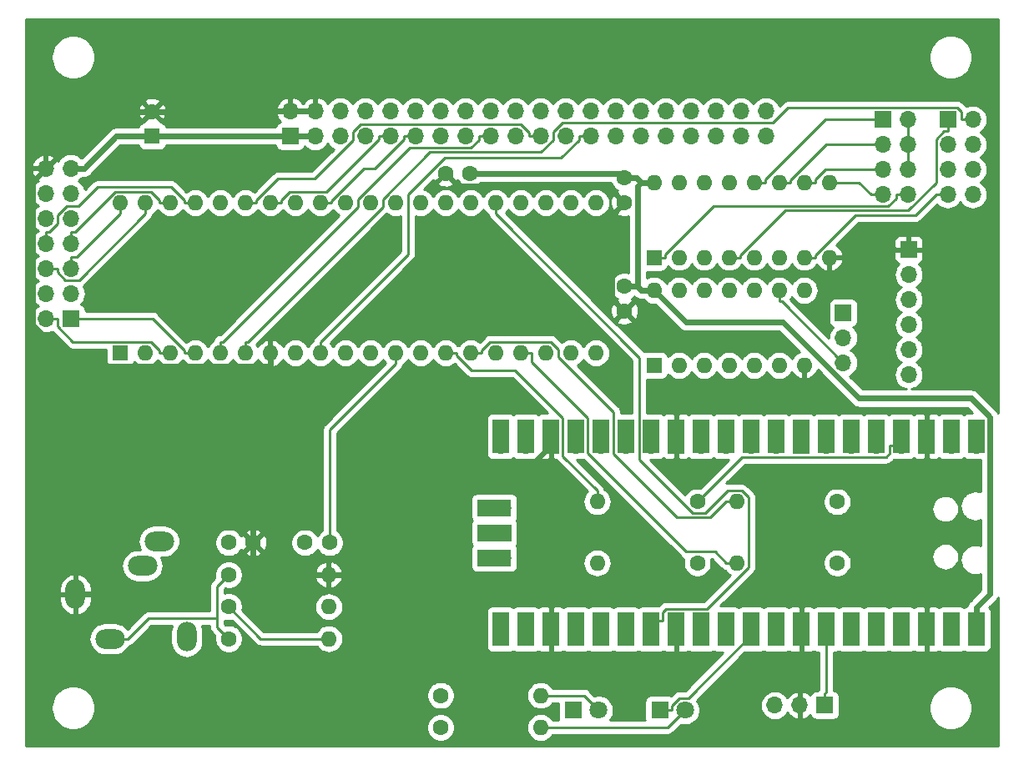
<source format=gtl>
G04 #@! TF.GenerationSoftware,KiCad,Pcbnew,(5.1.4)-1*
G04 #@! TF.CreationDate,2021-08-08T16:24:57+09:00*
G04 #@! TF.ProjectId,KZ80-USBKBD,4b5a3830-2d55-4534-924b-42442e6b6963,rev?*
G04 #@! TF.SameCoordinates,Original*
G04 #@! TF.FileFunction,Copper,L1,Top*
G04 #@! TF.FilePolarity,Positive*
%FSLAX46Y46*%
G04 Gerber Fmt 4.6, Leading zero omitted, Abs format (unit mm)*
G04 Created by KiCad (PCBNEW (5.1.4)-1) date 2021-08-08 16:24:57*
%MOMM*%
%LPD*%
G04 APERTURE LIST*
%ADD10C,1.800000*%
%ADD11R,1.800000X1.800000*%
%ADD12O,1.600000X1.600000*%
%ADD13C,1.600000*%
%ADD14R,1.600000X1.600000*%
%ADD15O,1.700000X1.700000*%
%ADD16R,3.500000X1.700000*%
%ADD17R,1.700000X1.700000*%
%ADD18R,1.700000X3.500000*%
%ADD19O,3.000000X2.000000*%
%ADD20O,2.000000X3.000000*%
%ADD21C,0.800000*%
%ADD22C,0.600000*%
%ADD23C,0.250000*%
%ADD24C,0.254000*%
G04 APERTURE END LIST*
D10*
X159540000Y-124750000D03*
D11*
X157000000Y-124750000D03*
D10*
X150790000Y-124750000D03*
D11*
X148250000Y-124750000D03*
D12*
X164840000Y-109800000D03*
D13*
X175000000Y-109800000D03*
D12*
X150640000Y-109800000D03*
D13*
X160800000Y-109800000D03*
D12*
X164840000Y-103600000D03*
D13*
X175000000Y-103600000D03*
D12*
X150640000Y-103600000D03*
D13*
X160800000Y-103600000D03*
D12*
X156400000Y-82130000D03*
X171640000Y-89750000D03*
X158940000Y-82130000D03*
X169100000Y-89750000D03*
X161480000Y-82130000D03*
X166560000Y-89750000D03*
X164020000Y-82130000D03*
X164020000Y-89750000D03*
X166560000Y-82130000D03*
X161480000Y-89750000D03*
X169100000Y-82130000D03*
X158940000Y-89750000D03*
X171640000Y-82130000D03*
D14*
X156400000Y-89750000D03*
D12*
X156400000Y-71180000D03*
X174180000Y-78800000D03*
X158940000Y-71180000D03*
X171640000Y-78800000D03*
X161480000Y-71180000D03*
X169100000Y-78800000D03*
X164020000Y-71180000D03*
X166560000Y-78800000D03*
X166560000Y-71180000D03*
X164020000Y-78800000D03*
X169100000Y-71180000D03*
X161480000Y-78800000D03*
X171640000Y-71180000D03*
X158940000Y-78800000D03*
X174180000Y-71180000D03*
D14*
X156400000Y-78800000D03*
D12*
X102250000Y-73260000D03*
X150510000Y-88500000D03*
X104790000Y-73260000D03*
X147970000Y-88500000D03*
X107330000Y-73260000D03*
X145430000Y-88500000D03*
X109870000Y-73260000D03*
X142890000Y-88500000D03*
X112410000Y-73260000D03*
X140350000Y-88500000D03*
X114950000Y-73260000D03*
X137810000Y-88500000D03*
X117490000Y-73260000D03*
X135270000Y-88500000D03*
X120030000Y-73260000D03*
X132730000Y-88500000D03*
X122570000Y-73260000D03*
X130190000Y-88500000D03*
X125110000Y-73260000D03*
X127650000Y-88500000D03*
X127650000Y-73260000D03*
X125110000Y-88500000D03*
X130190000Y-73260000D03*
X122570000Y-88500000D03*
X132730000Y-73260000D03*
X120030000Y-88500000D03*
X135270000Y-73260000D03*
X117490000Y-88500000D03*
X137810000Y-73260000D03*
X114950000Y-88500000D03*
X140350000Y-73260000D03*
X112410000Y-88500000D03*
X142890000Y-73260000D03*
X109870000Y-88500000D03*
X145430000Y-73260000D03*
X107330000Y-88500000D03*
X147970000Y-73260000D03*
X104790000Y-88500000D03*
X150510000Y-73260000D03*
D14*
X102250000Y-88500000D03*
D15*
X141100000Y-109290000D03*
D16*
X140200000Y-109290000D03*
D17*
X141100000Y-106750000D03*
D16*
X140200000Y-106750000D03*
D15*
X141100000Y-104210000D03*
D16*
X140200000Y-104210000D03*
D18*
X140870000Y-116540000D03*
X143410000Y-116540000D03*
X145950000Y-116540000D03*
X148490000Y-116540000D03*
X151030000Y-116540000D03*
X153570000Y-116540000D03*
X156110000Y-116540000D03*
X158650000Y-116540000D03*
X161190000Y-116540000D03*
X163730000Y-116540000D03*
X166270000Y-116540000D03*
X168810000Y-116540000D03*
X171350000Y-116540000D03*
X173890000Y-116540000D03*
X176430000Y-116540000D03*
X178970000Y-116540000D03*
X181510000Y-116540000D03*
X184050000Y-116540000D03*
X186590000Y-116540000D03*
X189130000Y-116540000D03*
X140870000Y-96960000D03*
X143410000Y-96960000D03*
X145950000Y-96960000D03*
X148490000Y-96960000D03*
X151030000Y-96960000D03*
X153570000Y-96960000D03*
X156110000Y-96960000D03*
X158650000Y-96960000D03*
X161190000Y-96960000D03*
X163730000Y-96960000D03*
X166270000Y-96960000D03*
X168810000Y-96960000D03*
X171350000Y-96960000D03*
X173890000Y-96960000D03*
X176430000Y-96960000D03*
X178970000Y-96960000D03*
X181510000Y-96960000D03*
X184050000Y-96960000D03*
X186590000Y-96960000D03*
X189130000Y-96960000D03*
D15*
X189130000Y-115640000D03*
X186590000Y-115640000D03*
D17*
X184050000Y-115640000D03*
D15*
X181510000Y-115640000D03*
X178970000Y-115640000D03*
X176430000Y-115640000D03*
X173890000Y-115640000D03*
D17*
X171350000Y-115640000D03*
D15*
X168810000Y-115640000D03*
X166270000Y-115640000D03*
X163730000Y-115640000D03*
X161190000Y-115640000D03*
D17*
X158650000Y-115640000D03*
D15*
X156110000Y-115640000D03*
X153570000Y-115640000D03*
X151030000Y-115640000D03*
X148490000Y-115640000D03*
D17*
X145950000Y-115640000D03*
D15*
X143410000Y-115640000D03*
X140870000Y-115640000D03*
X140870000Y-97860000D03*
X143410000Y-97860000D03*
D17*
X145950000Y-97860000D03*
D15*
X148490000Y-97860000D03*
X151030000Y-97860000D03*
X153570000Y-97860000D03*
X156110000Y-97860000D03*
D17*
X158650000Y-97860000D03*
D15*
X161190000Y-97860000D03*
X163730000Y-97860000D03*
X166270000Y-97860000D03*
X168810000Y-97860000D03*
D17*
X171350000Y-97860000D03*
D15*
X173890000Y-97860000D03*
X176430000Y-97860000D03*
X178970000Y-97860000D03*
X181510000Y-97860000D03*
D17*
X184050000Y-97860000D03*
D15*
X186590000Y-97860000D03*
X189130000Y-97860000D03*
X168670000Y-124250000D03*
X171210000Y-124250000D03*
D17*
X173750000Y-124250000D03*
D12*
X123410000Y-111000000D03*
D13*
X113250000Y-111000000D03*
D12*
X123410000Y-117500000D03*
D13*
X113250000Y-117500000D03*
D12*
X123410000Y-114250000D03*
D13*
X113250000Y-114250000D03*
D12*
X144910000Y-126500000D03*
D13*
X134750000Y-126500000D03*
D12*
X144910000Y-123250000D03*
D13*
X134750000Y-123250000D03*
D15*
X175600000Y-89500000D03*
X175600000Y-86960000D03*
D17*
X175600000Y-84420000D03*
D15*
X182140000Y-72420000D03*
X179600000Y-72420000D03*
X182140000Y-69880000D03*
X179600000Y-69880000D03*
X182140000Y-67340000D03*
X179600000Y-67340000D03*
X182140000Y-64800000D03*
D17*
X179600000Y-64800000D03*
D15*
X188740000Y-72420000D03*
X186200000Y-72420000D03*
X188740000Y-69880000D03*
X186200000Y-69880000D03*
X188740000Y-67340000D03*
X186200000Y-67340000D03*
X188740000Y-64800000D03*
D17*
X186200000Y-64800000D03*
D15*
X182250000Y-90700000D03*
X182250000Y-88160000D03*
X182250000Y-85620000D03*
X182250000Y-83080000D03*
X182250000Y-80540000D03*
D17*
X182250000Y-78000000D03*
D19*
X101200000Y-117500000D03*
D20*
X109000000Y-117300000D03*
D19*
X104500000Y-110100000D03*
X106200000Y-107600000D03*
D20*
X97700000Y-113000000D03*
D15*
X94710000Y-69760000D03*
X97250000Y-69760000D03*
X94710000Y-72300000D03*
X97250000Y-72300000D03*
X94710000Y-74840000D03*
X97250000Y-74840000D03*
X94710000Y-77380000D03*
X97250000Y-77380000D03*
X94710000Y-79920000D03*
X97250000Y-79920000D03*
X94710000Y-82460000D03*
X97250000Y-82460000D03*
X94710000Y-85000000D03*
D17*
X97250000Y-85000000D03*
D15*
X167760000Y-63960000D03*
X167760000Y-66500000D03*
X165220000Y-63960000D03*
X165220000Y-66500000D03*
X162680000Y-63960000D03*
X162680000Y-66500000D03*
X160140000Y-63960000D03*
X160140000Y-66500000D03*
X157600000Y-63960000D03*
X157600000Y-66500000D03*
X155060000Y-63960000D03*
X155060000Y-66500000D03*
X152520000Y-63960000D03*
X152520000Y-66500000D03*
X149980000Y-63960000D03*
X149980000Y-66500000D03*
X147440000Y-63960000D03*
X147440000Y-66500000D03*
X144900000Y-63960000D03*
X144900000Y-66500000D03*
X142360000Y-63960000D03*
X142360000Y-66500000D03*
X139820000Y-63960000D03*
X139820000Y-66500000D03*
X137280000Y-63960000D03*
X137280000Y-66500000D03*
X134740000Y-63960000D03*
X134740000Y-66500000D03*
X132200000Y-63960000D03*
X132200000Y-66500000D03*
X129660000Y-63960000D03*
X129660000Y-66500000D03*
X127120000Y-63960000D03*
X127120000Y-66500000D03*
X124580000Y-63960000D03*
X124580000Y-66500000D03*
X122040000Y-63960000D03*
X122040000Y-66500000D03*
X119500000Y-63960000D03*
D17*
X119500000Y-66500000D03*
D13*
X153400000Y-84250000D03*
X153400000Y-81750000D03*
X153400000Y-73250000D03*
X153400000Y-70750000D03*
X137750000Y-70250000D03*
X135250000Y-70250000D03*
X115750000Y-107750000D03*
X113250000Y-107750000D03*
X123500000Y-107750000D03*
X121000000Y-107750000D03*
X105500000Y-64000000D03*
D14*
X105500000Y-66500000D03*
D21*
X110500000Y-69000000D03*
X146500000Y-84000000D03*
X126500000Y-79500000D03*
X114000000Y-78500000D03*
D22*
X115750000Y-109375000D02*
X120484700Y-109375000D01*
X120484700Y-109375000D02*
X122109700Y-111000000D01*
X97700000Y-113000000D02*
X106188300Y-113000000D01*
X106188300Y-113000000D02*
X109813300Y-109375000D01*
X109813300Y-109375000D02*
X115750000Y-109375000D01*
X115750000Y-109375000D02*
X115750000Y-107750000D01*
X123410000Y-111000000D02*
X122109700Y-111000000D01*
X115750000Y-89852400D02*
X115750000Y-107750000D01*
X115750000Y-89852400D02*
X117437900Y-89852400D01*
X117437900Y-89852400D02*
X117490000Y-89800300D01*
X94710000Y-69760000D02*
X93328700Y-71141300D01*
X93328700Y-71141300D02*
X93328700Y-85593400D01*
X93328700Y-85593400D02*
X97587700Y-89852400D01*
X97587700Y-89852400D02*
X115750000Y-89852400D01*
X117490000Y-88500000D02*
X117490000Y-89800300D01*
X105500000Y-64000000D02*
X100470000Y-64000000D01*
X100470000Y-64000000D02*
X94710000Y-69760000D01*
X118149700Y-63960000D02*
X118109700Y-64000000D01*
X118109700Y-64000000D02*
X105500000Y-64000000D01*
X153400000Y-84250000D02*
X152096000Y-82946000D01*
X152096000Y-82946000D02*
X152096000Y-74554000D01*
X152096000Y-74554000D02*
X153400000Y-73250000D01*
X123410000Y-111000000D02*
X124710300Y-111000000D01*
X124710300Y-111000000D02*
X134606400Y-101103900D01*
X134606400Y-101103900D02*
X142706100Y-101103900D01*
X142706100Y-101103900D02*
X145950000Y-97860000D01*
X135250000Y-70250000D02*
X136580900Y-71580900D01*
X136580900Y-71580900D02*
X151730900Y-71580900D01*
X151730900Y-71580900D02*
X153400000Y-73250000D01*
X119500000Y-63960000D02*
X118149700Y-63960000D01*
X119500000Y-63960000D02*
X122040000Y-63960000D01*
X154719700Y-81750000D02*
X155099700Y-82130000D01*
X153400000Y-81750000D02*
X154719700Y-81750000D01*
X154719700Y-81750000D02*
X154719700Y-71560000D01*
X154719700Y-71560000D02*
X155099700Y-71180000D01*
X153400000Y-70750000D02*
X154669700Y-70750000D01*
X154669700Y-70750000D02*
X155099700Y-71180000D01*
X137750000Y-70250000D02*
X152900000Y-70250000D01*
X152900000Y-70250000D02*
X153400000Y-70750000D01*
X156400000Y-71180000D02*
X155099700Y-71180000D01*
X189130000Y-115640000D02*
X189130000Y-114289700D01*
X189130000Y-114289700D02*
X190480400Y-112939300D01*
X190480400Y-112939300D02*
X190480400Y-95001800D01*
X190480400Y-95001800D02*
X188580300Y-93101700D01*
X188580300Y-93101700D02*
X177200700Y-93101700D01*
X177200700Y-93101700D02*
X169446400Y-85347400D01*
X169446400Y-85347400D02*
X159617400Y-85347400D01*
X159617400Y-85347400D02*
X156400000Y-82130000D01*
X97250000Y-69760000D02*
X98600300Y-69760000D01*
X105500000Y-66500000D02*
X101860300Y-66500000D01*
X101860300Y-66500000D02*
X98600300Y-69760000D01*
X119500000Y-66500000D02*
X105500000Y-66500000D01*
X122040000Y-66500000D02*
X119500000Y-66500000D01*
X156400000Y-82130000D02*
X155099700Y-82130000D01*
D23*
X130190000Y-88500000D02*
X130190000Y-89625300D01*
X123500000Y-107750000D02*
X123500000Y-96315300D01*
X123500000Y-96315300D02*
X130190000Y-89625300D01*
X113250000Y-114250000D02*
X116500000Y-117500000D01*
X116500000Y-117500000D02*
X123410000Y-117500000D01*
X150790000Y-124750000D02*
X149290000Y-123250000D01*
X149290000Y-123250000D02*
X144910000Y-123250000D01*
X159540000Y-124750000D02*
X157790000Y-126500000D01*
X157790000Y-126500000D02*
X144910000Y-126500000D01*
X157000000Y-124750000D02*
X158225300Y-124750000D01*
X158225300Y-124750000D02*
X158225300Y-124290400D01*
X158225300Y-124290400D02*
X158991000Y-123524700D01*
X158991000Y-123524700D02*
X159882700Y-123524700D01*
X159882700Y-123524700D02*
X166270000Y-117137400D01*
X166270000Y-117137400D02*
X166270000Y-115640000D01*
X169100000Y-82130000D02*
X169100000Y-83255300D01*
X169100000Y-83255300D02*
X169355300Y-83255300D01*
X169355300Y-83255300D02*
X175600000Y-89500000D01*
X122570000Y-88500000D02*
X122570000Y-87374700D01*
X149980000Y-66500000D02*
X148804700Y-66500000D01*
X148804700Y-66500000D02*
X148804700Y-66867300D01*
X148804700Y-66867300D02*
X146953500Y-68718500D01*
X146953500Y-68718500D02*
X135166700Y-68718500D01*
X135166700Y-68718500D02*
X131460000Y-72425200D01*
X131460000Y-72425200D02*
X131460000Y-78484700D01*
X131460000Y-78484700D02*
X122570000Y-87374700D01*
X114950000Y-73260000D02*
X116075300Y-73260000D01*
X144900000Y-66500000D02*
X143724700Y-66500000D01*
X143724700Y-66500000D02*
X143724700Y-66132700D01*
X143724700Y-66132700D02*
X142916600Y-65324600D01*
X142916600Y-65324600D02*
X126594400Y-65324600D01*
X126594400Y-65324600D02*
X125850000Y-66069000D01*
X125850000Y-66069000D02*
X125850000Y-66922900D01*
X125850000Y-66922900D02*
X121956600Y-70816300D01*
X121956600Y-70816300D02*
X118237700Y-70816300D01*
X118237700Y-70816300D02*
X116075300Y-72978700D01*
X116075300Y-72978700D02*
X116075300Y-73260000D01*
X112410000Y-88500000D02*
X112410000Y-87374700D01*
X139820000Y-66500000D02*
X138644700Y-66500000D01*
X138644700Y-66500000D02*
X138644700Y-66867400D01*
X138644700Y-66867400D02*
X137836800Y-67675300D01*
X137836800Y-67675300D02*
X131643100Y-67675300D01*
X131643100Y-67675300D02*
X126380000Y-72938400D01*
X126380000Y-72938400D02*
X126380000Y-73686000D01*
X126380000Y-73686000D02*
X112691300Y-87374700D01*
X112691300Y-87374700D02*
X112410000Y-87374700D01*
X122570000Y-73260000D02*
X123695300Y-73260000D01*
X132200000Y-66500000D02*
X131024700Y-66500000D01*
X131024700Y-66500000D02*
X131024700Y-66844400D01*
X131024700Y-66844400D02*
X128052100Y-69817000D01*
X128052100Y-69817000D02*
X126945500Y-69817000D01*
X126945500Y-69817000D02*
X123695300Y-73067200D01*
X123695300Y-73067200D02*
X123695300Y-73260000D01*
X117490000Y-73260000D02*
X118615300Y-73260000D01*
X129660000Y-66500000D02*
X128484700Y-66500000D01*
X128484700Y-66500000D02*
X128484700Y-66854200D01*
X128484700Y-66854200D02*
X123204200Y-72134700D01*
X123204200Y-72134700D02*
X119459200Y-72134700D01*
X119459200Y-72134700D02*
X118615300Y-72978600D01*
X118615300Y-72978600D02*
X118615300Y-73260000D01*
X109870000Y-73260000D02*
X108744700Y-73260000D01*
X94710000Y-77380000D02*
X94710000Y-76204700D01*
X94710000Y-76204700D02*
X95077400Y-76204700D01*
X95077400Y-76204700D02*
X95885300Y-75396800D01*
X95885300Y-75396800D02*
X95885300Y-74503700D01*
X95885300Y-74503700D02*
X96819000Y-73570000D01*
X96819000Y-73570000D02*
X98053300Y-73570000D01*
X98053300Y-73570000D02*
X99959800Y-71663500D01*
X99959800Y-71663500D02*
X107429500Y-71663500D01*
X107429500Y-71663500D02*
X108744700Y-72978700D01*
X108744700Y-72978700D02*
X108744700Y-73260000D01*
X107330000Y-73260000D02*
X106204700Y-73260000D01*
X97250000Y-77380000D02*
X97250000Y-76204700D01*
X97250000Y-76204700D02*
X97652600Y-76204700D01*
X97652600Y-76204700D02*
X101722600Y-72134700D01*
X101722600Y-72134700D02*
X105360800Y-72134700D01*
X105360800Y-72134700D02*
X106204700Y-72978600D01*
X106204700Y-72978600D02*
X106204700Y-73260000D01*
X104790000Y-73260000D02*
X104790000Y-74385300D01*
X94710000Y-79920000D02*
X95885300Y-79920000D01*
X95885300Y-79920000D02*
X95885300Y-80287300D01*
X95885300Y-80287300D02*
X96702900Y-81104900D01*
X96702900Y-81104900D02*
X98070400Y-81104900D01*
X98070400Y-81104900D02*
X104790000Y-74385300D01*
X102250000Y-73260000D02*
X102250000Y-74385300D01*
X97250000Y-79920000D02*
X97250000Y-78744700D01*
X97250000Y-78744700D02*
X97890600Y-78744700D01*
X97890600Y-78744700D02*
X102250000Y-74385300D01*
X107330000Y-88500000D02*
X106204700Y-88500000D01*
X94710000Y-85000000D02*
X95885300Y-85000000D01*
X95885300Y-85000000D02*
X95885300Y-85808100D01*
X95885300Y-85808100D02*
X97451900Y-87374700D01*
X97451900Y-87374700D02*
X105360800Y-87374700D01*
X105360800Y-87374700D02*
X106204700Y-88218600D01*
X106204700Y-88218600D02*
X106204700Y-88500000D01*
X109870000Y-88500000D02*
X108744700Y-88500000D01*
X97250000Y-85000000D02*
X105526000Y-85000000D01*
X105526000Y-85000000D02*
X108744700Y-88218700D01*
X108744700Y-88218700D02*
X108744700Y-88500000D01*
X112080900Y-115435100D02*
X112080900Y-112169100D01*
X112080900Y-112169100D02*
X113250000Y-111000000D01*
X113250000Y-117500000D02*
X112080900Y-116330900D01*
X112080900Y-116330900D02*
X112080900Y-115435100D01*
X103025300Y-117500000D02*
X105090200Y-115435100D01*
X105090200Y-115435100D02*
X112080900Y-115435100D01*
X101200000Y-117500000D02*
X103025300Y-117500000D01*
X187564700Y-64800000D02*
X187564700Y-63992000D01*
X187564700Y-63992000D02*
X187193800Y-63621100D01*
X187193800Y-63621100D02*
X169999100Y-63621100D01*
X169999100Y-63621100D02*
X168484900Y-65135300D01*
X168484900Y-65135300D02*
X147103700Y-65135300D01*
X147103700Y-65135300D02*
X146170000Y-66069000D01*
X146170000Y-66069000D02*
X146170000Y-66892200D01*
X146170000Y-66892200D02*
X144936100Y-68126100D01*
X144936100Y-68126100D02*
X133667100Y-68126100D01*
X133667100Y-68126100D02*
X128920000Y-72873200D01*
X128920000Y-72873200D02*
X128920000Y-73686000D01*
X128920000Y-73686000D02*
X115231300Y-87374700D01*
X115231300Y-87374700D02*
X114950000Y-87374700D01*
X114950000Y-88500000D02*
X114950000Y-87374700D01*
X188740000Y-64800000D02*
X187564700Y-64800000D01*
X172765300Y-78800000D02*
X172765300Y-78595500D01*
X172765300Y-78595500D02*
X176864900Y-74495900D01*
X176864900Y-74495900D02*
X182948800Y-74495900D01*
X182948800Y-74495900D02*
X185024700Y-72420000D01*
X171640000Y-78800000D02*
X172765300Y-78800000D01*
X186200000Y-72420000D02*
X185024700Y-72420000D01*
X165145300Y-78800000D02*
X165145300Y-78595500D01*
X165145300Y-78595500D02*
X169695200Y-74045600D01*
X169695200Y-74045600D02*
X182200600Y-74045600D01*
X182200600Y-74045600D02*
X185024700Y-71221500D01*
X185024700Y-71221500D02*
X185024700Y-66783200D01*
X185024700Y-66783200D02*
X185832600Y-65975300D01*
X185832600Y-65975300D02*
X186200000Y-65975300D01*
X164020000Y-78800000D02*
X165145300Y-78800000D01*
X186200000Y-64800000D02*
X186200000Y-65975300D01*
X156400000Y-78800000D02*
X157525300Y-78800000D01*
X182140000Y-72420000D02*
X180964700Y-72420000D01*
X180964700Y-72420000D02*
X180964700Y-72787400D01*
X180964700Y-72787400D02*
X180156800Y-73595300D01*
X180156800Y-73595300D02*
X162448700Y-73595300D01*
X162448700Y-73595300D02*
X157525300Y-78518700D01*
X157525300Y-78518700D02*
X157525300Y-78800000D01*
X182140000Y-67340000D02*
X182140000Y-69880000D01*
X182140000Y-64800000D02*
X182140000Y-67340000D01*
X179600000Y-72420000D02*
X178424700Y-72420000D01*
X178424700Y-72420000D02*
X177184700Y-71180000D01*
X177184700Y-71180000D02*
X174180000Y-71180000D01*
X171640000Y-71180000D02*
X172765300Y-71180000D01*
X179600000Y-69880000D02*
X173784000Y-69880000D01*
X173784000Y-69880000D02*
X172765300Y-70898700D01*
X172765300Y-70898700D02*
X172765300Y-71180000D01*
X170225300Y-71180000D02*
X170225300Y-70975500D01*
X170225300Y-70975500D02*
X173860800Y-67340000D01*
X173860800Y-67340000D02*
X179600000Y-67340000D01*
X169100000Y-71180000D02*
X170225300Y-71180000D01*
X167685300Y-71180000D02*
X167685300Y-70898700D01*
X167685300Y-70898700D02*
X173784000Y-64800000D01*
X173784000Y-64800000D02*
X179600000Y-64800000D01*
X166560000Y-71180000D02*
X167685300Y-71180000D01*
X173750000Y-124250000D02*
X173750000Y-123074700D01*
X173750000Y-123074700D02*
X173890000Y-122934700D01*
X173890000Y-122934700D02*
X173890000Y-115640000D01*
X140350000Y-73260000D02*
X140350000Y-74385300D01*
X156110000Y-115640000D02*
X157285300Y-115640000D01*
X157285300Y-115640000D02*
X157285300Y-114831900D01*
X157285300Y-114831900D02*
X157652500Y-114464700D01*
X157652500Y-114464700D02*
X161769700Y-114464700D01*
X161769700Y-114464700D02*
X165981600Y-110252800D01*
X165981600Y-110252800D02*
X165981600Y-103143100D01*
X165981600Y-103143100D02*
X165305500Y-102467000D01*
X165305500Y-102467000D02*
X163867900Y-102467000D01*
X163867900Y-102467000D02*
X161609600Y-104725300D01*
X161609600Y-104725300D02*
X160310600Y-104725300D01*
X160310600Y-104725300D02*
X154934600Y-99349300D01*
X154934600Y-99349300D02*
X154934600Y-88969900D01*
X154934600Y-88969900D02*
X140350000Y-74385300D01*
X164840000Y-109800000D02*
X163714700Y-109800000D01*
X142890000Y-88500000D02*
X144015300Y-88500000D01*
X144015300Y-88500000D02*
X144015300Y-89406100D01*
X144015300Y-89406100D02*
X149665400Y-95056200D01*
X149665400Y-95056200D02*
X149665400Y-98660500D01*
X149665400Y-98660500D02*
X159679600Y-108674700D01*
X159679600Y-108674700D02*
X162589400Y-108674700D01*
X162589400Y-108674700D02*
X163714700Y-109800000D01*
X138935300Y-88500000D02*
X138935300Y-88218700D01*
X138935300Y-88218700D02*
X139787500Y-87366500D01*
X139787500Y-87366500D02*
X145937200Y-87366500D01*
X145937200Y-87366500D02*
X146700000Y-88129300D01*
X146700000Y-88129300D02*
X146700000Y-88877200D01*
X146700000Y-88877200D02*
X152300000Y-94477200D01*
X152300000Y-94477200D02*
X152300000Y-98772300D01*
X152300000Y-98772300D02*
X158703300Y-105175600D01*
X158703300Y-105175600D02*
X162139100Y-105175600D01*
X162139100Y-105175600D02*
X163714700Y-103600000D01*
X164840000Y-103600000D02*
X163714700Y-103600000D01*
X137810000Y-88500000D02*
X138935300Y-88500000D01*
X136395300Y-88500000D02*
X136395300Y-88781400D01*
X136395300Y-88781400D02*
X137876100Y-90262200D01*
X137876100Y-90262200D02*
X142323700Y-90262200D01*
X142323700Y-90262200D02*
X147125300Y-95063800D01*
X147125300Y-95063800D02*
X147125300Y-98960000D01*
X147125300Y-98960000D02*
X150640000Y-102474700D01*
X150640000Y-103600000D02*
X150640000Y-102474700D01*
X135270000Y-88500000D02*
X136395300Y-88500000D01*
X181510000Y-97860000D02*
X180334700Y-97860000D01*
X180334700Y-97860000D02*
X180334700Y-98668100D01*
X180334700Y-98668100D02*
X179967500Y-99035300D01*
X179967500Y-99035300D02*
X165364700Y-99035300D01*
X165364700Y-99035300D02*
X160800000Y-103600000D01*
D24*
G36*
X191340001Y-94626532D02*
G01*
X191261586Y-94479828D01*
X191144744Y-94337456D01*
X191109064Y-94308174D01*
X189273930Y-92473041D01*
X189244644Y-92437356D01*
X189102272Y-92320514D01*
X188939840Y-92233693D01*
X188763592Y-92180229D01*
X188626232Y-92166700D01*
X188580300Y-92162176D01*
X188534368Y-92166700D01*
X182508753Y-92166700D01*
X182541111Y-92163513D01*
X182821034Y-92078599D01*
X183079014Y-91940706D01*
X183305134Y-91755134D01*
X183490706Y-91529014D01*
X183628599Y-91271034D01*
X183713513Y-90991111D01*
X183742185Y-90700000D01*
X183713513Y-90408889D01*
X183628599Y-90128966D01*
X183490706Y-89870986D01*
X183305134Y-89644866D01*
X183079014Y-89459294D01*
X183024209Y-89430000D01*
X183079014Y-89400706D01*
X183305134Y-89215134D01*
X183490706Y-88989014D01*
X183628599Y-88731034D01*
X183713513Y-88451111D01*
X183742185Y-88160000D01*
X183713513Y-87868889D01*
X183628599Y-87588966D01*
X183490706Y-87330986D01*
X183305134Y-87104866D01*
X183079014Y-86919294D01*
X183024209Y-86890000D01*
X183079014Y-86860706D01*
X183305134Y-86675134D01*
X183490706Y-86449014D01*
X183628599Y-86191034D01*
X183713513Y-85911111D01*
X183742185Y-85620000D01*
X183713513Y-85328889D01*
X183628599Y-85048966D01*
X183490706Y-84790986D01*
X183305134Y-84564866D01*
X183079014Y-84379294D01*
X183024209Y-84350000D01*
X183079014Y-84320706D01*
X183305134Y-84135134D01*
X183490706Y-83909014D01*
X183628599Y-83651034D01*
X183713513Y-83371111D01*
X183742185Y-83080000D01*
X183713513Y-82788889D01*
X183628599Y-82508966D01*
X183490706Y-82250986D01*
X183305134Y-82024866D01*
X183079014Y-81839294D01*
X183024209Y-81810000D01*
X183079014Y-81780706D01*
X183305134Y-81595134D01*
X183490706Y-81369014D01*
X183628599Y-81111034D01*
X183713513Y-80831111D01*
X183742185Y-80540000D01*
X183713513Y-80248889D01*
X183628599Y-79968966D01*
X183490706Y-79710986D01*
X183305134Y-79484866D01*
X183275313Y-79460393D01*
X183344180Y-79439502D01*
X183454494Y-79380537D01*
X183551185Y-79301185D01*
X183630537Y-79204494D01*
X183689502Y-79094180D01*
X183725812Y-78974482D01*
X183738072Y-78850000D01*
X183735000Y-78285750D01*
X183576250Y-78127000D01*
X182377000Y-78127000D01*
X182377000Y-78147000D01*
X182123000Y-78147000D01*
X182123000Y-78127000D01*
X180923750Y-78127000D01*
X180765000Y-78285750D01*
X180761928Y-78850000D01*
X180774188Y-78974482D01*
X180810498Y-79094180D01*
X180869463Y-79204494D01*
X180948815Y-79301185D01*
X181045506Y-79380537D01*
X181155820Y-79439502D01*
X181224687Y-79460393D01*
X181194866Y-79484866D01*
X181009294Y-79710986D01*
X180871401Y-79968966D01*
X180786487Y-80248889D01*
X180757815Y-80540000D01*
X180786487Y-80831111D01*
X180871401Y-81111034D01*
X181009294Y-81369014D01*
X181194866Y-81595134D01*
X181420986Y-81780706D01*
X181475791Y-81810000D01*
X181420986Y-81839294D01*
X181194866Y-82024866D01*
X181009294Y-82250986D01*
X180871401Y-82508966D01*
X180786487Y-82788889D01*
X180757815Y-83080000D01*
X180786487Y-83371111D01*
X180871401Y-83651034D01*
X181009294Y-83909014D01*
X181194866Y-84135134D01*
X181420986Y-84320706D01*
X181475791Y-84350000D01*
X181420986Y-84379294D01*
X181194866Y-84564866D01*
X181009294Y-84790986D01*
X180871401Y-85048966D01*
X180786487Y-85328889D01*
X180757815Y-85620000D01*
X180786487Y-85911111D01*
X180871401Y-86191034D01*
X181009294Y-86449014D01*
X181194866Y-86675134D01*
X181420986Y-86860706D01*
X181475791Y-86890000D01*
X181420986Y-86919294D01*
X181194866Y-87104866D01*
X181009294Y-87330986D01*
X180871401Y-87588966D01*
X180786487Y-87868889D01*
X180757815Y-88160000D01*
X180786487Y-88451111D01*
X180871401Y-88731034D01*
X181009294Y-88989014D01*
X181194866Y-89215134D01*
X181420986Y-89400706D01*
X181475791Y-89430000D01*
X181420986Y-89459294D01*
X181194866Y-89644866D01*
X181009294Y-89870986D01*
X180871401Y-90128966D01*
X180786487Y-90408889D01*
X180757815Y-90700000D01*
X180786487Y-90991111D01*
X180871401Y-91271034D01*
X181009294Y-91529014D01*
X181194866Y-91755134D01*
X181420986Y-91940706D01*
X181678966Y-92078599D01*
X181958889Y-92163513D01*
X181991247Y-92166700D01*
X177587990Y-92166700D01*
X176255005Y-90833715D01*
X176429014Y-90740706D01*
X176655134Y-90555134D01*
X176840706Y-90329014D01*
X176978599Y-90071034D01*
X177063513Y-89791111D01*
X177092185Y-89500000D01*
X177063513Y-89208889D01*
X176978599Y-88928966D01*
X176840706Y-88670986D01*
X176655134Y-88444866D01*
X176429014Y-88259294D01*
X176374209Y-88230000D01*
X176429014Y-88200706D01*
X176655134Y-88015134D01*
X176840706Y-87789014D01*
X176978599Y-87531034D01*
X177063513Y-87251111D01*
X177092185Y-86960000D01*
X177063513Y-86668889D01*
X176978599Y-86388966D01*
X176840706Y-86130986D01*
X176655134Y-85904866D01*
X176625313Y-85880393D01*
X176694180Y-85859502D01*
X176804494Y-85800537D01*
X176901185Y-85721185D01*
X176980537Y-85624494D01*
X177039502Y-85514180D01*
X177075812Y-85394482D01*
X177088072Y-85270000D01*
X177088072Y-83570000D01*
X177075812Y-83445518D01*
X177039502Y-83325820D01*
X176980537Y-83215506D01*
X176901185Y-83118815D01*
X176804494Y-83039463D01*
X176694180Y-82980498D01*
X176574482Y-82944188D01*
X176450000Y-82931928D01*
X174750000Y-82931928D01*
X174625518Y-82944188D01*
X174505820Y-82980498D01*
X174395506Y-83039463D01*
X174298815Y-83118815D01*
X174219463Y-83215506D01*
X174160498Y-83325820D01*
X174124188Y-83445518D01*
X174111928Y-83570000D01*
X174111928Y-85270000D01*
X174124188Y-85394482D01*
X174160498Y-85514180D01*
X174219463Y-85624494D01*
X174298815Y-85721185D01*
X174395506Y-85800537D01*
X174505820Y-85859502D01*
X174574687Y-85880393D01*
X174544866Y-85904866D01*
X174359294Y-86130986D01*
X174221401Y-86388966D01*
X174136487Y-86668889D01*
X174110235Y-86935432D01*
X170211923Y-83037122D01*
X170298932Y-82931101D01*
X170370000Y-82798142D01*
X170441068Y-82931101D01*
X170620392Y-83149608D01*
X170838899Y-83328932D01*
X171088192Y-83462182D01*
X171358691Y-83544236D01*
X171569508Y-83565000D01*
X171710492Y-83565000D01*
X171921309Y-83544236D01*
X172191808Y-83462182D01*
X172441101Y-83328932D01*
X172659608Y-83149608D01*
X172838932Y-82931101D01*
X172972182Y-82681808D01*
X173054236Y-82411309D01*
X173081943Y-82130000D01*
X173054236Y-81848691D01*
X172972182Y-81578192D01*
X172838932Y-81328899D01*
X172659608Y-81110392D01*
X172441101Y-80931068D01*
X172191808Y-80797818D01*
X171921309Y-80715764D01*
X171710492Y-80695000D01*
X171569508Y-80695000D01*
X171358691Y-80715764D01*
X171088192Y-80797818D01*
X170838899Y-80931068D01*
X170620392Y-81110392D01*
X170441068Y-81328899D01*
X170370000Y-81461858D01*
X170298932Y-81328899D01*
X170119608Y-81110392D01*
X169901101Y-80931068D01*
X169651808Y-80797818D01*
X169381309Y-80715764D01*
X169170492Y-80695000D01*
X169029508Y-80695000D01*
X168818691Y-80715764D01*
X168548192Y-80797818D01*
X168298899Y-80931068D01*
X168080392Y-81110392D01*
X167901068Y-81328899D01*
X167830000Y-81461858D01*
X167758932Y-81328899D01*
X167579608Y-81110392D01*
X167361101Y-80931068D01*
X167111808Y-80797818D01*
X166841309Y-80715764D01*
X166630492Y-80695000D01*
X166489508Y-80695000D01*
X166278691Y-80715764D01*
X166008192Y-80797818D01*
X165758899Y-80931068D01*
X165540392Y-81110392D01*
X165361068Y-81328899D01*
X165290000Y-81461858D01*
X165218932Y-81328899D01*
X165039608Y-81110392D01*
X164821101Y-80931068D01*
X164571808Y-80797818D01*
X164301309Y-80715764D01*
X164090492Y-80695000D01*
X163949508Y-80695000D01*
X163738691Y-80715764D01*
X163468192Y-80797818D01*
X163218899Y-80931068D01*
X163000392Y-81110392D01*
X162821068Y-81328899D01*
X162750000Y-81461858D01*
X162678932Y-81328899D01*
X162499608Y-81110392D01*
X162281101Y-80931068D01*
X162031808Y-80797818D01*
X161761309Y-80715764D01*
X161550492Y-80695000D01*
X161409508Y-80695000D01*
X161198691Y-80715764D01*
X160928192Y-80797818D01*
X160678899Y-80931068D01*
X160460392Y-81110392D01*
X160281068Y-81328899D01*
X160210000Y-81461858D01*
X160138932Y-81328899D01*
X159959608Y-81110392D01*
X159741101Y-80931068D01*
X159491808Y-80797818D01*
X159221309Y-80715764D01*
X159010492Y-80695000D01*
X158869508Y-80695000D01*
X158658691Y-80715764D01*
X158388192Y-80797818D01*
X158138899Y-80931068D01*
X157920392Y-81110392D01*
X157741068Y-81328899D01*
X157670000Y-81461858D01*
X157598932Y-81328899D01*
X157419608Y-81110392D01*
X157201101Y-80931068D01*
X156951808Y-80797818D01*
X156681309Y-80715764D01*
X156470492Y-80695000D01*
X156329508Y-80695000D01*
X156118691Y-80715764D01*
X155848192Y-80797818D01*
X155654700Y-80901242D01*
X155654700Y-80238072D01*
X157200000Y-80238072D01*
X157324482Y-80225812D01*
X157444180Y-80189502D01*
X157554494Y-80130537D01*
X157651185Y-80051185D01*
X157730537Y-79954494D01*
X157789502Y-79844180D01*
X157825812Y-79724482D01*
X157827581Y-79706518D01*
X157920392Y-79819608D01*
X158138899Y-79998932D01*
X158388192Y-80132182D01*
X158658691Y-80214236D01*
X158869508Y-80235000D01*
X159010492Y-80235000D01*
X159221309Y-80214236D01*
X159491808Y-80132182D01*
X159741101Y-79998932D01*
X159959608Y-79819608D01*
X160138932Y-79601101D01*
X160210000Y-79468142D01*
X160281068Y-79601101D01*
X160460392Y-79819608D01*
X160678899Y-79998932D01*
X160928192Y-80132182D01*
X161198691Y-80214236D01*
X161409508Y-80235000D01*
X161550492Y-80235000D01*
X161761309Y-80214236D01*
X162031808Y-80132182D01*
X162281101Y-79998932D01*
X162499608Y-79819608D01*
X162678932Y-79601101D01*
X162750000Y-79468142D01*
X162821068Y-79601101D01*
X163000392Y-79819608D01*
X163218899Y-79998932D01*
X163468192Y-80132182D01*
X163738691Y-80214236D01*
X163949508Y-80235000D01*
X164090492Y-80235000D01*
X164301309Y-80214236D01*
X164571808Y-80132182D01*
X164821101Y-79998932D01*
X165039608Y-79819608D01*
X165218932Y-79601101D01*
X165244139Y-79553942D01*
X165294286Y-79549003D01*
X165327789Y-79538840D01*
X165361068Y-79601101D01*
X165540392Y-79819608D01*
X165758899Y-79998932D01*
X166008192Y-80132182D01*
X166278691Y-80214236D01*
X166489508Y-80235000D01*
X166630492Y-80235000D01*
X166841309Y-80214236D01*
X167111808Y-80132182D01*
X167361101Y-79998932D01*
X167579608Y-79819608D01*
X167758932Y-79601101D01*
X167830000Y-79468142D01*
X167901068Y-79601101D01*
X168080392Y-79819608D01*
X168298899Y-79998932D01*
X168548192Y-80132182D01*
X168818691Y-80214236D01*
X169029508Y-80235000D01*
X169170492Y-80235000D01*
X169381309Y-80214236D01*
X169651808Y-80132182D01*
X169901101Y-79998932D01*
X170119608Y-79819608D01*
X170298932Y-79601101D01*
X170370000Y-79468142D01*
X170441068Y-79601101D01*
X170620392Y-79819608D01*
X170838899Y-79998932D01*
X171088192Y-80132182D01*
X171358691Y-80214236D01*
X171569508Y-80235000D01*
X171710492Y-80235000D01*
X171921309Y-80214236D01*
X172191808Y-80132182D01*
X172441101Y-79998932D01*
X172659608Y-79819608D01*
X172838932Y-79601101D01*
X172864139Y-79553942D01*
X172914286Y-79549003D01*
X172956320Y-79536252D01*
X173027615Y-79655131D01*
X173216586Y-79863519D01*
X173442580Y-80031037D01*
X173696913Y-80151246D01*
X173830961Y-80191904D01*
X174053000Y-80069915D01*
X174053000Y-78927000D01*
X174307000Y-78927000D01*
X174307000Y-80069915D01*
X174529039Y-80191904D01*
X174663087Y-80151246D01*
X174917420Y-80031037D01*
X175143414Y-79863519D01*
X175332385Y-79655131D01*
X175477070Y-79413881D01*
X175571909Y-79149040D01*
X175450624Y-78927000D01*
X174307000Y-78927000D01*
X174053000Y-78927000D01*
X174033000Y-78927000D01*
X174033000Y-78673000D01*
X174053000Y-78673000D01*
X174053000Y-78653000D01*
X174307000Y-78653000D01*
X174307000Y-78673000D01*
X175450624Y-78673000D01*
X175571909Y-78450960D01*
X175477070Y-78186119D01*
X175332385Y-77944869D01*
X175143414Y-77736481D01*
X174917420Y-77568963D01*
X174882937Y-77552665D01*
X175285602Y-77150000D01*
X180761928Y-77150000D01*
X180765000Y-77714250D01*
X180923750Y-77873000D01*
X182123000Y-77873000D01*
X182123000Y-76673750D01*
X182377000Y-76673750D01*
X182377000Y-77873000D01*
X183576250Y-77873000D01*
X183735000Y-77714250D01*
X183738072Y-77150000D01*
X183725812Y-77025518D01*
X183689502Y-76905820D01*
X183630537Y-76795506D01*
X183551185Y-76698815D01*
X183454494Y-76619463D01*
X183344180Y-76560498D01*
X183224482Y-76524188D01*
X183100000Y-76511928D01*
X182535750Y-76515000D01*
X182377000Y-76673750D01*
X182123000Y-76673750D01*
X181964250Y-76515000D01*
X181400000Y-76511928D01*
X181275518Y-76524188D01*
X181155820Y-76560498D01*
X181045506Y-76619463D01*
X180948815Y-76698815D01*
X180869463Y-76795506D01*
X180810498Y-76905820D01*
X180774188Y-77025518D01*
X180761928Y-77150000D01*
X175285602Y-77150000D01*
X177179702Y-75255900D01*
X182911478Y-75255900D01*
X182948800Y-75259576D01*
X182986122Y-75255900D01*
X182986133Y-75255900D01*
X183097786Y-75244903D01*
X183241047Y-75201446D01*
X183373076Y-75130874D01*
X183488801Y-75035901D01*
X183512604Y-75006897D01*
X185099566Y-73419936D01*
X185144866Y-73475134D01*
X185370986Y-73660706D01*
X185628966Y-73798599D01*
X185908889Y-73883513D01*
X186127050Y-73905000D01*
X186272950Y-73905000D01*
X186491111Y-73883513D01*
X186771034Y-73798599D01*
X187029014Y-73660706D01*
X187255134Y-73475134D01*
X187440706Y-73249014D01*
X187470000Y-73194209D01*
X187499294Y-73249014D01*
X187684866Y-73475134D01*
X187910986Y-73660706D01*
X188168966Y-73798599D01*
X188448889Y-73883513D01*
X188667050Y-73905000D01*
X188812950Y-73905000D01*
X189031111Y-73883513D01*
X189311034Y-73798599D01*
X189569014Y-73660706D01*
X189795134Y-73475134D01*
X189980706Y-73249014D01*
X190118599Y-72991034D01*
X190203513Y-72711111D01*
X190232185Y-72420000D01*
X190203513Y-72128889D01*
X190118599Y-71848966D01*
X189980706Y-71590986D01*
X189795134Y-71364866D01*
X189569014Y-71179294D01*
X189514209Y-71150000D01*
X189569014Y-71120706D01*
X189795134Y-70935134D01*
X189980706Y-70709014D01*
X190118599Y-70451034D01*
X190203513Y-70171111D01*
X190232185Y-69880000D01*
X190203513Y-69588889D01*
X190118599Y-69308966D01*
X189980706Y-69050986D01*
X189795134Y-68824866D01*
X189569014Y-68639294D01*
X189514209Y-68610000D01*
X189569014Y-68580706D01*
X189795134Y-68395134D01*
X189980706Y-68169014D01*
X190118599Y-67911034D01*
X190203513Y-67631111D01*
X190232185Y-67340000D01*
X190203513Y-67048889D01*
X190118599Y-66768966D01*
X189980706Y-66510986D01*
X189795134Y-66284866D01*
X189569014Y-66099294D01*
X189514209Y-66070000D01*
X189569014Y-66040706D01*
X189795134Y-65855134D01*
X189980706Y-65629014D01*
X190118599Y-65371034D01*
X190203513Y-65091111D01*
X190232185Y-64800000D01*
X190203513Y-64508889D01*
X190118599Y-64228966D01*
X189980706Y-63970986D01*
X189795134Y-63744866D01*
X189569014Y-63559294D01*
X189311034Y-63421401D01*
X189031111Y-63336487D01*
X188812950Y-63315000D01*
X188667050Y-63315000D01*
X188448889Y-63336487D01*
X188168966Y-63421401D01*
X188106841Y-63454607D01*
X188104701Y-63451999D01*
X188075697Y-63428196D01*
X187757604Y-63110103D01*
X187733801Y-63081099D01*
X187618076Y-62986126D01*
X187486047Y-62915554D01*
X187342786Y-62872097D01*
X187231133Y-62861100D01*
X187231122Y-62861100D01*
X187193800Y-62857424D01*
X187156478Y-62861100D01*
X170036422Y-62861100D01*
X169999099Y-62857424D01*
X169961776Y-62861100D01*
X169961767Y-62861100D01*
X169850114Y-62872097D01*
X169706853Y-62915554D01*
X169574824Y-62986126D01*
X169459099Y-63081099D01*
X169435301Y-63110097D01*
X169142750Y-63402649D01*
X169138599Y-63388966D01*
X169000706Y-63130986D01*
X168815134Y-62904866D01*
X168589014Y-62719294D01*
X168331034Y-62581401D01*
X168051111Y-62496487D01*
X167832950Y-62475000D01*
X167687050Y-62475000D01*
X167468889Y-62496487D01*
X167188966Y-62581401D01*
X166930986Y-62719294D01*
X166704866Y-62904866D01*
X166519294Y-63130986D01*
X166490000Y-63185791D01*
X166460706Y-63130986D01*
X166275134Y-62904866D01*
X166049014Y-62719294D01*
X165791034Y-62581401D01*
X165511111Y-62496487D01*
X165292950Y-62475000D01*
X165147050Y-62475000D01*
X164928889Y-62496487D01*
X164648966Y-62581401D01*
X164390986Y-62719294D01*
X164164866Y-62904866D01*
X163979294Y-63130986D01*
X163950000Y-63185791D01*
X163920706Y-63130986D01*
X163735134Y-62904866D01*
X163509014Y-62719294D01*
X163251034Y-62581401D01*
X162971111Y-62496487D01*
X162752950Y-62475000D01*
X162607050Y-62475000D01*
X162388889Y-62496487D01*
X162108966Y-62581401D01*
X161850986Y-62719294D01*
X161624866Y-62904866D01*
X161439294Y-63130986D01*
X161410000Y-63185791D01*
X161380706Y-63130986D01*
X161195134Y-62904866D01*
X160969014Y-62719294D01*
X160711034Y-62581401D01*
X160431111Y-62496487D01*
X160212950Y-62475000D01*
X160067050Y-62475000D01*
X159848889Y-62496487D01*
X159568966Y-62581401D01*
X159310986Y-62719294D01*
X159084866Y-62904866D01*
X158899294Y-63130986D01*
X158870000Y-63185791D01*
X158840706Y-63130986D01*
X158655134Y-62904866D01*
X158429014Y-62719294D01*
X158171034Y-62581401D01*
X157891111Y-62496487D01*
X157672950Y-62475000D01*
X157527050Y-62475000D01*
X157308889Y-62496487D01*
X157028966Y-62581401D01*
X156770986Y-62719294D01*
X156544866Y-62904866D01*
X156359294Y-63130986D01*
X156330000Y-63185791D01*
X156300706Y-63130986D01*
X156115134Y-62904866D01*
X155889014Y-62719294D01*
X155631034Y-62581401D01*
X155351111Y-62496487D01*
X155132950Y-62475000D01*
X154987050Y-62475000D01*
X154768889Y-62496487D01*
X154488966Y-62581401D01*
X154230986Y-62719294D01*
X154004866Y-62904866D01*
X153819294Y-63130986D01*
X153790000Y-63185791D01*
X153760706Y-63130986D01*
X153575134Y-62904866D01*
X153349014Y-62719294D01*
X153091034Y-62581401D01*
X152811111Y-62496487D01*
X152592950Y-62475000D01*
X152447050Y-62475000D01*
X152228889Y-62496487D01*
X151948966Y-62581401D01*
X151690986Y-62719294D01*
X151464866Y-62904866D01*
X151279294Y-63130986D01*
X151250000Y-63185791D01*
X151220706Y-63130986D01*
X151035134Y-62904866D01*
X150809014Y-62719294D01*
X150551034Y-62581401D01*
X150271111Y-62496487D01*
X150052950Y-62475000D01*
X149907050Y-62475000D01*
X149688889Y-62496487D01*
X149408966Y-62581401D01*
X149150986Y-62719294D01*
X148924866Y-62904866D01*
X148739294Y-63130986D01*
X148710000Y-63185791D01*
X148680706Y-63130986D01*
X148495134Y-62904866D01*
X148269014Y-62719294D01*
X148011034Y-62581401D01*
X147731111Y-62496487D01*
X147512950Y-62475000D01*
X147367050Y-62475000D01*
X147148889Y-62496487D01*
X146868966Y-62581401D01*
X146610986Y-62719294D01*
X146384866Y-62904866D01*
X146199294Y-63130986D01*
X146170000Y-63185791D01*
X146140706Y-63130986D01*
X145955134Y-62904866D01*
X145729014Y-62719294D01*
X145471034Y-62581401D01*
X145191111Y-62496487D01*
X144972950Y-62475000D01*
X144827050Y-62475000D01*
X144608889Y-62496487D01*
X144328966Y-62581401D01*
X144070986Y-62719294D01*
X143844866Y-62904866D01*
X143659294Y-63130986D01*
X143630000Y-63185791D01*
X143600706Y-63130986D01*
X143415134Y-62904866D01*
X143189014Y-62719294D01*
X142931034Y-62581401D01*
X142651111Y-62496487D01*
X142432950Y-62475000D01*
X142287050Y-62475000D01*
X142068889Y-62496487D01*
X141788966Y-62581401D01*
X141530986Y-62719294D01*
X141304866Y-62904866D01*
X141119294Y-63130986D01*
X141090000Y-63185791D01*
X141060706Y-63130986D01*
X140875134Y-62904866D01*
X140649014Y-62719294D01*
X140391034Y-62581401D01*
X140111111Y-62496487D01*
X139892950Y-62475000D01*
X139747050Y-62475000D01*
X139528889Y-62496487D01*
X139248966Y-62581401D01*
X138990986Y-62719294D01*
X138764866Y-62904866D01*
X138579294Y-63130986D01*
X138550000Y-63185791D01*
X138520706Y-63130986D01*
X138335134Y-62904866D01*
X138109014Y-62719294D01*
X137851034Y-62581401D01*
X137571111Y-62496487D01*
X137352950Y-62475000D01*
X137207050Y-62475000D01*
X136988889Y-62496487D01*
X136708966Y-62581401D01*
X136450986Y-62719294D01*
X136224866Y-62904866D01*
X136039294Y-63130986D01*
X136010000Y-63185791D01*
X135980706Y-63130986D01*
X135795134Y-62904866D01*
X135569014Y-62719294D01*
X135311034Y-62581401D01*
X135031111Y-62496487D01*
X134812950Y-62475000D01*
X134667050Y-62475000D01*
X134448889Y-62496487D01*
X134168966Y-62581401D01*
X133910986Y-62719294D01*
X133684866Y-62904866D01*
X133499294Y-63130986D01*
X133470000Y-63185791D01*
X133440706Y-63130986D01*
X133255134Y-62904866D01*
X133029014Y-62719294D01*
X132771034Y-62581401D01*
X132491111Y-62496487D01*
X132272950Y-62475000D01*
X132127050Y-62475000D01*
X131908889Y-62496487D01*
X131628966Y-62581401D01*
X131370986Y-62719294D01*
X131144866Y-62904866D01*
X130959294Y-63130986D01*
X130930000Y-63185791D01*
X130900706Y-63130986D01*
X130715134Y-62904866D01*
X130489014Y-62719294D01*
X130231034Y-62581401D01*
X129951111Y-62496487D01*
X129732950Y-62475000D01*
X129587050Y-62475000D01*
X129368889Y-62496487D01*
X129088966Y-62581401D01*
X128830986Y-62719294D01*
X128604866Y-62904866D01*
X128419294Y-63130986D01*
X128390000Y-63185791D01*
X128360706Y-63130986D01*
X128175134Y-62904866D01*
X127949014Y-62719294D01*
X127691034Y-62581401D01*
X127411111Y-62496487D01*
X127192950Y-62475000D01*
X127047050Y-62475000D01*
X126828889Y-62496487D01*
X126548966Y-62581401D01*
X126290986Y-62719294D01*
X126064866Y-62904866D01*
X125879294Y-63130986D01*
X125850000Y-63185791D01*
X125820706Y-63130986D01*
X125635134Y-62904866D01*
X125409014Y-62719294D01*
X125151034Y-62581401D01*
X124871111Y-62496487D01*
X124652950Y-62475000D01*
X124507050Y-62475000D01*
X124288889Y-62496487D01*
X124008966Y-62581401D01*
X123750986Y-62719294D01*
X123524866Y-62904866D01*
X123339294Y-63130986D01*
X123304799Y-63195523D01*
X123235178Y-63078645D01*
X123040269Y-62862412D01*
X122806920Y-62688359D01*
X122544099Y-62563175D01*
X122396890Y-62518524D01*
X122167000Y-62639845D01*
X122167000Y-63833000D01*
X122187000Y-63833000D01*
X122187000Y-64087000D01*
X122167000Y-64087000D01*
X122167000Y-64107000D01*
X121913000Y-64107000D01*
X121913000Y-64087000D01*
X119627000Y-64087000D01*
X119627000Y-64107000D01*
X119373000Y-64107000D01*
X119373000Y-64087000D01*
X118179186Y-64087000D01*
X118058519Y-64316891D01*
X118155843Y-64591252D01*
X118304822Y-64841355D01*
X118481626Y-65037502D01*
X118405820Y-65060498D01*
X118295506Y-65119463D01*
X118198815Y-65198815D01*
X118119463Y-65295506D01*
X118060498Y-65405820D01*
X118024188Y-65525518D01*
X118020299Y-65565000D01*
X106922621Y-65565000D01*
X106889502Y-65455820D01*
X106830537Y-65345506D01*
X106751185Y-65248815D01*
X106654494Y-65169463D01*
X106544180Y-65110498D01*
X106424482Y-65074188D01*
X106300000Y-65061928D01*
X106292785Y-65061928D01*
X106313097Y-64992702D01*
X105500000Y-64179605D01*
X104686903Y-64992702D01*
X104707215Y-65061928D01*
X104700000Y-65061928D01*
X104575518Y-65074188D01*
X104455820Y-65110498D01*
X104345506Y-65169463D01*
X104248815Y-65248815D01*
X104169463Y-65345506D01*
X104110498Y-65455820D01*
X104077379Y-65565000D01*
X101906231Y-65565000D01*
X101860299Y-65560476D01*
X101677007Y-65578529D01*
X101623543Y-65594747D01*
X101500760Y-65631993D01*
X101338328Y-65718814D01*
X101195956Y-65835656D01*
X101166674Y-65871336D01*
X98317760Y-68720251D01*
X98305134Y-68704866D01*
X98079014Y-68519294D01*
X97821034Y-68381401D01*
X97541111Y-68296487D01*
X97322950Y-68275000D01*
X97177050Y-68275000D01*
X96958889Y-68296487D01*
X96678966Y-68381401D01*
X96420986Y-68519294D01*
X96194866Y-68704866D01*
X96009294Y-68930986D01*
X95978416Y-68988756D01*
X95807588Y-68759731D01*
X95591355Y-68564822D01*
X95341252Y-68415843D01*
X95066891Y-68318519D01*
X94837000Y-68439186D01*
X94837000Y-69633000D01*
X94857000Y-69633000D01*
X94857000Y-69887000D01*
X94837000Y-69887000D01*
X94837000Y-69907000D01*
X94583000Y-69907000D01*
X94583000Y-69887000D01*
X93389845Y-69887000D01*
X93268524Y-70116890D01*
X93313175Y-70264099D01*
X93438359Y-70526920D01*
X93612412Y-70760269D01*
X93828645Y-70955178D01*
X93945523Y-71024799D01*
X93880986Y-71059294D01*
X93654866Y-71244866D01*
X93469294Y-71470986D01*
X93331401Y-71728966D01*
X93246487Y-72008889D01*
X93217815Y-72300000D01*
X93246487Y-72591111D01*
X93331401Y-72871034D01*
X93469294Y-73129014D01*
X93654866Y-73355134D01*
X93880986Y-73540706D01*
X93935791Y-73570000D01*
X93880986Y-73599294D01*
X93654866Y-73784866D01*
X93469294Y-74010986D01*
X93331401Y-74268966D01*
X93246487Y-74548889D01*
X93217815Y-74840000D01*
X93246487Y-75131111D01*
X93331401Y-75411034D01*
X93469294Y-75669014D01*
X93654866Y-75895134D01*
X93880986Y-76080706D01*
X93935791Y-76110000D01*
X93880986Y-76139294D01*
X93654866Y-76324866D01*
X93469294Y-76550986D01*
X93331401Y-76808966D01*
X93246487Y-77088889D01*
X93217815Y-77380000D01*
X93246487Y-77671111D01*
X93331401Y-77951034D01*
X93469294Y-78209014D01*
X93654866Y-78435134D01*
X93880986Y-78620706D01*
X93935791Y-78650000D01*
X93880986Y-78679294D01*
X93654866Y-78864866D01*
X93469294Y-79090986D01*
X93331401Y-79348966D01*
X93246487Y-79628889D01*
X93217815Y-79920000D01*
X93246487Y-80211111D01*
X93331401Y-80491034D01*
X93469294Y-80749014D01*
X93654866Y-80975134D01*
X93880986Y-81160706D01*
X93935791Y-81190000D01*
X93880986Y-81219294D01*
X93654866Y-81404866D01*
X93469294Y-81630986D01*
X93331401Y-81888966D01*
X93246487Y-82168889D01*
X93217815Y-82460000D01*
X93246487Y-82751111D01*
X93331401Y-83031034D01*
X93469294Y-83289014D01*
X93654866Y-83515134D01*
X93880986Y-83700706D01*
X93935791Y-83730000D01*
X93880986Y-83759294D01*
X93654866Y-83944866D01*
X93469294Y-84170986D01*
X93331401Y-84428966D01*
X93246487Y-84708889D01*
X93217815Y-85000000D01*
X93246487Y-85291111D01*
X93331401Y-85571034D01*
X93469294Y-85829014D01*
X93654866Y-86055134D01*
X93880986Y-86240706D01*
X94138966Y-86378599D01*
X94418889Y-86463513D01*
X94637050Y-86485000D01*
X94782950Y-86485000D01*
X95001111Y-86463513D01*
X95281034Y-86378599D01*
X95343102Y-86345423D01*
X95345300Y-86348101D01*
X95374298Y-86371899D01*
X96888100Y-87885702D01*
X96911899Y-87914701D01*
X96940897Y-87938499D01*
X97027623Y-88009674D01*
X97139762Y-88069614D01*
X97159653Y-88080246D01*
X97302914Y-88123703D01*
X97414567Y-88134700D01*
X97414577Y-88134700D01*
X97451900Y-88138376D01*
X97489223Y-88134700D01*
X100811928Y-88134700D01*
X100811928Y-89300000D01*
X100824188Y-89424482D01*
X100860498Y-89544180D01*
X100919463Y-89654494D01*
X100998815Y-89751185D01*
X101095506Y-89830537D01*
X101205820Y-89889502D01*
X101325518Y-89925812D01*
X101450000Y-89938072D01*
X103050000Y-89938072D01*
X103174482Y-89925812D01*
X103294180Y-89889502D01*
X103404494Y-89830537D01*
X103501185Y-89751185D01*
X103580537Y-89654494D01*
X103639502Y-89544180D01*
X103675812Y-89424482D01*
X103677581Y-89406518D01*
X103770392Y-89519608D01*
X103988899Y-89698932D01*
X104238192Y-89832182D01*
X104508691Y-89914236D01*
X104719508Y-89935000D01*
X104860492Y-89935000D01*
X105071309Y-89914236D01*
X105341808Y-89832182D01*
X105591101Y-89698932D01*
X105809608Y-89519608D01*
X105988932Y-89301101D01*
X106022211Y-89238840D01*
X106055714Y-89249003D01*
X106105861Y-89253942D01*
X106131068Y-89301101D01*
X106310392Y-89519608D01*
X106528899Y-89698932D01*
X106778192Y-89832182D01*
X107048691Y-89914236D01*
X107259508Y-89935000D01*
X107400492Y-89935000D01*
X107611309Y-89914236D01*
X107881808Y-89832182D01*
X108131101Y-89698932D01*
X108349608Y-89519608D01*
X108528932Y-89301101D01*
X108562211Y-89238840D01*
X108595714Y-89249003D01*
X108645861Y-89253942D01*
X108671068Y-89301101D01*
X108850392Y-89519608D01*
X109068899Y-89698932D01*
X109318192Y-89832182D01*
X109588691Y-89914236D01*
X109799508Y-89935000D01*
X109940492Y-89935000D01*
X110151309Y-89914236D01*
X110421808Y-89832182D01*
X110671101Y-89698932D01*
X110889608Y-89519608D01*
X111068932Y-89301101D01*
X111140000Y-89168142D01*
X111211068Y-89301101D01*
X111390392Y-89519608D01*
X111608899Y-89698932D01*
X111858192Y-89832182D01*
X112128691Y-89914236D01*
X112339508Y-89935000D01*
X112480492Y-89935000D01*
X112691309Y-89914236D01*
X112961808Y-89832182D01*
X113211101Y-89698932D01*
X113429608Y-89519608D01*
X113608932Y-89301101D01*
X113680000Y-89168142D01*
X113751068Y-89301101D01*
X113930392Y-89519608D01*
X114148899Y-89698932D01*
X114398192Y-89832182D01*
X114668691Y-89914236D01*
X114879508Y-89935000D01*
X115020492Y-89935000D01*
X115231309Y-89914236D01*
X115501808Y-89832182D01*
X115751101Y-89698932D01*
X115969608Y-89519608D01*
X116148932Y-89301101D01*
X116222579Y-89163318D01*
X116337615Y-89355131D01*
X116526586Y-89563519D01*
X116752580Y-89731037D01*
X117006913Y-89851246D01*
X117140961Y-89891904D01*
X117363000Y-89769915D01*
X117363000Y-88627000D01*
X117343000Y-88627000D01*
X117343000Y-88373000D01*
X117363000Y-88373000D01*
X117363000Y-87230085D01*
X117140961Y-87108096D01*
X117006913Y-87148754D01*
X116752580Y-87268963D01*
X116526586Y-87436481D01*
X116337615Y-87644869D01*
X116222579Y-87836682D01*
X116148932Y-87698899D01*
X116073643Y-87607158D01*
X129297159Y-74383643D01*
X129388899Y-74458932D01*
X129638192Y-74592182D01*
X129908691Y-74674236D01*
X130119508Y-74695000D01*
X130260492Y-74695000D01*
X130471309Y-74674236D01*
X130700000Y-74604864D01*
X130700001Y-78169897D01*
X122058998Y-86810901D01*
X122030000Y-86834699D01*
X122006202Y-86863697D01*
X122006201Y-86863698D01*
X121935026Y-86950424D01*
X121864454Y-87082454D01*
X121844343Y-87148754D01*
X121820998Y-87225714D01*
X121816059Y-87275860D01*
X121768899Y-87301068D01*
X121550392Y-87480392D01*
X121371068Y-87698899D01*
X121300000Y-87831858D01*
X121228932Y-87698899D01*
X121049608Y-87480392D01*
X120831101Y-87301068D01*
X120581808Y-87167818D01*
X120311309Y-87085764D01*
X120100492Y-87065000D01*
X119959508Y-87065000D01*
X119748691Y-87085764D01*
X119478192Y-87167818D01*
X119228899Y-87301068D01*
X119010392Y-87480392D01*
X118831068Y-87698899D01*
X118757421Y-87836682D01*
X118642385Y-87644869D01*
X118453414Y-87436481D01*
X118227420Y-87268963D01*
X117973087Y-87148754D01*
X117839039Y-87108096D01*
X117617000Y-87230085D01*
X117617000Y-88373000D01*
X117637000Y-88373000D01*
X117637000Y-88627000D01*
X117617000Y-88627000D01*
X117617000Y-89769915D01*
X117839039Y-89891904D01*
X117973087Y-89851246D01*
X118227420Y-89731037D01*
X118453414Y-89563519D01*
X118642385Y-89355131D01*
X118757421Y-89163318D01*
X118831068Y-89301101D01*
X119010392Y-89519608D01*
X119228899Y-89698932D01*
X119478192Y-89832182D01*
X119748691Y-89914236D01*
X119959508Y-89935000D01*
X120100492Y-89935000D01*
X120311309Y-89914236D01*
X120581808Y-89832182D01*
X120831101Y-89698932D01*
X121049608Y-89519608D01*
X121228932Y-89301101D01*
X121300000Y-89168142D01*
X121371068Y-89301101D01*
X121550392Y-89519608D01*
X121768899Y-89698932D01*
X122018192Y-89832182D01*
X122288691Y-89914236D01*
X122499508Y-89935000D01*
X122640492Y-89935000D01*
X122851309Y-89914236D01*
X123121808Y-89832182D01*
X123371101Y-89698932D01*
X123589608Y-89519608D01*
X123768932Y-89301101D01*
X123840000Y-89168142D01*
X123911068Y-89301101D01*
X124090392Y-89519608D01*
X124308899Y-89698932D01*
X124558192Y-89832182D01*
X124828691Y-89914236D01*
X125039508Y-89935000D01*
X125180492Y-89935000D01*
X125391309Y-89914236D01*
X125661808Y-89832182D01*
X125911101Y-89698932D01*
X126129608Y-89519608D01*
X126308932Y-89301101D01*
X126380000Y-89168142D01*
X126451068Y-89301101D01*
X126630392Y-89519608D01*
X126848899Y-89698932D01*
X127098192Y-89832182D01*
X127368691Y-89914236D01*
X127579508Y-89935000D01*
X127720492Y-89935000D01*
X127931309Y-89914236D01*
X128201808Y-89832182D01*
X128451101Y-89698932D01*
X128669608Y-89519608D01*
X128848932Y-89301101D01*
X128920000Y-89168142D01*
X128991068Y-89301101D01*
X129170392Y-89519608D01*
X129198128Y-89542370D01*
X122988998Y-95751501D01*
X122960000Y-95775299D01*
X122936202Y-95804297D01*
X122936201Y-95804298D01*
X122865026Y-95891024D01*
X122794454Y-96023054D01*
X122750998Y-96166315D01*
X122736324Y-96315300D01*
X122740001Y-96352632D01*
X122740000Y-106531957D01*
X122585241Y-106635363D01*
X122385363Y-106835241D01*
X122250000Y-107037827D01*
X122114637Y-106835241D01*
X121914759Y-106635363D01*
X121679727Y-106478320D01*
X121418574Y-106370147D01*
X121141335Y-106315000D01*
X120858665Y-106315000D01*
X120581426Y-106370147D01*
X120320273Y-106478320D01*
X120085241Y-106635363D01*
X119885363Y-106835241D01*
X119728320Y-107070273D01*
X119620147Y-107331426D01*
X119565000Y-107608665D01*
X119565000Y-107891335D01*
X119620147Y-108168574D01*
X119728320Y-108429727D01*
X119885363Y-108664759D01*
X120085241Y-108864637D01*
X120320273Y-109021680D01*
X120581426Y-109129853D01*
X120858665Y-109185000D01*
X121141335Y-109185000D01*
X121418574Y-109129853D01*
X121679727Y-109021680D01*
X121914759Y-108864637D01*
X122114637Y-108664759D01*
X122250000Y-108462173D01*
X122385363Y-108664759D01*
X122585241Y-108864637D01*
X122820273Y-109021680D01*
X123081426Y-109129853D01*
X123358665Y-109185000D01*
X123641335Y-109185000D01*
X123918574Y-109129853D01*
X124179727Y-109021680D01*
X124414759Y-108864637D01*
X124614637Y-108664759D01*
X124771680Y-108429727D01*
X124879853Y-108168574D01*
X124935000Y-107891335D01*
X124935000Y-107608665D01*
X124879853Y-107331426D01*
X124771680Y-107070273D01*
X124614637Y-106835241D01*
X124414759Y-106635363D01*
X124260000Y-106531957D01*
X124260000Y-103360000D01*
X137811928Y-103360000D01*
X137811928Y-105060000D01*
X137824188Y-105184482D01*
X137860498Y-105304180D01*
X137919463Y-105414494D01*
X137973222Y-105480000D01*
X137919463Y-105545506D01*
X137860498Y-105655820D01*
X137824188Y-105775518D01*
X137811928Y-105900000D01*
X137811928Y-107600000D01*
X137824188Y-107724482D01*
X137860498Y-107844180D01*
X137919463Y-107954494D01*
X137973222Y-108020000D01*
X137919463Y-108085506D01*
X137860498Y-108195820D01*
X137824188Y-108315518D01*
X137811928Y-108440000D01*
X137811928Y-110140000D01*
X137824188Y-110264482D01*
X137860498Y-110384180D01*
X137919463Y-110494494D01*
X137998815Y-110591185D01*
X138095506Y-110670537D01*
X138205820Y-110729502D01*
X138325518Y-110765812D01*
X138450000Y-110778072D01*
X141950000Y-110778072D01*
X142074482Y-110765812D01*
X142194180Y-110729502D01*
X142304494Y-110670537D01*
X142401185Y-110591185D01*
X142480537Y-110494494D01*
X142539502Y-110384180D01*
X142575812Y-110264482D01*
X142588072Y-110140000D01*
X142588072Y-109800000D01*
X149198057Y-109800000D01*
X149225764Y-110081309D01*
X149307818Y-110351808D01*
X149441068Y-110601101D01*
X149620392Y-110819608D01*
X149838899Y-110998932D01*
X150088192Y-111132182D01*
X150358691Y-111214236D01*
X150569508Y-111235000D01*
X150710492Y-111235000D01*
X150921309Y-111214236D01*
X151191808Y-111132182D01*
X151441101Y-110998932D01*
X151659608Y-110819608D01*
X151838932Y-110601101D01*
X151972182Y-110351808D01*
X152054236Y-110081309D01*
X152081943Y-109800000D01*
X152054236Y-109518691D01*
X151972182Y-109248192D01*
X151838932Y-108998899D01*
X151659608Y-108780392D01*
X151441101Y-108601068D01*
X151191808Y-108467818D01*
X150921309Y-108385764D01*
X150710492Y-108365000D01*
X150569508Y-108365000D01*
X150358691Y-108385764D01*
X150088192Y-108467818D01*
X149838899Y-108601068D01*
X149620392Y-108780392D01*
X149441068Y-108998899D01*
X149307818Y-109248192D01*
X149225764Y-109518691D01*
X149198057Y-109800000D01*
X142588072Y-109800000D01*
X142588072Y-109331760D01*
X142592185Y-109290000D01*
X142588072Y-109248240D01*
X142588072Y-108440000D01*
X142575812Y-108315518D01*
X142539502Y-108195820D01*
X142480537Y-108085506D01*
X142426778Y-108020000D01*
X142480537Y-107954494D01*
X142539502Y-107844180D01*
X142575812Y-107724482D01*
X142588072Y-107600000D01*
X142588072Y-105900000D01*
X142575812Y-105775518D01*
X142539502Y-105655820D01*
X142480537Y-105545506D01*
X142426778Y-105480000D01*
X142480537Y-105414494D01*
X142539502Y-105304180D01*
X142575812Y-105184482D01*
X142588072Y-105060000D01*
X142588072Y-104251760D01*
X142592185Y-104210000D01*
X142588072Y-104168240D01*
X142588072Y-103360000D01*
X142575812Y-103235518D01*
X142539502Y-103115820D01*
X142480537Y-103005506D01*
X142401185Y-102908815D01*
X142304494Y-102829463D01*
X142194180Y-102770498D01*
X142074482Y-102734188D01*
X141950000Y-102721928D01*
X138450000Y-102721928D01*
X138325518Y-102734188D01*
X138205820Y-102770498D01*
X138095506Y-102829463D01*
X137998815Y-102908815D01*
X137919463Y-103005506D01*
X137860498Y-103115820D01*
X137824188Y-103235518D01*
X137811928Y-103360000D01*
X124260000Y-103360000D01*
X124260000Y-96630101D01*
X130701003Y-90189099D01*
X130730001Y-90165301D01*
X130824974Y-90049576D01*
X130895546Y-89917547D01*
X130939003Y-89774286D01*
X130943942Y-89724139D01*
X130991101Y-89698932D01*
X131209608Y-89519608D01*
X131388932Y-89301101D01*
X131460000Y-89168142D01*
X131531068Y-89301101D01*
X131710392Y-89519608D01*
X131928899Y-89698932D01*
X132178192Y-89832182D01*
X132448691Y-89914236D01*
X132659508Y-89935000D01*
X132800492Y-89935000D01*
X133011309Y-89914236D01*
X133281808Y-89832182D01*
X133531101Y-89698932D01*
X133749608Y-89519608D01*
X133928932Y-89301101D01*
X134000000Y-89168142D01*
X134071068Y-89301101D01*
X134250392Y-89519608D01*
X134468899Y-89698932D01*
X134718192Y-89832182D01*
X134988691Y-89914236D01*
X135199508Y-89935000D01*
X135340492Y-89935000D01*
X135551309Y-89914236D01*
X135821808Y-89832182D01*
X136071101Y-89698932D01*
X136162786Y-89623688D01*
X137312305Y-90773208D01*
X137336099Y-90802201D01*
X137365092Y-90825995D01*
X137365096Y-90825999D01*
X137429190Y-90878599D01*
X137451824Y-90897174D01*
X137583853Y-90967746D01*
X137727114Y-91011203D01*
X137838767Y-91022200D01*
X137838776Y-91022200D01*
X137876099Y-91025876D01*
X137913422Y-91022200D01*
X142008899Y-91022200D01*
X145561137Y-94574439D01*
X145100000Y-94571928D01*
X144975518Y-94584188D01*
X144855820Y-94620498D01*
X144745506Y-94679463D01*
X144680000Y-94733222D01*
X144614494Y-94679463D01*
X144504180Y-94620498D01*
X144384482Y-94584188D01*
X144260000Y-94571928D01*
X142560000Y-94571928D01*
X142435518Y-94584188D01*
X142315820Y-94620498D01*
X142205506Y-94679463D01*
X142140000Y-94733222D01*
X142074494Y-94679463D01*
X141964180Y-94620498D01*
X141844482Y-94584188D01*
X141720000Y-94571928D01*
X140020000Y-94571928D01*
X139895518Y-94584188D01*
X139775820Y-94620498D01*
X139665506Y-94679463D01*
X139568815Y-94758815D01*
X139489463Y-94855506D01*
X139430498Y-94965820D01*
X139394188Y-95085518D01*
X139381928Y-95210000D01*
X139381928Y-97818240D01*
X139377815Y-97860000D01*
X139381928Y-97901760D01*
X139381928Y-98710000D01*
X139394188Y-98834482D01*
X139430498Y-98954180D01*
X139489463Y-99064494D01*
X139568815Y-99161185D01*
X139665506Y-99240537D01*
X139775820Y-99299502D01*
X139895518Y-99335812D01*
X140020000Y-99348072D01*
X141720000Y-99348072D01*
X141844482Y-99335812D01*
X141964180Y-99299502D01*
X142074494Y-99240537D01*
X142140000Y-99186778D01*
X142205506Y-99240537D01*
X142315820Y-99299502D01*
X142435518Y-99335812D01*
X142560000Y-99348072D01*
X144260000Y-99348072D01*
X144384482Y-99335812D01*
X144504180Y-99299502D01*
X144614494Y-99240537D01*
X144680000Y-99186778D01*
X144745506Y-99240537D01*
X144855820Y-99299502D01*
X144975518Y-99335812D01*
X145100000Y-99348072D01*
X145664250Y-99345000D01*
X145823000Y-99186250D01*
X145823000Y-96813000D01*
X146077000Y-96813000D01*
X146077000Y-99186250D01*
X146235750Y-99345000D01*
X146470014Y-99346275D01*
X146490326Y-99384276D01*
X146529310Y-99431777D01*
X146585300Y-99500001D01*
X146614298Y-99523799D01*
X149648127Y-102557630D01*
X149620392Y-102580392D01*
X149441068Y-102798899D01*
X149307818Y-103048192D01*
X149225764Y-103318691D01*
X149198057Y-103600000D01*
X149225764Y-103881309D01*
X149307818Y-104151808D01*
X149441068Y-104401101D01*
X149620392Y-104619608D01*
X149838899Y-104798932D01*
X150088192Y-104932182D01*
X150358691Y-105014236D01*
X150569508Y-105035000D01*
X150710492Y-105035000D01*
X150921309Y-105014236D01*
X151191808Y-104932182D01*
X151441101Y-104798932D01*
X151659608Y-104619608D01*
X151838932Y-104401101D01*
X151972182Y-104151808D01*
X152054236Y-103881309D01*
X152081943Y-103600000D01*
X152054236Y-103318691D01*
X151972182Y-103048192D01*
X151838932Y-102798899D01*
X151659608Y-102580392D01*
X151441101Y-102401068D01*
X151393942Y-102375861D01*
X151389003Y-102325714D01*
X151345546Y-102182453D01*
X151274974Y-102050424D01*
X151261811Y-102034385D01*
X151203799Y-101963696D01*
X151203795Y-101963692D01*
X151180001Y-101934699D01*
X151151008Y-101910905D01*
X148588174Y-99348072D01*
X149278171Y-99348072D01*
X159115805Y-109185708D01*
X159139599Y-109214701D01*
X159168592Y-109238495D01*
X159168596Y-109238499D01*
X159230129Y-109288997D01*
X159255324Y-109309674D01*
X159387353Y-109380246D01*
X159418502Y-109389695D01*
X159365000Y-109658665D01*
X159365000Y-109941335D01*
X159420147Y-110218574D01*
X159528320Y-110479727D01*
X159685363Y-110714759D01*
X159885241Y-110914637D01*
X160120273Y-111071680D01*
X160381426Y-111179853D01*
X160658665Y-111235000D01*
X160941335Y-111235000D01*
X161218574Y-111179853D01*
X161479727Y-111071680D01*
X161714759Y-110914637D01*
X161914637Y-110714759D01*
X162071680Y-110479727D01*
X162179853Y-110218574D01*
X162235000Y-109941335D01*
X162235000Y-109658665D01*
X162190450Y-109434700D01*
X162274599Y-109434700D01*
X163150901Y-110311003D01*
X163174699Y-110340001D01*
X163203697Y-110363799D01*
X163290424Y-110434974D01*
X163422453Y-110505546D01*
X163565714Y-110549003D01*
X163615861Y-110553942D01*
X163641068Y-110601101D01*
X163820392Y-110819608D01*
X164038899Y-110998932D01*
X164118251Y-111041347D01*
X161454899Y-113704700D01*
X157689822Y-113704700D01*
X157652499Y-113701024D01*
X157615176Y-113704700D01*
X157615167Y-113704700D01*
X157503514Y-113715697D01*
X157360253Y-113759154D01*
X157228224Y-113829726D01*
X157112499Y-113924699D01*
X157088696Y-113953703D01*
X156890471Y-114151928D01*
X155260000Y-114151928D01*
X155135518Y-114164188D01*
X155015820Y-114200498D01*
X154905506Y-114259463D01*
X154840000Y-114313222D01*
X154774494Y-114259463D01*
X154664180Y-114200498D01*
X154544482Y-114164188D01*
X154420000Y-114151928D01*
X152720000Y-114151928D01*
X152595518Y-114164188D01*
X152475820Y-114200498D01*
X152365506Y-114259463D01*
X152300000Y-114313222D01*
X152234494Y-114259463D01*
X152124180Y-114200498D01*
X152004482Y-114164188D01*
X151880000Y-114151928D01*
X150180000Y-114151928D01*
X150055518Y-114164188D01*
X149935820Y-114200498D01*
X149825506Y-114259463D01*
X149760000Y-114313222D01*
X149694494Y-114259463D01*
X149584180Y-114200498D01*
X149464482Y-114164188D01*
X149340000Y-114151928D01*
X147640000Y-114151928D01*
X147515518Y-114164188D01*
X147395820Y-114200498D01*
X147285506Y-114259463D01*
X147220000Y-114313222D01*
X147154494Y-114259463D01*
X147044180Y-114200498D01*
X146924482Y-114164188D01*
X146800000Y-114151928D01*
X146235750Y-114155000D01*
X146077000Y-114313750D01*
X146077000Y-118766250D01*
X146235750Y-118925000D01*
X146800000Y-118928072D01*
X146924482Y-118915812D01*
X147044180Y-118879502D01*
X147154494Y-118820537D01*
X147220000Y-118766778D01*
X147285506Y-118820537D01*
X147395820Y-118879502D01*
X147515518Y-118915812D01*
X147640000Y-118928072D01*
X149340000Y-118928072D01*
X149464482Y-118915812D01*
X149584180Y-118879502D01*
X149694494Y-118820537D01*
X149760000Y-118766778D01*
X149825506Y-118820537D01*
X149935820Y-118879502D01*
X150055518Y-118915812D01*
X150180000Y-118928072D01*
X151880000Y-118928072D01*
X152004482Y-118915812D01*
X152124180Y-118879502D01*
X152234494Y-118820537D01*
X152300000Y-118766778D01*
X152365506Y-118820537D01*
X152475820Y-118879502D01*
X152595518Y-118915812D01*
X152720000Y-118928072D01*
X154420000Y-118928072D01*
X154544482Y-118915812D01*
X154664180Y-118879502D01*
X154774494Y-118820537D01*
X154840000Y-118766778D01*
X154905506Y-118820537D01*
X155015820Y-118879502D01*
X155135518Y-118915812D01*
X155260000Y-118928072D01*
X156960000Y-118928072D01*
X157084482Y-118915812D01*
X157204180Y-118879502D01*
X157314494Y-118820537D01*
X157380000Y-118766778D01*
X157445506Y-118820537D01*
X157555820Y-118879502D01*
X157675518Y-118915812D01*
X157800000Y-118928072D01*
X158364250Y-118925000D01*
X158523000Y-118766250D01*
X158523000Y-116393000D01*
X158777000Y-116393000D01*
X158777000Y-118766250D01*
X158935750Y-118925000D01*
X159500000Y-118928072D01*
X159624482Y-118915812D01*
X159744180Y-118879502D01*
X159854494Y-118820537D01*
X159920000Y-118766778D01*
X159985506Y-118820537D01*
X160095820Y-118879502D01*
X160215518Y-118915812D01*
X160340000Y-118928072D01*
X162040000Y-118928072D01*
X162164482Y-118915812D01*
X162284180Y-118879502D01*
X162394494Y-118820537D01*
X162460000Y-118766778D01*
X162525506Y-118820537D01*
X162635820Y-118879502D01*
X162755518Y-118915812D01*
X162880000Y-118928072D01*
X163404526Y-118928072D01*
X159567899Y-122764700D01*
X159028322Y-122764700D01*
X158990999Y-122761024D01*
X158953676Y-122764700D01*
X158953667Y-122764700D01*
X158842014Y-122775697D01*
X158698753Y-122819154D01*
X158566724Y-122889726D01*
X158450999Y-122984699D01*
X158427201Y-123013698D01*
X158167784Y-123273115D01*
X158144180Y-123260498D01*
X158024482Y-123224188D01*
X157900000Y-123211928D01*
X156100000Y-123211928D01*
X155975518Y-123224188D01*
X155855820Y-123260498D01*
X155745506Y-123319463D01*
X155648815Y-123398815D01*
X155569463Y-123495506D01*
X155510498Y-123605820D01*
X155474188Y-123725518D01*
X155461928Y-123850000D01*
X155461928Y-125650000D01*
X155470792Y-125740000D01*
X151970817Y-125740000D01*
X151982312Y-125728505D01*
X152150299Y-125477095D01*
X152266011Y-125197743D01*
X152325000Y-124901184D01*
X152325000Y-124598816D01*
X152266011Y-124302257D01*
X152150299Y-124022905D01*
X151982312Y-123771495D01*
X151768505Y-123557688D01*
X151517095Y-123389701D01*
X151237743Y-123273989D01*
X150941184Y-123215000D01*
X150638816Y-123215000D01*
X150381070Y-123266269D01*
X149853804Y-122739003D01*
X149830001Y-122709999D01*
X149714276Y-122615026D01*
X149582247Y-122544454D01*
X149438986Y-122500997D01*
X149327333Y-122490000D01*
X149327322Y-122490000D01*
X149290000Y-122486324D01*
X149252678Y-122490000D01*
X146130901Y-122490000D01*
X146108932Y-122448899D01*
X145929608Y-122230392D01*
X145711101Y-122051068D01*
X145461808Y-121917818D01*
X145191309Y-121835764D01*
X144980492Y-121815000D01*
X144839508Y-121815000D01*
X144628691Y-121835764D01*
X144358192Y-121917818D01*
X144108899Y-122051068D01*
X143890392Y-122230392D01*
X143711068Y-122448899D01*
X143577818Y-122698192D01*
X143495764Y-122968691D01*
X143468057Y-123250000D01*
X143495764Y-123531309D01*
X143577818Y-123801808D01*
X143711068Y-124051101D01*
X143890392Y-124269608D01*
X144108899Y-124448932D01*
X144358192Y-124582182D01*
X144628691Y-124664236D01*
X144839508Y-124685000D01*
X144980492Y-124685000D01*
X145191309Y-124664236D01*
X145461808Y-124582182D01*
X145711101Y-124448932D01*
X145929608Y-124269608D01*
X146108932Y-124051101D01*
X146130901Y-124010000D01*
X146711928Y-124010000D01*
X146711928Y-125650000D01*
X146720792Y-125740000D01*
X146130901Y-125740000D01*
X146108932Y-125698899D01*
X145929608Y-125480392D01*
X145711101Y-125301068D01*
X145461808Y-125167818D01*
X145191309Y-125085764D01*
X144980492Y-125065000D01*
X144839508Y-125065000D01*
X144628691Y-125085764D01*
X144358192Y-125167818D01*
X144108899Y-125301068D01*
X143890392Y-125480392D01*
X143711068Y-125698899D01*
X143577818Y-125948192D01*
X143495764Y-126218691D01*
X143468057Y-126500000D01*
X143495764Y-126781309D01*
X143577818Y-127051808D01*
X143711068Y-127301101D01*
X143890392Y-127519608D01*
X144108899Y-127698932D01*
X144358192Y-127832182D01*
X144628691Y-127914236D01*
X144839508Y-127935000D01*
X144980492Y-127935000D01*
X145191309Y-127914236D01*
X145461808Y-127832182D01*
X145711101Y-127698932D01*
X145929608Y-127519608D01*
X146108932Y-127301101D01*
X146130901Y-127260000D01*
X157752678Y-127260000D01*
X157790000Y-127263676D01*
X157827322Y-127260000D01*
X157827333Y-127260000D01*
X157938986Y-127249003D01*
X158082247Y-127205546D01*
X158214276Y-127134974D01*
X158330001Y-127040001D01*
X158353804Y-127010997D01*
X159131070Y-126233731D01*
X159388816Y-126285000D01*
X159691184Y-126285000D01*
X159987743Y-126226011D01*
X160267095Y-126110299D01*
X160518505Y-125942312D01*
X160732312Y-125728505D01*
X160900299Y-125477095D01*
X161016011Y-125197743D01*
X161075000Y-124901184D01*
X161075000Y-124598816D01*
X161016011Y-124302257D01*
X160994366Y-124250000D01*
X167177815Y-124250000D01*
X167206487Y-124541111D01*
X167291401Y-124821034D01*
X167429294Y-125079014D01*
X167614866Y-125305134D01*
X167840986Y-125490706D01*
X168098966Y-125628599D01*
X168378889Y-125713513D01*
X168597050Y-125735000D01*
X168742950Y-125735000D01*
X168961111Y-125713513D01*
X169241034Y-125628599D01*
X169499014Y-125490706D01*
X169725134Y-125305134D01*
X169910706Y-125079014D01*
X169945201Y-125014477D01*
X170014822Y-125131355D01*
X170209731Y-125347588D01*
X170443080Y-125521641D01*
X170705901Y-125646825D01*
X170853110Y-125691476D01*
X171083000Y-125570155D01*
X171083000Y-124377000D01*
X171063000Y-124377000D01*
X171063000Y-124123000D01*
X171083000Y-124123000D01*
X171083000Y-122929845D01*
X171337000Y-122929845D01*
X171337000Y-124123000D01*
X171357000Y-124123000D01*
X171357000Y-124377000D01*
X171337000Y-124377000D01*
X171337000Y-125570155D01*
X171566890Y-125691476D01*
X171714099Y-125646825D01*
X171976920Y-125521641D01*
X172210269Y-125347588D01*
X172286034Y-125263534D01*
X172310498Y-125344180D01*
X172369463Y-125454494D01*
X172448815Y-125551185D01*
X172545506Y-125630537D01*
X172655820Y-125689502D01*
X172775518Y-125725812D01*
X172900000Y-125738072D01*
X174600000Y-125738072D01*
X174724482Y-125725812D01*
X174844180Y-125689502D01*
X174954494Y-125630537D01*
X175051185Y-125551185D01*
X175130537Y-125454494D01*
X175189502Y-125344180D01*
X175225812Y-125224482D01*
X175238072Y-125100000D01*
X175238072Y-124279872D01*
X184265000Y-124279872D01*
X184265000Y-124720128D01*
X184350890Y-125151925D01*
X184519369Y-125558669D01*
X184763962Y-125924729D01*
X185075271Y-126236038D01*
X185441331Y-126480631D01*
X185848075Y-126649110D01*
X186279872Y-126735000D01*
X186720128Y-126735000D01*
X187151925Y-126649110D01*
X187558669Y-126480631D01*
X187924729Y-126236038D01*
X188236038Y-125924729D01*
X188480631Y-125558669D01*
X188649110Y-125151925D01*
X188735000Y-124720128D01*
X188735000Y-124279872D01*
X188649110Y-123848075D01*
X188480631Y-123441331D01*
X188236038Y-123075271D01*
X187924729Y-122763962D01*
X187558669Y-122519369D01*
X187151925Y-122350890D01*
X186720128Y-122265000D01*
X186279872Y-122265000D01*
X185848075Y-122350890D01*
X185441331Y-122519369D01*
X185075271Y-122763962D01*
X184763962Y-123075271D01*
X184519369Y-123441331D01*
X184350890Y-123848075D01*
X184265000Y-124279872D01*
X175238072Y-124279872D01*
X175238072Y-123400000D01*
X175225812Y-123275518D01*
X175189502Y-123155820D01*
X175130537Y-123045506D01*
X175051185Y-122948815D01*
X174954494Y-122869463D01*
X174844180Y-122810498D01*
X174724482Y-122774188D01*
X174650000Y-122766852D01*
X174650000Y-118928072D01*
X174740000Y-118928072D01*
X174864482Y-118915812D01*
X174984180Y-118879502D01*
X175094494Y-118820537D01*
X175160000Y-118766778D01*
X175225506Y-118820537D01*
X175335820Y-118879502D01*
X175455518Y-118915812D01*
X175580000Y-118928072D01*
X177280000Y-118928072D01*
X177404482Y-118915812D01*
X177524180Y-118879502D01*
X177634494Y-118820537D01*
X177700000Y-118766778D01*
X177765506Y-118820537D01*
X177875820Y-118879502D01*
X177995518Y-118915812D01*
X178120000Y-118928072D01*
X179820000Y-118928072D01*
X179944482Y-118915812D01*
X180064180Y-118879502D01*
X180174494Y-118820537D01*
X180240000Y-118766778D01*
X180305506Y-118820537D01*
X180415820Y-118879502D01*
X180535518Y-118915812D01*
X180660000Y-118928072D01*
X182360000Y-118928072D01*
X182484482Y-118915812D01*
X182604180Y-118879502D01*
X182714494Y-118820537D01*
X182780000Y-118766778D01*
X182845506Y-118820537D01*
X182955820Y-118879502D01*
X183075518Y-118915812D01*
X183200000Y-118928072D01*
X183764250Y-118925000D01*
X183923000Y-118766250D01*
X183923000Y-114313750D01*
X183764250Y-114155000D01*
X183200000Y-114151928D01*
X183075518Y-114164188D01*
X182955820Y-114200498D01*
X182845506Y-114259463D01*
X182780000Y-114313222D01*
X182714494Y-114259463D01*
X182604180Y-114200498D01*
X182484482Y-114164188D01*
X182360000Y-114151928D01*
X180660000Y-114151928D01*
X180535518Y-114164188D01*
X180415820Y-114200498D01*
X180305506Y-114259463D01*
X180240000Y-114313222D01*
X180174494Y-114259463D01*
X180064180Y-114200498D01*
X179944482Y-114164188D01*
X179820000Y-114151928D01*
X178120000Y-114151928D01*
X177995518Y-114164188D01*
X177875820Y-114200498D01*
X177765506Y-114259463D01*
X177700000Y-114313222D01*
X177634494Y-114259463D01*
X177524180Y-114200498D01*
X177404482Y-114164188D01*
X177280000Y-114151928D01*
X175580000Y-114151928D01*
X175455518Y-114164188D01*
X175335820Y-114200498D01*
X175225506Y-114259463D01*
X175160000Y-114313222D01*
X175094494Y-114259463D01*
X174984180Y-114200498D01*
X174864482Y-114164188D01*
X174740000Y-114151928D01*
X173040000Y-114151928D01*
X172915518Y-114164188D01*
X172795820Y-114200498D01*
X172685506Y-114259463D01*
X172620000Y-114313222D01*
X172554494Y-114259463D01*
X172444180Y-114200498D01*
X172324482Y-114164188D01*
X172200000Y-114151928D01*
X171635750Y-114155000D01*
X171477000Y-114313750D01*
X171477000Y-118766250D01*
X171635750Y-118925000D01*
X172200000Y-118928072D01*
X172324482Y-118915812D01*
X172444180Y-118879502D01*
X172554494Y-118820537D01*
X172620000Y-118766778D01*
X172685506Y-118820537D01*
X172795820Y-118879502D01*
X172915518Y-118915812D01*
X173040000Y-118928072D01*
X173130001Y-118928072D01*
X173130000Y-122632178D01*
X173115026Y-122650424D01*
X173055425Y-122761928D01*
X172900000Y-122761928D01*
X172775518Y-122774188D01*
X172655820Y-122810498D01*
X172545506Y-122869463D01*
X172448815Y-122948815D01*
X172369463Y-123045506D01*
X172310498Y-123155820D01*
X172286034Y-123236466D01*
X172210269Y-123152412D01*
X171976920Y-122978359D01*
X171714099Y-122853175D01*
X171566890Y-122808524D01*
X171337000Y-122929845D01*
X171083000Y-122929845D01*
X170853110Y-122808524D01*
X170705901Y-122853175D01*
X170443080Y-122978359D01*
X170209731Y-123152412D01*
X170014822Y-123368645D01*
X169945201Y-123485523D01*
X169910706Y-123420986D01*
X169725134Y-123194866D01*
X169499014Y-123009294D01*
X169241034Y-122871401D01*
X168961111Y-122786487D01*
X168742950Y-122765000D01*
X168597050Y-122765000D01*
X168378889Y-122786487D01*
X168098966Y-122871401D01*
X167840986Y-123009294D01*
X167614866Y-123194866D01*
X167429294Y-123420986D01*
X167291401Y-123678966D01*
X167206487Y-123958889D01*
X167177815Y-124250000D01*
X160994366Y-124250000D01*
X160900299Y-124022905D01*
X160732312Y-123771495D01*
X160721509Y-123760692D01*
X165554130Y-118928072D01*
X167120000Y-118928072D01*
X167244482Y-118915812D01*
X167364180Y-118879502D01*
X167474494Y-118820537D01*
X167540000Y-118766778D01*
X167605506Y-118820537D01*
X167715820Y-118879502D01*
X167835518Y-118915812D01*
X167960000Y-118928072D01*
X169660000Y-118928072D01*
X169784482Y-118915812D01*
X169904180Y-118879502D01*
X170014494Y-118820537D01*
X170080000Y-118766778D01*
X170145506Y-118820537D01*
X170255820Y-118879502D01*
X170375518Y-118915812D01*
X170500000Y-118928072D01*
X171064250Y-118925000D01*
X171223000Y-118766250D01*
X171223000Y-114313750D01*
X171064250Y-114155000D01*
X170500000Y-114151928D01*
X170375518Y-114164188D01*
X170255820Y-114200498D01*
X170145506Y-114259463D01*
X170080000Y-114313222D01*
X170014494Y-114259463D01*
X169904180Y-114200498D01*
X169784482Y-114164188D01*
X169660000Y-114151928D01*
X167960000Y-114151928D01*
X167835518Y-114164188D01*
X167715820Y-114200498D01*
X167605506Y-114259463D01*
X167540000Y-114313222D01*
X167474494Y-114259463D01*
X167364180Y-114200498D01*
X167244482Y-114164188D01*
X167120000Y-114151928D01*
X165420000Y-114151928D01*
X165295518Y-114164188D01*
X165175820Y-114200498D01*
X165065506Y-114259463D01*
X165000000Y-114313222D01*
X164934494Y-114259463D01*
X164824180Y-114200498D01*
X164704482Y-114164188D01*
X164580000Y-114151928D01*
X163157273Y-114151928D01*
X166492604Y-110816598D01*
X166521601Y-110792801D01*
X166574195Y-110728715D01*
X166616574Y-110677077D01*
X166687146Y-110545047D01*
X166706960Y-110479727D01*
X166730603Y-110401786D01*
X166741600Y-110290133D01*
X166741600Y-110290124D01*
X166745276Y-110252801D01*
X166741600Y-110215478D01*
X166741600Y-109658665D01*
X173565000Y-109658665D01*
X173565000Y-109941335D01*
X173620147Y-110218574D01*
X173728320Y-110479727D01*
X173885363Y-110714759D01*
X174085241Y-110914637D01*
X174320273Y-111071680D01*
X174581426Y-111179853D01*
X174858665Y-111235000D01*
X175141335Y-111235000D01*
X175418574Y-111179853D01*
X175679727Y-111071680D01*
X175914759Y-110914637D01*
X176114637Y-110714759D01*
X176271680Y-110479727D01*
X176379853Y-110218574D01*
X176435000Y-109941335D01*
X176435000Y-109658665D01*
X176379853Y-109381426D01*
X176294349Y-109175000D01*
X184578299Y-109175000D01*
X184605040Y-109446507D01*
X184684236Y-109707581D01*
X184812843Y-109948188D01*
X184985919Y-110159081D01*
X185196812Y-110332157D01*
X185437419Y-110460764D01*
X185698493Y-110539960D01*
X185901963Y-110560000D01*
X186038037Y-110560000D01*
X186241507Y-110539960D01*
X186502581Y-110460764D01*
X186743188Y-110332157D01*
X186954081Y-110159081D01*
X187127157Y-109948188D01*
X187255764Y-109707581D01*
X187334960Y-109446507D01*
X187361701Y-109175000D01*
X187334960Y-108903493D01*
X187255764Y-108642419D01*
X187127157Y-108401812D01*
X186954081Y-108190919D01*
X186743188Y-108017843D01*
X186502581Y-107889236D01*
X186241507Y-107810040D01*
X186038037Y-107790000D01*
X185901963Y-107790000D01*
X185698493Y-107810040D01*
X185437419Y-107889236D01*
X185196812Y-108017843D01*
X184985919Y-108190919D01*
X184812843Y-108401812D01*
X184684236Y-108642419D01*
X184605040Y-108903493D01*
X184578299Y-109175000D01*
X176294349Y-109175000D01*
X176271680Y-109120273D01*
X176114637Y-108885241D01*
X175914759Y-108685363D01*
X175679727Y-108528320D01*
X175418574Y-108420147D01*
X175141335Y-108365000D01*
X174858665Y-108365000D01*
X174581426Y-108420147D01*
X174320273Y-108528320D01*
X174085241Y-108685363D01*
X173885363Y-108885241D01*
X173728320Y-109120273D01*
X173620147Y-109381426D01*
X173565000Y-109658665D01*
X166741600Y-109658665D01*
X166741600Y-103458665D01*
X173565000Y-103458665D01*
X173565000Y-103741335D01*
X173620147Y-104018574D01*
X173728320Y-104279727D01*
X173885363Y-104514759D01*
X174085241Y-104714637D01*
X174320273Y-104871680D01*
X174581426Y-104979853D01*
X174858665Y-105035000D01*
X175141335Y-105035000D01*
X175418574Y-104979853D01*
X175679727Y-104871680D01*
X175914759Y-104714637D01*
X176114637Y-104514759D01*
X176241429Y-104325000D01*
X184578299Y-104325000D01*
X184605040Y-104596507D01*
X184684236Y-104857581D01*
X184812843Y-105098188D01*
X184985919Y-105309081D01*
X185196812Y-105482157D01*
X185437419Y-105610764D01*
X185698493Y-105689960D01*
X185901963Y-105710000D01*
X186038037Y-105710000D01*
X186241507Y-105689960D01*
X186502581Y-105610764D01*
X186743188Y-105482157D01*
X186954081Y-105309081D01*
X187127157Y-105098188D01*
X187255764Y-104857581D01*
X187334960Y-104596507D01*
X187361701Y-104325000D01*
X187334960Y-104053493D01*
X187255764Y-103792419D01*
X187127157Y-103551812D01*
X186954081Y-103340919D01*
X186743188Y-103167843D01*
X186502581Y-103039236D01*
X186241507Y-102960040D01*
X186038037Y-102940000D01*
X185901963Y-102940000D01*
X185698493Y-102960040D01*
X185437419Y-103039236D01*
X185196812Y-103167843D01*
X184985919Y-103340919D01*
X184812843Y-103551812D01*
X184684236Y-103792419D01*
X184605040Y-104053493D01*
X184578299Y-104325000D01*
X176241429Y-104325000D01*
X176271680Y-104279727D01*
X176379853Y-104018574D01*
X176435000Y-103741335D01*
X176435000Y-103458665D01*
X176379853Y-103181426D01*
X176271680Y-102920273D01*
X176114637Y-102685241D01*
X175914759Y-102485363D01*
X175679727Y-102328320D01*
X175418574Y-102220147D01*
X175141335Y-102165000D01*
X174858665Y-102165000D01*
X174581426Y-102220147D01*
X174320273Y-102328320D01*
X174085241Y-102485363D01*
X173885363Y-102685241D01*
X173728320Y-102920273D01*
X173620147Y-103181426D01*
X173565000Y-103458665D01*
X166741600Y-103458665D01*
X166741600Y-103180425D01*
X166745276Y-103143100D01*
X166741600Y-103105775D01*
X166741600Y-103105767D01*
X166730603Y-102994114D01*
X166687146Y-102850853D01*
X166616574Y-102718824D01*
X166521601Y-102603099D01*
X166492602Y-102579300D01*
X165869303Y-101956002D01*
X165845501Y-101926999D01*
X165729776Y-101832026D01*
X165597747Y-101761454D01*
X165454486Y-101717997D01*
X165342833Y-101707000D01*
X165342822Y-101707000D01*
X165305500Y-101703324D01*
X165268178Y-101707000D01*
X163905222Y-101707000D01*
X163867899Y-101703324D01*
X163830576Y-101707000D01*
X163830567Y-101707000D01*
X163760944Y-101713857D01*
X165679502Y-99795300D01*
X179930178Y-99795300D01*
X179967500Y-99798976D01*
X180004822Y-99795300D01*
X180004833Y-99795300D01*
X180116486Y-99784303D01*
X180259747Y-99740846D01*
X180391776Y-99670274D01*
X180507501Y-99575301D01*
X180531304Y-99546297D01*
X180729529Y-99348072D01*
X182360000Y-99348072D01*
X182484482Y-99335812D01*
X182604180Y-99299502D01*
X182714494Y-99240537D01*
X182780000Y-99186778D01*
X182845506Y-99240537D01*
X182955820Y-99299502D01*
X183075518Y-99335812D01*
X183200000Y-99348072D01*
X183764250Y-99345000D01*
X183923000Y-99186250D01*
X183923000Y-94733750D01*
X183764250Y-94575000D01*
X183200000Y-94571928D01*
X183075518Y-94584188D01*
X182955820Y-94620498D01*
X182845506Y-94679463D01*
X182780000Y-94733222D01*
X182714494Y-94679463D01*
X182604180Y-94620498D01*
X182484482Y-94584188D01*
X182360000Y-94571928D01*
X180660000Y-94571928D01*
X180535518Y-94584188D01*
X180415820Y-94620498D01*
X180305506Y-94679463D01*
X180240000Y-94733222D01*
X180174494Y-94679463D01*
X180064180Y-94620498D01*
X179944482Y-94584188D01*
X179820000Y-94571928D01*
X178120000Y-94571928D01*
X177995518Y-94584188D01*
X177875820Y-94620498D01*
X177765506Y-94679463D01*
X177700000Y-94733222D01*
X177634494Y-94679463D01*
X177524180Y-94620498D01*
X177404482Y-94584188D01*
X177280000Y-94571928D01*
X175580000Y-94571928D01*
X175455518Y-94584188D01*
X175335820Y-94620498D01*
X175225506Y-94679463D01*
X175160000Y-94733222D01*
X175094494Y-94679463D01*
X174984180Y-94620498D01*
X174864482Y-94584188D01*
X174740000Y-94571928D01*
X173040000Y-94571928D01*
X172915518Y-94584188D01*
X172795820Y-94620498D01*
X172685506Y-94679463D01*
X172620000Y-94733222D01*
X172554494Y-94679463D01*
X172444180Y-94620498D01*
X172324482Y-94584188D01*
X172200000Y-94571928D01*
X170500000Y-94571928D01*
X170375518Y-94584188D01*
X170255820Y-94620498D01*
X170145506Y-94679463D01*
X170080000Y-94733222D01*
X170014494Y-94679463D01*
X169904180Y-94620498D01*
X169784482Y-94584188D01*
X169660000Y-94571928D01*
X167960000Y-94571928D01*
X167835518Y-94584188D01*
X167715820Y-94620498D01*
X167605506Y-94679463D01*
X167540000Y-94733222D01*
X167474494Y-94679463D01*
X167364180Y-94620498D01*
X167244482Y-94584188D01*
X167120000Y-94571928D01*
X165420000Y-94571928D01*
X165295518Y-94584188D01*
X165175820Y-94620498D01*
X165065506Y-94679463D01*
X165000000Y-94733222D01*
X164934494Y-94679463D01*
X164824180Y-94620498D01*
X164704482Y-94584188D01*
X164580000Y-94571928D01*
X162880000Y-94571928D01*
X162755518Y-94584188D01*
X162635820Y-94620498D01*
X162525506Y-94679463D01*
X162460000Y-94733222D01*
X162394494Y-94679463D01*
X162284180Y-94620498D01*
X162164482Y-94584188D01*
X162040000Y-94571928D01*
X160340000Y-94571928D01*
X160215518Y-94584188D01*
X160095820Y-94620498D01*
X159985506Y-94679463D01*
X159920000Y-94733222D01*
X159854494Y-94679463D01*
X159744180Y-94620498D01*
X159624482Y-94584188D01*
X159500000Y-94571928D01*
X158935750Y-94575000D01*
X158777000Y-94733750D01*
X158777000Y-99186250D01*
X158935750Y-99345000D01*
X159500000Y-99348072D01*
X159624482Y-99335812D01*
X159744180Y-99299502D01*
X159854494Y-99240537D01*
X159920000Y-99186778D01*
X159985506Y-99240537D01*
X160095820Y-99299502D01*
X160215518Y-99335812D01*
X160340000Y-99348072D01*
X162040000Y-99348072D01*
X162164482Y-99335812D01*
X162284180Y-99299502D01*
X162394494Y-99240537D01*
X162460000Y-99186778D01*
X162525506Y-99240537D01*
X162635820Y-99299502D01*
X162755518Y-99335812D01*
X162880000Y-99348072D01*
X163977126Y-99348072D01*
X161123887Y-102201312D01*
X160941335Y-102165000D01*
X160658665Y-102165000D01*
X160381426Y-102220147D01*
X160120273Y-102328320D01*
X159885241Y-102485363D01*
X159685363Y-102685241D01*
X159549170Y-102889068D01*
X156008173Y-99348072D01*
X156960000Y-99348072D01*
X157084482Y-99335812D01*
X157204180Y-99299502D01*
X157314494Y-99240537D01*
X157380000Y-99186778D01*
X157445506Y-99240537D01*
X157555820Y-99299502D01*
X157675518Y-99335812D01*
X157800000Y-99348072D01*
X158364250Y-99345000D01*
X158523000Y-99186250D01*
X158523000Y-94733750D01*
X158364250Y-94575000D01*
X157800000Y-94571928D01*
X157675518Y-94584188D01*
X157555820Y-94620498D01*
X157445506Y-94679463D01*
X157380000Y-94733222D01*
X157314494Y-94679463D01*
X157204180Y-94620498D01*
X157084482Y-94584188D01*
X156960000Y-94571928D01*
X155694600Y-94571928D01*
X155694600Y-91188072D01*
X157200000Y-91188072D01*
X157324482Y-91175812D01*
X157444180Y-91139502D01*
X157554494Y-91080537D01*
X157651185Y-91001185D01*
X157730537Y-90904494D01*
X157789502Y-90794180D01*
X157825812Y-90674482D01*
X157827581Y-90656518D01*
X157920392Y-90769608D01*
X158138899Y-90948932D01*
X158388192Y-91082182D01*
X158658691Y-91164236D01*
X158869508Y-91185000D01*
X159010492Y-91185000D01*
X159221309Y-91164236D01*
X159491808Y-91082182D01*
X159741101Y-90948932D01*
X159959608Y-90769608D01*
X160138932Y-90551101D01*
X160210000Y-90418142D01*
X160281068Y-90551101D01*
X160460392Y-90769608D01*
X160678899Y-90948932D01*
X160928192Y-91082182D01*
X161198691Y-91164236D01*
X161409508Y-91185000D01*
X161550492Y-91185000D01*
X161761309Y-91164236D01*
X162031808Y-91082182D01*
X162281101Y-90948932D01*
X162499608Y-90769608D01*
X162678932Y-90551101D01*
X162750000Y-90418142D01*
X162821068Y-90551101D01*
X163000392Y-90769608D01*
X163218899Y-90948932D01*
X163468192Y-91082182D01*
X163738691Y-91164236D01*
X163949508Y-91185000D01*
X164090492Y-91185000D01*
X164301309Y-91164236D01*
X164571808Y-91082182D01*
X164821101Y-90948932D01*
X165039608Y-90769608D01*
X165218932Y-90551101D01*
X165290000Y-90418142D01*
X165361068Y-90551101D01*
X165540392Y-90769608D01*
X165758899Y-90948932D01*
X166008192Y-91082182D01*
X166278691Y-91164236D01*
X166489508Y-91185000D01*
X166630492Y-91185000D01*
X166841309Y-91164236D01*
X167111808Y-91082182D01*
X167361101Y-90948932D01*
X167579608Y-90769608D01*
X167758932Y-90551101D01*
X167830000Y-90418142D01*
X167901068Y-90551101D01*
X168080392Y-90769608D01*
X168298899Y-90948932D01*
X168548192Y-91082182D01*
X168818691Y-91164236D01*
X169029508Y-91185000D01*
X169170492Y-91185000D01*
X169381309Y-91164236D01*
X169651808Y-91082182D01*
X169901101Y-90948932D01*
X170119608Y-90769608D01*
X170298932Y-90551101D01*
X170372579Y-90413318D01*
X170487615Y-90605131D01*
X170676586Y-90813519D01*
X170902580Y-90981037D01*
X171156913Y-91101246D01*
X171290961Y-91141904D01*
X171513000Y-91019915D01*
X171513000Y-89877000D01*
X171493000Y-89877000D01*
X171493000Y-89623000D01*
X171513000Y-89623000D01*
X171513000Y-89603000D01*
X171767000Y-89603000D01*
X171767000Y-89623000D01*
X171787000Y-89623000D01*
X171787000Y-89877000D01*
X171767000Y-89877000D01*
X171767000Y-91019915D01*
X171989039Y-91141904D01*
X172123087Y-91101246D01*
X172377420Y-90981037D01*
X172603414Y-90813519D01*
X172792385Y-90605131D01*
X172937070Y-90363881D01*
X172990734Y-90214023D01*
X176507075Y-93730365D01*
X176536356Y-93766044D01*
X176678728Y-93882886D01*
X176841160Y-93969707D01*
X176963943Y-94006953D01*
X177017407Y-94023171D01*
X177200699Y-94041224D01*
X177246631Y-94036700D01*
X188193011Y-94036700D01*
X188728239Y-94571928D01*
X188280000Y-94571928D01*
X188155518Y-94584188D01*
X188035820Y-94620498D01*
X187925506Y-94679463D01*
X187860000Y-94733222D01*
X187794494Y-94679463D01*
X187684180Y-94620498D01*
X187564482Y-94584188D01*
X187440000Y-94571928D01*
X185740000Y-94571928D01*
X185615518Y-94584188D01*
X185495820Y-94620498D01*
X185385506Y-94679463D01*
X185320000Y-94733222D01*
X185254494Y-94679463D01*
X185144180Y-94620498D01*
X185024482Y-94584188D01*
X184900000Y-94571928D01*
X184335750Y-94575000D01*
X184177000Y-94733750D01*
X184177000Y-99186250D01*
X184335750Y-99345000D01*
X184900000Y-99348072D01*
X185024482Y-99335812D01*
X185144180Y-99299502D01*
X185254494Y-99240537D01*
X185320000Y-99186778D01*
X185385506Y-99240537D01*
X185495820Y-99299502D01*
X185615518Y-99335812D01*
X185740000Y-99348072D01*
X187440000Y-99348072D01*
X187564482Y-99335812D01*
X187684180Y-99299502D01*
X187794494Y-99240537D01*
X187860000Y-99186778D01*
X187925506Y-99240537D01*
X188035820Y-99299502D01*
X188155518Y-99335812D01*
X188280000Y-99348072D01*
X189545401Y-99348072D01*
X189545401Y-102586375D01*
X189300913Y-102512210D01*
X189075408Y-102490000D01*
X188924592Y-102490000D01*
X188699087Y-102512210D01*
X188409739Y-102599983D01*
X188143073Y-102742519D01*
X187909339Y-102934339D01*
X187717519Y-103168073D01*
X187574983Y-103434739D01*
X187487210Y-103724087D01*
X187457573Y-104025000D01*
X187487210Y-104325913D01*
X187574983Y-104615261D01*
X187717519Y-104881927D01*
X187909339Y-105115661D01*
X188143073Y-105307481D01*
X188409739Y-105450017D01*
X188699087Y-105537790D01*
X188924592Y-105560000D01*
X189075408Y-105560000D01*
X189300913Y-105537790D01*
X189545400Y-105463625D01*
X189545400Y-108036375D01*
X189300913Y-107962210D01*
X189075408Y-107940000D01*
X188924592Y-107940000D01*
X188699087Y-107962210D01*
X188409739Y-108049983D01*
X188143073Y-108192519D01*
X187909339Y-108384339D01*
X187717519Y-108618073D01*
X187574983Y-108884739D01*
X187487210Y-109174087D01*
X187457573Y-109475000D01*
X187487210Y-109775913D01*
X187574983Y-110065261D01*
X187717519Y-110331927D01*
X187909339Y-110565661D01*
X188143073Y-110757481D01*
X188409739Y-110900017D01*
X188699087Y-110987790D01*
X188924592Y-111010000D01*
X189075408Y-111010000D01*
X189300913Y-110987790D01*
X189545400Y-110913625D01*
X189545400Y-112552010D01*
X188501336Y-113596075D01*
X188465657Y-113625356D01*
X188348815Y-113767728D01*
X188277633Y-113900901D01*
X188261994Y-113930160D01*
X188208529Y-114106409D01*
X188203302Y-114159482D01*
X188155518Y-114164188D01*
X188035820Y-114200498D01*
X187925506Y-114259463D01*
X187860000Y-114313222D01*
X187794494Y-114259463D01*
X187684180Y-114200498D01*
X187564482Y-114164188D01*
X187440000Y-114151928D01*
X185740000Y-114151928D01*
X185615518Y-114164188D01*
X185495820Y-114200498D01*
X185385506Y-114259463D01*
X185320000Y-114313222D01*
X185254494Y-114259463D01*
X185144180Y-114200498D01*
X185024482Y-114164188D01*
X184900000Y-114151928D01*
X184335750Y-114155000D01*
X184177000Y-114313750D01*
X184177000Y-118766250D01*
X184335750Y-118925000D01*
X184900000Y-118928072D01*
X185024482Y-118915812D01*
X185144180Y-118879502D01*
X185254494Y-118820537D01*
X185320000Y-118766778D01*
X185385506Y-118820537D01*
X185495820Y-118879502D01*
X185615518Y-118915812D01*
X185740000Y-118928072D01*
X187440000Y-118928072D01*
X187564482Y-118915812D01*
X187684180Y-118879502D01*
X187794494Y-118820537D01*
X187860000Y-118766778D01*
X187925506Y-118820537D01*
X188035820Y-118879502D01*
X188155518Y-118915812D01*
X188280000Y-118928072D01*
X189980000Y-118928072D01*
X190104482Y-118915812D01*
X190224180Y-118879502D01*
X190334494Y-118820537D01*
X190431185Y-118741185D01*
X190510537Y-118644494D01*
X190569502Y-118534180D01*
X190605812Y-118414482D01*
X190618072Y-118290000D01*
X190618072Y-115681760D01*
X190622185Y-115640000D01*
X190618072Y-115598240D01*
X190618072Y-114790000D01*
X190605812Y-114665518D01*
X190569502Y-114545820D01*
X190510537Y-114435506D01*
X190431185Y-114338815D01*
X190415800Y-114326189D01*
X191109065Y-113632925D01*
X191144744Y-113603644D01*
X191261586Y-113461272D01*
X191340001Y-113314567D01*
X191340001Y-128340000D01*
X92660000Y-128340000D01*
X92660000Y-124279872D01*
X95265000Y-124279872D01*
X95265000Y-124720128D01*
X95350890Y-125151925D01*
X95519369Y-125558669D01*
X95763962Y-125924729D01*
X96075271Y-126236038D01*
X96441331Y-126480631D01*
X96848075Y-126649110D01*
X97279872Y-126735000D01*
X97720128Y-126735000D01*
X98151925Y-126649110D01*
X98558669Y-126480631D01*
X98741204Y-126358665D01*
X133315000Y-126358665D01*
X133315000Y-126641335D01*
X133370147Y-126918574D01*
X133478320Y-127179727D01*
X133635363Y-127414759D01*
X133835241Y-127614637D01*
X134070273Y-127771680D01*
X134331426Y-127879853D01*
X134608665Y-127935000D01*
X134891335Y-127935000D01*
X135168574Y-127879853D01*
X135429727Y-127771680D01*
X135664759Y-127614637D01*
X135864637Y-127414759D01*
X136021680Y-127179727D01*
X136129853Y-126918574D01*
X136185000Y-126641335D01*
X136185000Y-126358665D01*
X136129853Y-126081426D01*
X136021680Y-125820273D01*
X135864637Y-125585241D01*
X135664759Y-125385363D01*
X135429727Y-125228320D01*
X135168574Y-125120147D01*
X134891335Y-125065000D01*
X134608665Y-125065000D01*
X134331426Y-125120147D01*
X134070273Y-125228320D01*
X133835241Y-125385363D01*
X133635363Y-125585241D01*
X133478320Y-125820273D01*
X133370147Y-126081426D01*
X133315000Y-126358665D01*
X98741204Y-126358665D01*
X98924729Y-126236038D01*
X99236038Y-125924729D01*
X99480631Y-125558669D01*
X99649110Y-125151925D01*
X99735000Y-124720128D01*
X99735000Y-124279872D01*
X99649110Y-123848075D01*
X99480631Y-123441331D01*
X99258352Y-123108665D01*
X133315000Y-123108665D01*
X133315000Y-123391335D01*
X133370147Y-123668574D01*
X133478320Y-123929727D01*
X133635363Y-124164759D01*
X133835241Y-124364637D01*
X134070273Y-124521680D01*
X134331426Y-124629853D01*
X134608665Y-124685000D01*
X134891335Y-124685000D01*
X135168574Y-124629853D01*
X135429727Y-124521680D01*
X135664759Y-124364637D01*
X135864637Y-124164759D01*
X136021680Y-123929727D01*
X136129853Y-123668574D01*
X136185000Y-123391335D01*
X136185000Y-123108665D01*
X136129853Y-122831426D01*
X136021680Y-122570273D01*
X135864637Y-122335241D01*
X135664759Y-122135363D01*
X135429727Y-121978320D01*
X135168574Y-121870147D01*
X134891335Y-121815000D01*
X134608665Y-121815000D01*
X134331426Y-121870147D01*
X134070273Y-121978320D01*
X133835241Y-122135363D01*
X133635363Y-122335241D01*
X133478320Y-122570273D01*
X133370147Y-122831426D01*
X133315000Y-123108665D01*
X99258352Y-123108665D01*
X99236038Y-123075271D01*
X98924729Y-122763962D01*
X98558669Y-122519369D01*
X98151925Y-122350890D01*
X97720128Y-122265000D01*
X97279872Y-122265000D01*
X96848075Y-122350890D01*
X96441331Y-122519369D01*
X96075271Y-122763962D01*
X95763962Y-123075271D01*
X95519369Y-123441331D01*
X95350890Y-123848075D01*
X95265000Y-124279872D01*
X92660000Y-124279872D01*
X92660000Y-117500000D01*
X99057089Y-117500000D01*
X99088657Y-117820516D01*
X99182148Y-118128715D01*
X99333969Y-118412752D01*
X99538286Y-118661714D01*
X99787248Y-118866031D01*
X100071285Y-119017852D01*
X100379484Y-119111343D01*
X100619678Y-119135000D01*
X101780322Y-119135000D01*
X102020516Y-119111343D01*
X102328715Y-119017852D01*
X102612752Y-118866031D01*
X102861714Y-118661714D01*
X103066031Y-118412752D01*
X103152405Y-118251158D01*
X103174286Y-118249003D01*
X103317547Y-118205546D01*
X103449576Y-118134974D01*
X103565301Y-118040001D01*
X103589104Y-118010997D01*
X105405002Y-116195100D01*
X107474924Y-116195100D01*
X107388657Y-116479485D01*
X107365000Y-116719679D01*
X107365000Y-117880322D01*
X107388657Y-118120516D01*
X107482148Y-118428715D01*
X107633970Y-118712752D01*
X107838287Y-118961714D01*
X108087249Y-119166031D01*
X108371286Y-119317852D01*
X108679485Y-119411343D01*
X109000000Y-119442911D01*
X109320516Y-119411343D01*
X109628715Y-119317852D01*
X109912752Y-119166031D01*
X110161714Y-118961714D01*
X110366031Y-118712752D01*
X110517852Y-118428715D01*
X110611343Y-118120516D01*
X110635000Y-117880322D01*
X110635000Y-116719678D01*
X110611343Y-116479484D01*
X110525076Y-116195100D01*
X111320900Y-116195100D01*
X111320900Y-116293578D01*
X111317224Y-116330900D01*
X111320900Y-116368222D01*
X111320900Y-116368232D01*
X111331897Y-116479885D01*
X111360325Y-116573601D01*
X111375354Y-116623146D01*
X111445926Y-116755176D01*
X111478161Y-116794454D01*
X111540899Y-116870901D01*
X111569903Y-116894704D01*
X111851312Y-117176114D01*
X111815000Y-117358665D01*
X111815000Y-117641335D01*
X111870147Y-117918574D01*
X111978320Y-118179727D01*
X112135363Y-118414759D01*
X112335241Y-118614637D01*
X112570273Y-118771680D01*
X112831426Y-118879853D01*
X113108665Y-118935000D01*
X113391335Y-118935000D01*
X113668574Y-118879853D01*
X113929727Y-118771680D01*
X114164759Y-118614637D01*
X114364637Y-118414759D01*
X114521680Y-118179727D01*
X114629853Y-117918574D01*
X114685000Y-117641335D01*
X114685000Y-117358665D01*
X114629853Y-117081426D01*
X114521680Y-116820273D01*
X114364637Y-116585241D01*
X114164759Y-116385363D01*
X113929727Y-116228320D01*
X113668574Y-116120147D01*
X113391335Y-116065000D01*
X113108665Y-116065000D01*
X112926114Y-116101312D01*
X112840900Y-116016099D01*
X112840900Y-115631738D01*
X113108665Y-115685000D01*
X113391335Y-115685000D01*
X113573886Y-115648688D01*
X115936201Y-118011003D01*
X115959999Y-118040001D01*
X115988997Y-118063799D01*
X116075723Y-118134974D01*
X116207753Y-118205546D01*
X116351014Y-118249003D01*
X116462667Y-118260000D01*
X116462676Y-118260000D01*
X116499999Y-118263676D01*
X116537322Y-118260000D01*
X122189099Y-118260000D01*
X122211068Y-118301101D01*
X122390392Y-118519608D01*
X122608899Y-118698932D01*
X122858192Y-118832182D01*
X123128691Y-118914236D01*
X123339508Y-118935000D01*
X123480492Y-118935000D01*
X123691309Y-118914236D01*
X123961808Y-118832182D01*
X124211101Y-118698932D01*
X124429608Y-118519608D01*
X124608932Y-118301101D01*
X124742182Y-118051808D01*
X124824236Y-117781309D01*
X124851943Y-117500000D01*
X124824236Y-117218691D01*
X124742182Y-116948192D01*
X124608932Y-116698899D01*
X124429608Y-116480392D01*
X124211101Y-116301068D01*
X123961808Y-116167818D01*
X123691309Y-116085764D01*
X123480492Y-116065000D01*
X123339508Y-116065000D01*
X123128691Y-116085764D01*
X122858192Y-116167818D01*
X122608899Y-116301068D01*
X122390392Y-116480392D01*
X122211068Y-116698899D01*
X122189099Y-116740000D01*
X116814802Y-116740000D01*
X114648688Y-114573886D01*
X114685000Y-114391335D01*
X114685000Y-114250000D01*
X121968057Y-114250000D01*
X121995764Y-114531309D01*
X122077818Y-114801808D01*
X122211068Y-115051101D01*
X122390392Y-115269608D01*
X122608899Y-115448932D01*
X122858192Y-115582182D01*
X123128691Y-115664236D01*
X123339508Y-115685000D01*
X123480492Y-115685000D01*
X123691309Y-115664236D01*
X123771205Y-115640000D01*
X139377815Y-115640000D01*
X139381928Y-115681760D01*
X139381928Y-118290000D01*
X139394188Y-118414482D01*
X139430498Y-118534180D01*
X139489463Y-118644494D01*
X139568815Y-118741185D01*
X139665506Y-118820537D01*
X139775820Y-118879502D01*
X139895518Y-118915812D01*
X140020000Y-118928072D01*
X141720000Y-118928072D01*
X141844482Y-118915812D01*
X141964180Y-118879502D01*
X142074494Y-118820537D01*
X142140000Y-118766778D01*
X142205506Y-118820537D01*
X142315820Y-118879502D01*
X142435518Y-118915812D01*
X142560000Y-118928072D01*
X144260000Y-118928072D01*
X144384482Y-118915812D01*
X144504180Y-118879502D01*
X144614494Y-118820537D01*
X144680000Y-118766778D01*
X144745506Y-118820537D01*
X144855820Y-118879502D01*
X144975518Y-118915812D01*
X145100000Y-118928072D01*
X145664250Y-118925000D01*
X145823000Y-118766250D01*
X145823000Y-114313750D01*
X145664250Y-114155000D01*
X145100000Y-114151928D01*
X144975518Y-114164188D01*
X144855820Y-114200498D01*
X144745506Y-114259463D01*
X144680000Y-114313222D01*
X144614494Y-114259463D01*
X144504180Y-114200498D01*
X144384482Y-114164188D01*
X144260000Y-114151928D01*
X142560000Y-114151928D01*
X142435518Y-114164188D01*
X142315820Y-114200498D01*
X142205506Y-114259463D01*
X142140000Y-114313222D01*
X142074494Y-114259463D01*
X141964180Y-114200498D01*
X141844482Y-114164188D01*
X141720000Y-114151928D01*
X140020000Y-114151928D01*
X139895518Y-114164188D01*
X139775820Y-114200498D01*
X139665506Y-114259463D01*
X139568815Y-114338815D01*
X139489463Y-114435506D01*
X139430498Y-114545820D01*
X139394188Y-114665518D01*
X139381928Y-114790000D01*
X139381928Y-115598240D01*
X139377815Y-115640000D01*
X123771205Y-115640000D01*
X123961808Y-115582182D01*
X124211101Y-115448932D01*
X124429608Y-115269608D01*
X124608932Y-115051101D01*
X124742182Y-114801808D01*
X124824236Y-114531309D01*
X124851943Y-114250000D01*
X124824236Y-113968691D01*
X124742182Y-113698192D01*
X124608932Y-113448899D01*
X124429608Y-113230392D01*
X124211101Y-113051068D01*
X123961808Y-112917818D01*
X123691309Y-112835764D01*
X123480492Y-112815000D01*
X123339508Y-112815000D01*
X123128691Y-112835764D01*
X122858192Y-112917818D01*
X122608899Y-113051068D01*
X122390392Y-113230392D01*
X122211068Y-113448899D01*
X122077818Y-113698192D01*
X121995764Y-113968691D01*
X121968057Y-114250000D01*
X114685000Y-114250000D01*
X114685000Y-114108665D01*
X114629853Y-113831426D01*
X114521680Y-113570273D01*
X114364637Y-113335241D01*
X114164759Y-113135363D01*
X113929727Y-112978320D01*
X113668574Y-112870147D01*
X113391335Y-112815000D01*
X113108665Y-112815000D01*
X112840900Y-112868262D01*
X112840900Y-112483901D01*
X112926114Y-112398688D01*
X113108665Y-112435000D01*
X113391335Y-112435000D01*
X113668574Y-112379853D01*
X113929727Y-112271680D01*
X114164759Y-112114637D01*
X114364637Y-111914759D01*
X114521680Y-111679727D01*
X114629853Y-111418574D01*
X114643684Y-111349039D01*
X122018096Y-111349039D01*
X122058754Y-111483087D01*
X122178963Y-111737420D01*
X122346481Y-111963414D01*
X122554869Y-112152385D01*
X122796119Y-112297070D01*
X123060960Y-112391909D01*
X123283000Y-112270624D01*
X123283000Y-111127000D01*
X123537000Y-111127000D01*
X123537000Y-112270624D01*
X123759040Y-112391909D01*
X124023881Y-112297070D01*
X124265131Y-112152385D01*
X124473519Y-111963414D01*
X124641037Y-111737420D01*
X124761246Y-111483087D01*
X124801904Y-111349039D01*
X124679915Y-111127000D01*
X123537000Y-111127000D01*
X123283000Y-111127000D01*
X122140085Y-111127000D01*
X122018096Y-111349039D01*
X114643684Y-111349039D01*
X114685000Y-111141335D01*
X114685000Y-110858665D01*
X114643685Y-110650961D01*
X122018096Y-110650961D01*
X122140085Y-110873000D01*
X123283000Y-110873000D01*
X123283000Y-109729376D01*
X123537000Y-109729376D01*
X123537000Y-110873000D01*
X124679915Y-110873000D01*
X124801904Y-110650961D01*
X124761246Y-110516913D01*
X124641037Y-110262580D01*
X124473519Y-110036586D01*
X124265131Y-109847615D01*
X124023881Y-109702930D01*
X123759040Y-109608091D01*
X123537000Y-109729376D01*
X123283000Y-109729376D01*
X123060960Y-109608091D01*
X122796119Y-109702930D01*
X122554869Y-109847615D01*
X122346481Y-110036586D01*
X122178963Y-110262580D01*
X122058754Y-110516913D01*
X122018096Y-110650961D01*
X114643685Y-110650961D01*
X114629853Y-110581426D01*
X114521680Y-110320273D01*
X114364637Y-110085241D01*
X114164759Y-109885363D01*
X113929727Y-109728320D01*
X113668574Y-109620147D01*
X113391335Y-109565000D01*
X113108665Y-109565000D01*
X112831426Y-109620147D01*
X112570273Y-109728320D01*
X112335241Y-109885363D01*
X112135363Y-110085241D01*
X111978320Y-110320273D01*
X111870147Y-110581426D01*
X111815000Y-110858665D01*
X111815000Y-111141335D01*
X111851312Y-111323886D01*
X111569898Y-111605301D01*
X111540900Y-111629099D01*
X111517102Y-111658097D01*
X111517101Y-111658098D01*
X111445926Y-111744824D01*
X111375354Y-111876854D01*
X111349097Y-111963414D01*
X111338068Y-111999776D01*
X111331898Y-112020115D01*
X111317224Y-112169100D01*
X111320901Y-112206432D01*
X111320900Y-114675100D01*
X105127533Y-114675100D01*
X105090200Y-114671423D01*
X105052867Y-114675100D01*
X104941214Y-114686097D01*
X104797953Y-114729554D01*
X104665924Y-114800126D01*
X104550199Y-114895099D01*
X104526401Y-114924097D01*
X102974627Y-116475872D01*
X102861714Y-116338286D01*
X102612752Y-116133969D01*
X102328715Y-115982148D01*
X102020516Y-115888657D01*
X101780322Y-115865000D01*
X100619678Y-115865000D01*
X100379484Y-115888657D01*
X100071285Y-115982148D01*
X99787248Y-116133969D01*
X99538286Y-116338286D01*
X99333969Y-116587248D01*
X99182148Y-116871285D01*
X99088657Y-117179484D01*
X99057089Y-117500000D01*
X92660000Y-117500000D01*
X92660000Y-113127000D01*
X96065000Y-113127000D01*
X96065000Y-113627000D01*
X96121193Y-113943532D01*
X96238058Y-114243020D01*
X96411105Y-114513954D01*
X96633683Y-114745922D01*
X96897239Y-114930010D01*
X97191645Y-115059144D01*
X97319566Y-115090124D01*
X97573000Y-114970777D01*
X97573000Y-113127000D01*
X97827000Y-113127000D01*
X97827000Y-114970777D01*
X98080434Y-115090124D01*
X98208355Y-115059144D01*
X98502761Y-114930010D01*
X98766317Y-114745922D01*
X98988895Y-114513954D01*
X99161942Y-114243020D01*
X99278807Y-113943532D01*
X99335000Y-113627000D01*
X99335000Y-113127000D01*
X97827000Y-113127000D01*
X97573000Y-113127000D01*
X96065000Y-113127000D01*
X92660000Y-113127000D01*
X92660000Y-112373000D01*
X96065000Y-112373000D01*
X96065000Y-112873000D01*
X97573000Y-112873000D01*
X97573000Y-111029223D01*
X97827000Y-111029223D01*
X97827000Y-112873000D01*
X99335000Y-112873000D01*
X99335000Y-112373000D01*
X99278807Y-112056468D01*
X99161942Y-111756980D01*
X98988895Y-111486046D01*
X98766317Y-111254078D01*
X98502761Y-111069990D01*
X98208355Y-110940856D01*
X98080434Y-110909876D01*
X97827000Y-111029223D01*
X97573000Y-111029223D01*
X97319566Y-110909876D01*
X97191645Y-110940856D01*
X96897239Y-111069990D01*
X96633683Y-111254078D01*
X96411105Y-111486046D01*
X96238058Y-111756980D01*
X96121193Y-112056468D01*
X96065000Y-112373000D01*
X92660000Y-112373000D01*
X92660000Y-110100000D01*
X102357089Y-110100000D01*
X102388657Y-110420516D01*
X102482148Y-110728715D01*
X102633969Y-111012752D01*
X102838286Y-111261714D01*
X103087248Y-111466031D01*
X103371285Y-111617852D01*
X103679484Y-111711343D01*
X103919678Y-111735000D01*
X105080322Y-111735000D01*
X105320516Y-111711343D01*
X105628715Y-111617852D01*
X105912752Y-111466031D01*
X106161714Y-111261714D01*
X106366031Y-111012752D01*
X106517852Y-110728715D01*
X106611343Y-110420516D01*
X106642911Y-110100000D01*
X106611343Y-109779484D01*
X106517852Y-109471285D01*
X106391555Y-109235000D01*
X106780322Y-109235000D01*
X107020516Y-109211343D01*
X107328715Y-109117852D01*
X107612752Y-108966031D01*
X107861714Y-108761714D01*
X108066031Y-108512752D01*
X108217852Y-108228715D01*
X108311343Y-107920516D01*
X108342057Y-107608665D01*
X111815000Y-107608665D01*
X111815000Y-107891335D01*
X111870147Y-108168574D01*
X111978320Y-108429727D01*
X112135363Y-108664759D01*
X112335241Y-108864637D01*
X112570273Y-109021680D01*
X112831426Y-109129853D01*
X113108665Y-109185000D01*
X113391335Y-109185000D01*
X113668574Y-109129853D01*
X113929727Y-109021680D01*
X114164759Y-108864637D01*
X114286694Y-108742702D01*
X114936903Y-108742702D01*
X115008486Y-108986671D01*
X115263996Y-109107571D01*
X115538184Y-109176300D01*
X115820512Y-109190217D01*
X116100130Y-109148787D01*
X116366292Y-109053603D01*
X116491514Y-108986671D01*
X116563097Y-108742702D01*
X115750000Y-107929605D01*
X114936903Y-108742702D01*
X114286694Y-108742702D01*
X114364637Y-108664759D01*
X114498692Y-108464131D01*
X114513329Y-108491514D01*
X114757298Y-108563097D01*
X115570395Y-107750000D01*
X115929605Y-107750000D01*
X116742702Y-108563097D01*
X116986671Y-108491514D01*
X117107571Y-108236004D01*
X117176300Y-107961816D01*
X117190217Y-107679488D01*
X117148787Y-107399870D01*
X117053603Y-107133708D01*
X116986671Y-107008486D01*
X116742702Y-106936903D01*
X115929605Y-107750000D01*
X115570395Y-107750000D01*
X114757298Y-106936903D01*
X114513329Y-107008486D01*
X114499676Y-107037341D01*
X114364637Y-106835241D01*
X114286694Y-106757298D01*
X114936903Y-106757298D01*
X115750000Y-107570395D01*
X116563097Y-106757298D01*
X116491514Y-106513329D01*
X116236004Y-106392429D01*
X115961816Y-106323700D01*
X115679488Y-106309783D01*
X115399870Y-106351213D01*
X115133708Y-106446397D01*
X115008486Y-106513329D01*
X114936903Y-106757298D01*
X114286694Y-106757298D01*
X114164759Y-106635363D01*
X113929727Y-106478320D01*
X113668574Y-106370147D01*
X113391335Y-106315000D01*
X113108665Y-106315000D01*
X112831426Y-106370147D01*
X112570273Y-106478320D01*
X112335241Y-106635363D01*
X112135363Y-106835241D01*
X111978320Y-107070273D01*
X111870147Y-107331426D01*
X111815000Y-107608665D01*
X108342057Y-107608665D01*
X108342911Y-107600000D01*
X108311343Y-107279484D01*
X108217852Y-106971285D01*
X108066031Y-106687248D01*
X107861714Y-106438286D01*
X107612752Y-106233969D01*
X107328715Y-106082148D01*
X107020516Y-105988657D01*
X106780322Y-105965000D01*
X105619678Y-105965000D01*
X105379484Y-105988657D01*
X105071285Y-106082148D01*
X104787248Y-106233969D01*
X104538286Y-106438286D01*
X104333969Y-106687248D01*
X104182148Y-106971285D01*
X104088657Y-107279484D01*
X104057089Y-107600000D01*
X104088657Y-107920516D01*
X104182148Y-108228715D01*
X104308445Y-108465000D01*
X103919678Y-108465000D01*
X103679484Y-108488657D01*
X103371285Y-108582148D01*
X103087248Y-108733969D01*
X102838286Y-108938286D01*
X102633969Y-109187248D01*
X102482148Y-109471285D01*
X102388657Y-109779484D01*
X102357089Y-110100000D01*
X92660000Y-110100000D01*
X92660000Y-69403110D01*
X93268524Y-69403110D01*
X93389845Y-69633000D01*
X94583000Y-69633000D01*
X94583000Y-68439186D01*
X94353109Y-68318519D01*
X94078748Y-68415843D01*
X93828645Y-68564822D01*
X93612412Y-68759731D01*
X93438359Y-68993080D01*
X93313175Y-69255901D01*
X93268524Y-69403110D01*
X92660000Y-69403110D01*
X92660000Y-64070512D01*
X104059783Y-64070512D01*
X104101213Y-64350130D01*
X104196397Y-64616292D01*
X104263329Y-64741514D01*
X104507298Y-64813097D01*
X105320395Y-64000000D01*
X105679605Y-64000000D01*
X106492702Y-64813097D01*
X106736671Y-64741514D01*
X106857571Y-64486004D01*
X106926300Y-64211816D01*
X106940217Y-63929488D01*
X106898787Y-63649870D01*
X106882065Y-63603109D01*
X118058519Y-63603109D01*
X118179186Y-63833000D01*
X119373000Y-63833000D01*
X119373000Y-62639845D01*
X119627000Y-62639845D01*
X119627000Y-63833000D01*
X121913000Y-63833000D01*
X121913000Y-62639845D01*
X121683110Y-62518524D01*
X121535901Y-62563175D01*
X121273080Y-62688359D01*
X121039731Y-62862412D01*
X120844822Y-63078645D01*
X120770000Y-63204255D01*
X120695178Y-63078645D01*
X120500269Y-62862412D01*
X120266920Y-62688359D01*
X120004099Y-62563175D01*
X119856890Y-62518524D01*
X119627000Y-62639845D01*
X119373000Y-62639845D01*
X119143110Y-62518524D01*
X118995901Y-62563175D01*
X118733080Y-62688359D01*
X118499731Y-62862412D01*
X118304822Y-63078645D01*
X118155843Y-63328748D01*
X118058519Y-63603109D01*
X106882065Y-63603109D01*
X106803603Y-63383708D01*
X106736671Y-63258486D01*
X106492702Y-63186903D01*
X105679605Y-64000000D01*
X105320395Y-64000000D01*
X104507298Y-63186903D01*
X104263329Y-63258486D01*
X104142429Y-63513996D01*
X104073700Y-63788184D01*
X104059783Y-64070512D01*
X92660000Y-64070512D01*
X92660000Y-63007298D01*
X104686903Y-63007298D01*
X105500000Y-63820395D01*
X106313097Y-63007298D01*
X106241514Y-62763329D01*
X105986004Y-62642429D01*
X105711816Y-62573700D01*
X105429488Y-62559783D01*
X105149870Y-62601213D01*
X104883708Y-62696397D01*
X104758486Y-62763329D01*
X104686903Y-63007298D01*
X92660000Y-63007298D01*
X92660000Y-58279872D01*
X95265000Y-58279872D01*
X95265000Y-58720128D01*
X95350890Y-59151925D01*
X95519369Y-59558669D01*
X95763962Y-59924729D01*
X96075271Y-60236038D01*
X96441331Y-60480631D01*
X96848075Y-60649110D01*
X97279872Y-60735000D01*
X97720128Y-60735000D01*
X98151925Y-60649110D01*
X98558669Y-60480631D01*
X98924729Y-60236038D01*
X99236038Y-59924729D01*
X99480631Y-59558669D01*
X99649110Y-59151925D01*
X99735000Y-58720128D01*
X99735000Y-58279872D01*
X184265000Y-58279872D01*
X184265000Y-58720128D01*
X184350890Y-59151925D01*
X184519369Y-59558669D01*
X184763962Y-59924729D01*
X185075271Y-60236038D01*
X185441331Y-60480631D01*
X185848075Y-60649110D01*
X186279872Y-60735000D01*
X186720128Y-60735000D01*
X187151925Y-60649110D01*
X187558669Y-60480631D01*
X187924729Y-60236038D01*
X188236038Y-59924729D01*
X188480631Y-59558669D01*
X188649110Y-59151925D01*
X188735000Y-58720128D01*
X188735000Y-58279872D01*
X188649110Y-57848075D01*
X188480631Y-57441331D01*
X188236038Y-57075271D01*
X187924729Y-56763962D01*
X187558669Y-56519369D01*
X187151925Y-56350890D01*
X186720128Y-56265000D01*
X186279872Y-56265000D01*
X185848075Y-56350890D01*
X185441331Y-56519369D01*
X185075271Y-56763962D01*
X184763962Y-57075271D01*
X184519369Y-57441331D01*
X184350890Y-57848075D01*
X184265000Y-58279872D01*
X99735000Y-58279872D01*
X99649110Y-57848075D01*
X99480631Y-57441331D01*
X99236038Y-57075271D01*
X98924729Y-56763962D01*
X98558669Y-56519369D01*
X98151925Y-56350890D01*
X97720128Y-56265000D01*
X97279872Y-56265000D01*
X96848075Y-56350890D01*
X96441331Y-56519369D01*
X96075271Y-56763962D01*
X95763962Y-57075271D01*
X95519369Y-57441331D01*
X95350890Y-57848075D01*
X95265000Y-58279872D01*
X92660000Y-58279872D01*
X92660000Y-54660000D01*
X191340000Y-54660000D01*
X191340001Y-94626532D01*
X191340001Y-94626532D01*
G37*
X191340001Y-94626532D02*
X191261586Y-94479828D01*
X191144744Y-94337456D01*
X191109064Y-94308174D01*
X189273930Y-92473041D01*
X189244644Y-92437356D01*
X189102272Y-92320514D01*
X188939840Y-92233693D01*
X188763592Y-92180229D01*
X188626232Y-92166700D01*
X188580300Y-92162176D01*
X188534368Y-92166700D01*
X182508753Y-92166700D01*
X182541111Y-92163513D01*
X182821034Y-92078599D01*
X183079014Y-91940706D01*
X183305134Y-91755134D01*
X183490706Y-91529014D01*
X183628599Y-91271034D01*
X183713513Y-90991111D01*
X183742185Y-90700000D01*
X183713513Y-90408889D01*
X183628599Y-90128966D01*
X183490706Y-89870986D01*
X183305134Y-89644866D01*
X183079014Y-89459294D01*
X183024209Y-89430000D01*
X183079014Y-89400706D01*
X183305134Y-89215134D01*
X183490706Y-88989014D01*
X183628599Y-88731034D01*
X183713513Y-88451111D01*
X183742185Y-88160000D01*
X183713513Y-87868889D01*
X183628599Y-87588966D01*
X183490706Y-87330986D01*
X183305134Y-87104866D01*
X183079014Y-86919294D01*
X183024209Y-86890000D01*
X183079014Y-86860706D01*
X183305134Y-86675134D01*
X183490706Y-86449014D01*
X183628599Y-86191034D01*
X183713513Y-85911111D01*
X183742185Y-85620000D01*
X183713513Y-85328889D01*
X183628599Y-85048966D01*
X183490706Y-84790986D01*
X183305134Y-84564866D01*
X183079014Y-84379294D01*
X183024209Y-84350000D01*
X183079014Y-84320706D01*
X183305134Y-84135134D01*
X183490706Y-83909014D01*
X183628599Y-83651034D01*
X183713513Y-83371111D01*
X183742185Y-83080000D01*
X183713513Y-82788889D01*
X183628599Y-82508966D01*
X183490706Y-82250986D01*
X183305134Y-82024866D01*
X183079014Y-81839294D01*
X183024209Y-81810000D01*
X183079014Y-81780706D01*
X183305134Y-81595134D01*
X183490706Y-81369014D01*
X183628599Y-81111034D01*
X183713513Y-80831111D01*
X183742185Y-80540000D01*
X183713513Y-80248889D01*
X183628599Y-79968966D01*
X183490706Y-79710986D01*
X183305134Y-79484866D01*
X183275313Y-79460393D01*
X183344180Y-79439502D01*
X183454494Y-79380537D01*
X183551185Y-79301185D01*
X183630537Y-79204494D01*
X183689502Y-79094180D01*
X183725812Y-78974482D01*
X183738072Y-78850000D01*
X183735000Y-78285750D01*
X183576250Y-78127000D01*
X182377000Y-78127000D01*
X182377000Y-78147000D01*
X182123000Y-78147000D01*
X182123000Y-78127000D01*
X180923750Y-78127000D01*
X180765000Y-78285750D01*
X180761928Y-78850000D01*
X180774188Y-78974482D01*
X180810498Y-79094180D01*
X180869463Y-79204494D01*
X180948815Y-79301185D01*
X181045506Y-79380537D01*
X181155820Y-79439502D01*
X181224687Y-79460393D01*
X181194866Y-79484866D01*
X181009294Y-79710986D01*
X180871401Y-79968966D01*
X180786487Y-80248889D01*
X180757815Y-80540000D01*
X180786487Y-80831111D01*
X180871401Y-81111034D01*
X181009294Y-81369014D01*
X181194866Y-81595134D01*
X181420986Y-81780706D01*
X181475791Y-81810000D01*
X181420986Y-81839294D01*
X181194866Y-82024866D01*
X181009294Y-82250986D01*
X180871401Y-82508966D01*
X180786487Y-82788889D01*
X180757815Y-83080000D01*
X180786487Y-83371111D01*
X180871401Y-83651034D01*
X181009294Y-83909014D01*
X181194866Y-84135134D01*
X181420986Y-84320706D01*
X181475791Y-84350000D01*
X181420986Y-84379294D01*
X181194866Y-84564866D01*
X181009294Y-84790986D01*
X180871401Y-85048966D01*
X180786487Y-85328889D01*
X180757815Y-85620000D01*
X180786487Y-85911111D01*
X180871401Y-86191034D01*
X181009294Y-86449014D01*
X181194866Y-86675134D01*
X181420986Y-86860706D01*
X181475791Y-86890000D01*
X181420986Y-86919294D01*
X181194866Y-87104866D01*
X181009294Y-87330986D01*
X180871401Y-87588966D01*
X180786487Y-87868889D01*
X180757815Y-88160000D01*
X180786487Y-88451111D01*
X180871401Y-88731034D01*
X181009294Y-88989014D01*
X181194866Y-89215134D01*
X181420986Y-89400706D01*
X181475791Y-89430000D01*
X181420986Y-89459294D01*
X181194866Y-89644866D01*
X181009294Y-89870986D01*
X180871401Y-90128966D01*
X180786487Y-90408889D01*
X180757815Y-90700000D01*
X180786487Y-90991111D01*
X180871401Y-91271034D01*
X181009294Y-91529014D01*
X181194866Y-91755134D01*
X181420986Y-91940706D01*
X181678966Y-92078599D01*
X181958889Y-92163513D01*
X181991247Y-92166700D01*
X177587990Y-92166700D01*
X176255005Y-90833715D01*
X176429014Y-90740706D01*
X176655134Y-90555134D01*
X176840706Y-90329014D01*
X176978599Y-90071034D01*
X177063513Y-89791111D01*
X177092185Y-89500000D01*
X177063513Y-89208889D01*
X176978599Y-88928966D01*
X176840706Y-88670986D01*
X176655134Y-88444866D01*
X176429014Y-88259294D01*
X176374209Y-88230000D01*
X176429014Y-88200706D01*
X176655134Y-88015134D01*
X176840706Y-87789014D01*
X176978599Y-87531034D01*
X177063513Y-87251111D01*
X177092185Y-86960000D01*
X177063513Y-86668889D01*
X176978599Y-86388966D01*
X176840706Y-86130986D01*
X176655134Y-85904866D01*
X176625313Y-85880393D01*
X176694180Y-85859502D01*
X176804494Y-85800537D01*
X176901185Y-85721185D01*
X176980537Y-85624494D01*
X177039502Y-85514180D01*
X177075812Y-85394482D01*
X177088072Y-85270000D01*
X177088072Y-83570000D01*
X177075812Y-83445518D01*
X177039502Y-83325820D01*
X176980537Y-83215506D01*
X176901185Y-83118815D01*
X176804494Y-83039463D01*
X176694180Y-82980498D01*
X176574482Y-82944188D01*
X176450000Y-82931928D01*
X174750000Y-82931928D01*
X174625518Y-82944188D01*
X174505820Y-82980498D01*
X174395506Y-83039463D01*
X174298815Y-83118815D01*
X174219463Y-83215506D01*
X174160498Y-83325820D01*
X174124188Y-83445518D01*
X174111928Y-83570000D01*
X174111928Y-85270000D01*
X174124188Y-85394482D01*
X174160498Y-85514180D01*
X174219463Y-85624494D01*
X174298815Y-85721185D01*
X174395506Y-85800537D01*
X174505820Y-85859502D01*
X174574687Y-85880393D01*
X174544866Y-85904866D01*
X174359294Y-86130986D01*
X174221401Y-86388966D01*
X174136487Y-86668889D01*
X174110235Y-86935432D01*
X170211923Y-83037122D01*
X170298932Y-82931101D01*
X170370000Y-82798142D01*
X170441068Y-82931101D01*
X170620392Y-83149608D01*
X170838899Y-83328932D01*
X171088192Y-83462182D01*
X171358691Y-83544236D01*
X171569508Y-83565000D01*
X171710492Y-83565000D01*
X171921309Y-83544236D01*
X172191808Y-83462182D01*
X172441101Y-83328932D01*
X172659608Y-83149608D01*
X172838932Y-82931101D01*
X172972182Y-82681808D01*
X173054236Y-82411309D01*
X173081943Y-82130000D01*
X173054236Y-81848691D01*
X172972182Y-81578192D01*
X172838932Y-81328899D01*
X172659608Y-81110392D01*
X172441101Y-80931068D01*
X172191808Y-80797818D01*
X171921309Y-80715764D01*
X171710492Y-80695000D01*
X171569508Y-80695000D01*
X171358691Y-80715764D01*
X171088192Y-80797818D01*
X170838899Y-80931068D01*
X170620392Y-81110392D01*
X170441068Y-81328899D01*
X170370000Y-81461858D01*
X170298932Y-81328899D01*
X170119608Y-81110392D01*
X169901101Y-80931068D01*
X169651808Y-80797818D01*
X169381309Y-80715764D01*
X169170492Y-80695000D01*
X169029508Y-80695000D01*
X168818691Y-80715764D01*
X168548192Y-80797818D01*
X168298899Y-80931068D01*
X168080392Y-81110392D01*
X167901068Y-81328899D01*
X167830000Y-81461858D01*
X167758932Y-81328899D01*
X167579608Y-81110392D01*
X167361101Y-80931068D01*
X167111808Y-80797818D01*
X166841309Y-80715764D01*
X166630492Y-80695000D01*
X166489508Y-80695000D01*
X166278691Y-80715764D01*
X166008192Y-80797818D01*
X165758899Y-80931068D01*
X165540392Y-81110392D01*
X165361068Y-81328899D01*
X165290000Y-81461858D01*
X165218932Y-81328899D01*
X165039608Y-81110392D01*
X164821101Y-80931068D01*
X164571808Y-80797818D01*
X164301309Y-80715764D01*
X164090492Y-80695000D01*
X163949508Y-80695000D01*
X163738691Y-80715764D01*
X163468192Y-80797818D01*
X163218899Y-80931068D01*
X163000392Y-81110392D01*
X162821068Y-81328899D01*
X162750000Y-81461858D01*
X162678932Y-81328899D01*
X162499608Y-81110392D01*
X162281101Y-80931068D01*
X162031808Y-80797818D01*
X161761309Y-80715764D01*
X161550492Y-80695000D01*
X161409508Y-80695000D01*
X161198691Y-80715764D01*
X160928192Y-80797818D01*
X160678899Y-80931068D01*
X160460392Y-81110392D01*
X160281068Y-81328899D01*
X160210000Y-81461858D01*
X160138932Y-81328899D01*
X159959608Y-81110392D01*
X159741101Y-80931068D01*
X159491808Y-80797818D01*
X159221309Y-80715764D01*
X159010492Y-80695000D01*
X158869508Y-80695000D01*
X158658691Y-80715764D01*
X158388192Y-80797818D01*
X158138899Y-80931068D01*
X157920392Y-81110392D01*
X157741068Y-81328899D01*
X157670000Y-81461858D01*
X157598932Y-81328899D01*
X157419608Y-81110392D01*
X157201101Y-80931068D01*
X156951808Y-80797818D01*
X156681309Y-80715764D01*
X156470492Y-80695000D01*
X156329508Y-80695000D01*
X156118691Y-80715764D01*
X155848192Y-80797818D01*
X155654700Y-80901242D01*
X155654700Y-80238072D01*
X157200000Y-80238072D01*
X157324482Y-80225812D01*
X157444180Y-80189502D01*
X157554494Y-80130537D01*
X157651185Y-80051185D01*
X157730537Y-79954494D01*
X157789502Y-79844180D01*
X157825812Y-79724482D01*
X157827581Y-79706518D01*
X157920392Y-79819608D01*
X158138899Y-79998932D01*
X158388192Y-80132182D01*
X158658691Y-80214236D01*
X158869508Y-80235000D01*
X159010492Y-80235000D01*
X159221309Y-80214236D01*
X159491808Y-80132182D01*
X159741101Y-79998932D01*
X159959608Y-79819608D01*
X160138932Y-79601101D01*
X160210000Y-79468142D01*
X160281068Y-79601101D01*
X160460392Y-79819608D01*
X160678899Y-79998932D01*
X160928192Y-80132182D01*
X161198691Y-80214236D01*
X161409508Y-80235000D01*
X161550492Y-80235000D01*
X161761309Y-80214236D01*
X162031808Y-80132182D01*
X162281101Y-79998932D01*
X162499608Y-79819608D01*
X162678932Y-79601101D01*
X162750000Y-79468142D01*
X162821068Y-79601101D01*
X163000392Y-79819608D01*
X163218899Y-79998932D01*
X163468192Y-80132182D01*
X163738691Y-80214236D01*
X163949508Y-80235000D01*
X164090492Y-80235000D01*
X164301309Y-80214236D01*
X164571808Y-80132182D01*
X164821101Y-79998932D01*
X165039608Y-79819608D01*
X165218932Y-79601101D01*
X165244139Y-79553942D01*
X165294286Y-79549003D01*
X165327789Y-79538840D01*
X165361068Y-79601101D01*
X165540392Y-79819608D01*
X165758899Y-79998932D01*
X166008192Y-80132182D01*
X166278691Y-80214236D01*
X166489508Y-80235000D01*
X166630492Y-80235000D01*
X166841309Y-80214236D01*
X167111808Y-80132182D01*
X167361101Y-79998932D01*
X167579608Y-79819608D01*
X167758932Y-79601101D01*
X167830000Y-79468142D01*
X167901068Y-79601101D01*
X168080392Y-79819608D01*
X168298899Y-79998932D01*
X168548192Y-80132182D01*
X168818691Y-80214236D01*
X169029508Y-80235000D01*
X169170492Y-80235000D01*
X169381309Y-80214236D01*
X169651808Y-80132182D01*
X169901101Y-79998932D01*
X170119608Y-79819608D01*
X170298932Y-79601101D01*
X170370000Y-79468142D01*
X170441068Y-79601101D01*
X170620392Y-79819608D01*
X170838899Y-79998932D01*
X171088192Y-80132182D01*
X171358691Y-80214236D01*
X171569508Y-80235000D01*
X171710492Y-80235000D01*
X171921309Y-80214236D01*
X172191808Y-80132182D01*
X172441101Y-79998932D01*
X172659608Y-79819608D01*
X172838932Y-79601101D01*
X172864139Y-79553942D01*
X172914286Y-79549003D01*
X172956320Y-79536252D01*
X173027615Y-79655131D01*
X173216586Y-79863519D01*
X173442580Y-80031037D01*
X173696913Y-80151246D01*
X173830961Y-80191904D01*
X174053000Y-80069915D01*
X174053000Y-78927000D01*
X174307000Y-78927000D01*
X174307000Y-80069915D01*
X174529039Y-80191904D01*
X174663087Y-80151246D01*
X174917420Y-80031037D01*
X175143414Y-79863519D01*
X175332385Y-79655131D01*
X175477070Y-79413881D01*
X175571909Y-79149040D01*
X175450624Y-78927000D01*
X174307000Y-78927000D01*
X174053000Y-78927000D01*
X174033000Y-78927000D01*
X174033000Y-78673000D01*
X174053000Y-78673000D01*
X174053000Y-78653000D01*
X174307000Y-78653000D01*
X174307000Y-78673000D01*
X175450624Y-78673000D01*
X175571909Y-78450960D01*
X175477070Y-78186119D01*
X175332385Y-77944869D01*
X175143414Y-77736481D01*
X174917420Y-77568963D01*
X174882937Y-77552665D01*
X175285602Y-77150000D01*
X180761928Y-77150000D01*
X180765000Y-77714250D01*
X180923750Y-77873000D01*
X182123000Y-77873000D01*
X182123000Y-76673750D01*
X182377000Y-76673750D01*
X182377000Y-77873000D01*
X183576250Y-77873000D01*
X183735000Y-77714250D01*
X183738072Y-77150000D01*
X183725812Y-77025518D01*
X183689502Y-76905820D01*
X183630537Y-76795506D01*
X183551185Y-76698815D01*
X183454494Y-76619463D01*
X183344180Y-76560498D01*
X183224482Y-76524188D01*
X183100000Y-76511928D01*
X182535750Y-76515000D01*
X182377000Y-76673750D01*
X182123000Y-76673750D01*
X181964250Y-76515000D01*
X181400000Y-76511928D01*
X181275518Y-76524188D01*
X181155820Y-76560498D01*
X181045506Y-76619463D01*
X180948815Y-76698815D01*
X180869463Y-76795506D01*
X180810498Y-76905820D01*
X180774188Y-77025518D01*
X180761928Y-77150000D01*
X175285602Y-77150000D01*
X177179702Y-75255900D01*
X182911478Y-75255900D01*
X182948800Y-75259576D01*
X182986122Y-75255900D01*
X182986133Y-75255900D01*
X183097786Y-75244903D01*
X183241047Y-75201446D01*
X183373076Y-75130874D01*
X183488801Y-75035901D01*
X183512604Y-75006897D01*
X185099566Y-73419936D01*
X185144866Y-73475134D01*
X185370986Y-73660706D01*
X185628966Y-73798599D01*
X185908889Y-73883513D01*
X186127050Y-73905000D01*
X186272950Y-73905000D01*
X186491111Y-73883513D01*
X186771034Y-73798599D01*
X187029014Y-73660706D01*
X187255134Y-73475134D01*
X187440706Y-73249014D01*
X187470000Y-73194209D01*
X187499294Y-73249014D01*
X187684866Y-73475134D01*
X187910986Y-73660706D01*
X188168966Y-73798599D01*
X188448889Y-73883513D01*
X188667050Y-73905000D01*
X188812950Y-73905000D01*
X189031111Y-73883513D01*
X189311034Y-73798599D01*
X189569014Y-73660706D01*
X189795134Y-73475134D01*
X189980706Y-73249014D01*
X190118599Y-72991034D01*
X190203513Y-72711111D01*
X190232185Y-72420000D01*
X190203513Y-72128889D01*
X190118599Y-71848966D01*
X189980706Y-71590986D01*
X189795134Y-71364866D01*
X189569014Y-71179294D01*
X189514209Y-71150000D01*
X189569014Y-71120706D01*
X189795134Y-70935134D01*
X189980706Y-70709014D01*
X190118599Y-70451034D01*
X190203513Y-70171111D01*
X190232185Y-69880000D01*
X190203513Y-69588889D01*
X190118599Y-69308966D01*
X189980706Y-69050986D01*
X189795134Y-68824866D01*
X189569014Y-68639294D01*
X189514209Y-68610000D01*
X189569014Y-68580706D01*
X189795134Y-68395134D01*
X189980706Y-68169014D01*
X190118599Y-67911034D01*
X190203513Y-67631111D01*
X190232185Y-67340000D01*
X190203513Y-67048889D01*
X190118599Y-66768966D01*
X189980706Y-66510986D01*
X189795134Y-66284866D01*
X189569014Y-66099294D01*
X189514209Y-66070000D01*
X189569014Y-66040706D01*
X189795134Y-65855134D01*
X189980706Y-65629014D01*
X190118599Y-65371034D01*
X190203513Y-65091111D01*
X190232185Y-64800000D01*
X190203513Y-64508889D01*
X190118599Y-64228966D01*
X189980706Y-63970986D01*
X189795134Y-63744866D01*
X189569014Y-63559294D01*
X189311034Y-63421401D01*
X189031111Y-63336487D01*
X188812950Y-63315000D01*
X188667050Y-63315000D01*
X188448889Y-63336487D01*
X188168966Y-63421401D01*
X188106841Y-63454607D01*
X188104701Y-63451999D01*
X188075697Y-63428196D01*
X187757604Y-63110103D01*
X187733801Y-63081099D01*
X187618076Y-62986126D01*
X187486047Y-62915554D01*
X187342786Y-62872097D01*
X187231133Y-62861100D01*
X187231122Y-62861100D01*
X187193800Y-62857424D01*
X187156478Y-62861100D01*
X170036422Y-62861100D01*
X169999099Y-62857424D01*
X169961776Y-62861100D01*
X169961767Y-62861100D01*
X169850114Y-62872097D01*
X169706853Y-62915554D01*
X169574824Y-62986126D01*
X169459099Y-63081099D01*
X169435301Y-63110097D01*
X169142750Y-63402649D01*
X169138599Y-63388966D01*
X169000706Y-63130986D01*
X168815134Y-62904866D01*
X168589014Y-62719294D01*
X168331034Y-62581401D01*
X168051111Y-62496487D01*
X167832950Y-62475000D01*
X167687050Y-62475000D01*
X167468889Y-62496487D01*
X167188966Y-62581401D01*
X166930986Y-62719294D01*
X166704866Y-62904866D01*
X166519294Y-63130986D01*
X166490000Y-63185791D01*
X166460706Y-63130986D01*
X166275134Y-62904866D01*
X166049014Y-62719294D01*
X165791034Y-62581401D01*
X165511111Y-62496487D01*
X165292950Y-62475000D01*
X165147050Y-62475000D01*
X164928889Y-62496487D01*
X164648966Y-62581401D01*
X164390986Y-62719294D01*
X164164866Y-62904866D01*
X163979294Y-63130986D01*
X163950000Y-63185791D01*
X163920706Y-63130986D01*
X163735134Y-62904866D01*
X163509014Y-62719294D01*
X163251034Y-62581401D01*
X162971111Y-62496487D01*
X162752950Y-62475000D01*
X162607050Y-62475000D01*
X162388889Y-62496487D01*
X162108966Y-62581401D01*
X161850986Y-62719294D01*
X161624866Y-62904866D01*
X161439294Y-63130986D01*
X161410000Y-63185791D01*
X161380706Y-63130986D01*
X161195134Y-62904866D01*
X160969014Y-62719294D01*
X160711034Y-62581401D01*
X160431111Y-62496487D01*
X160212950Y-62475000D01*
X160067050Y-62475000D01*
X159848889Y-62496487D01*
X159568966Y-62581401D01*
X159310986Y-62719294D01*
X159084866Y-62904866D01*
X158899294Y-63130986D01*
X158870000Y-63185791D01*
X158840706Y-63130986D01*
X158655134Y-62904866D01*
X158429014Y-62719294D01*
X158171034Y-62581401D01*
X157891111Y-62496487D01*
X157672950Y-62475000D01*
X157527050Y-62475000D01*
X157308889Y-62496487D01*
X157028966Y-62581401D01*
X156770986Y-62719294D01*
X156544866Y-62904866D01*
X156359294Y-63130986D01*
X156330000Y-63185791D01*
X156300706Y-63130986D01*
X156115134Y-62904866D01*
X155889014Y-62719294D01*
X155631034Y-62581401D01*
X155351111Y-62496487D01*
X155132950Y-62475000D01*
X154987050Y-62475000D01*
X154768889Y-62496487D01*
X154488966Y-62581401D01*
X154230986Y-62719294D01*
X154004866Y-62904866D01*
X153819294Y-63130986D01*
X153790000Y-63185791D01*
X153760706Y-63130986D01*
X153575134Y-62904866D01*
X153349014Y-62719294D01*
X153091034Y-62581401D01*
X152811111Y-62496487D01*
X152592950Y-62475000D01*
X152447050Y-62475000D01*
X152228889Y-62496487D01*
X151948966Y-62581401D01*
X151690986Y-62719294D01*
X151464866Y-62904866D01*
X151279294Y-63130986D01*
X151250000Y-63185791D01*
X151220706Y-63130986D01*
X151035134Y-62904866D01*
X150809014Y-62719294D01*
X150551034Y-62581401D01*
X150271111Y-62496487D01*
X150052950Y-62475000D01*
X149907050Y-62475000D01*
X149688889Y-62496487D01*
X149408966Y-62581401D01*
X149150986Y-62719294D01*
X148924866Y-62904866D01*
X148739294Y-63130986D01*
X148710000Y-63185791D01*
X148680706Y-63130986D01*
X148495134Y-62904866D01*
X148269014Y-62719294D01*
X148011034Y-62581401D01*
X147731111Y-62496487D01*
X147512950Y-62475000D01*
X147367050Y-62475000D01*
X147148889Y-62496487D01*
X146868966Y-62581401D01*
X146610986Y-62719294D01*
X146384866Y-62904866D01*
X146199294Y-63130986D01*
X146170000Y-63185791D01*
X146140706Y-63130986D01*
X145955134Y-62904866D01*
X145729014Y-62719294D01*
X145471034Y-62581401D01*
X145191111Y-62496487D01*
X144972950Y-62475000D01*
X144827050Y-62475000D01*
X144608889Y-62496487D01*
X144328966Y-62581401D01*
X144070986Y-62719294D01*
X143844866Y-62904866D01*
X143659294Y-63130986D01*
X143630000Y-63185791D01*
X143600706Y-63130986D01*
X143415134Y-62904866D01*
X143189014Y-62719294D01*
X142931034Y-62581401D01*
X142651111Y-62496487D01*
X142432950Y-62475000D01*
X142287050Y-62475000D01*
X142068889Y-62496487D01*
X141788966Y-62581401D01*
X141530986Y-62719294D01*
X141304866Y-62904866D01*
X141119294Y-63130986D01*
X141090000Y-63185791D01*
X141060706Y-63130986D01*
X140875134Y-62904866D01*
X140649014Y-62719294D01*
X140391034Y-62581401D01*
X140111111Y-62496487D01*
X139892950Y-62475000D01*
X139747050Y-62475000D01*
X139528889Y-62496487D01*
X139248966Y-62581401D01*
X138990986Y-62719294D01*
X138764866Y-62904866D01*
X138579294Y-63130986D01*
X138550000Y-63185791D01*
X138520706Y-63130986D01*
X138335134Y-62904866D01*
X138109014Y-62719294D01*
X137851034Y-62581401D01*
X137571111Y-62496487D01*
X137352950Y-62475000D01*
X137207050Y-62475000D01*
X136988889Y-62496487D01*
X136708966Y-62581401D01*
X136450986Y-62719294D01*
X136224866Y-62904866D01*
X136039294Y-63130986D01*
X136010000Y-63185791D01*
X135980706Y-63130986D01*
X135795134Y-62904866D01*
X135569014Y-62719294D01*
X135311034Y-62581401D01*
X135031111Y-62496487D01*
X134812950Y-62475000D01*
X134667050Y-62475000D01*
X134448889Y-62496487D01*
X134168966Y-62581401D01*
X133910986Y-62719294D01*
X133684866Y-62904866D01*
X133499294Y-63130986D01*
X133470000Y-63185791D01*
X133440706Y-63130986D01*
X133255134Y-62904866D01*
X133029014Y-62719294D01*
X132771034Y-62581401D01*
X132491111Y-62496487D01*
X132272950Y-62475000D01*
X132127050Y-62475000D01*
X131908889Y-62496487D01*
X131628966Y-62581401D01*
X131370986Y-62719294D01*
X131144866Y-62904866D01*
X130959294Y-63130986D01*
X130930000Y-63185791D01*
X130900706Y-63130986D01*
X130715134Y-62904866D01*
X130489014Y-62719294D01*
X130231034Y-62581401D01*
X129951111Y-62496487D01*
X129732950Y-62475000D01*
X129587050Y-62475000D01*
X129368889Y-62496487D01*
X129088966Y-62581401D01*
X128830986Y-62719294D01*
X128604866Y-62904866D01*
X128419294Y-63130986D01*
X128390000Y-63185791D01*
X128360706Y-63130986D01*
X128175134Y-62904866D01*
X127949014Y-62719294D01*
X127691034Y-62581401D01*
X127411111Y-62496487D01*
X127192950Y-62475000D01*
X127047050Y-62475000D01*
X126828889Y-62496487D01*
X126548966Y-62581401D01*
X126290986Y-62719294D01*
X126064866Y-62904866D01*
X125879294Y-63130986D01*
X125850000Y-63185791D01*
X125820706Y-63130986D01*
X125635134Y-62904866D01*
X125409014Y-62719294D01*
X125151034Y-62581401D01*
X124871111Y-62496487D01*
X124652950Y-62475000D01*
X124507050Y-62475000D01*
X124288889Y-62496487D01*
X124008966Y-62581401D01*
X123750986Y-62719294D01*
X123524866Y-62904866D01*
X123339294Y-63130986D01*
X123304799Y-63195523D01*
X123235178Y-63078645D01*
X123040269Y-62862412D01*
X122806920Y-62688359D01*
X122544099Y-62563175D01*
X122396890Y-62518524D01*
X122167000Y-62639845D01*
X122167000Y-63833000D01*
X122187000Y-63833000D01*
X122187000Y-64087000D01*
X122167000Y-64087000D01*
X122167000Y-64107000D01*
X121913000Y-64107000D01*
X121913000Y-64087000D01*
X119627000Y-64087000D01*
X119627000Y-64107000D01*
X119373000Y-64107000D01*
X119373000Y-64087000D01*
X118179186Y-64087000D01*
X118058519Y-64316891D01*
X118155843Y-64591252D01*
X118304822Y-64841355D01*
X118481626Y-65037502D01*
X118405820Y-65060498D01*
X118295506Y-65119463D01*
X118198815Y-65198815D01*
X118119463Y-65295506D01*
X118060498Y-65405820D01*
X118024188Y-65525518D01*
X118020299Y-65565000D01*
X106922621Y-65565000D01*
X106889502Y-65455820D01*
X106830537Y-65345506D01*
X106751185Y-65248815D01*
X106654494Y-65169463D01*
X106544180Y-65110498D01*
X106424482Y-65074188D01*
X106300000Y-65061928D01*
X106292785Y-65061928D01*
X106313097Y-64992702D01*
X105500000Y-64179605D01*
X104686903Y-64992702D01*
X104707215Y-65061928D01*
X104700000Y-65061928D01*
X104575518Y-65074188D01*
X104455820Y-65110498D01*
X104345506Y-65169463D01*
X104248815Y-65248815D01*
X104169463Y-65345506D01*
X104110498Y-65455820D01*
X104077379Y-65565000D01*
X101906231Y-65565000D01*
X101860299Y-65560476D01*
X101677007Y-65578529D01*
X101623543Y-65594747D01*
X101500760Y-65631993D01*
X101338328Y-65718814D01*
X101195956Y-65835656D01*
X101166674Y-65871336D01*
X98317760Y-68720251D01*
X98305134Y-68704866D01*
X98079014Y-68519294D01*
X97821034Y-68381401D01*
X97541111Y-68296487D01*
X97322950Y-68275000D01*
X97177050Y-68275000D01*
X96958889Y-68296487D01*
X96678966Y-68381401D01*
X96420986Y-68519294D01*
X96194866Y-68704866D01*
X96009294Y-68930986D01*
X95978416Y-68988756D01*
X95807588Y-68759731D01*
X95591355Y-68564822D01*
X95341252Y-68415843D01*
X95066891Y-68318519D01*
X94837000Y-68439186D01*
X94837000Y-69633000D01*
X94857000Y-69633000D01*
X94857000Y-69887000D01*
X94837000Y-69887000D01*
X94837000Y-69907000D01*
X94583000Y-69907000D01*
X94583000Y-69887000D01*
X93389845Y-69887000D01*
X93268524Y-70116890D01*
X93313175Y-70264099D01*
X93438359Y-70526920D01*
X93612412Y-70760269D01*
X93828645Y-70955178D01*
X93945523Y-71024799D01*
X93880986Y-71059294D01*
X93654866Y-71244866D01*
X93469294Y-71470986D01*
X93331401Y-71728966D01*
X93246487Y-72008889D01*
X93217815Y-72300000D01*
X93246487Y-72591111D01*
X93331401Y-72871034D01*
X93469294Y-73129014D01*
X93654866Y-73355134D01*
X93880986Y-73540706D01*
X93935791Y-73570000D01*
X93880986Y-73599294D01*
X93654866Y-73784866D01*
X93469294Y-74010986D01*
X93331401Y-74268966D01*
X93246487Y-74548889D01*
X93217815Y-74840000D01*
X93246487Y-75131111D01*
X93331401Y-75411034D01*
X93469294Y-75669014D01*
X93654866Y-75895134D01*
X93880986Y-76080706D01*
X93935791Y-76110000D01*
X93880986Y-76139294D01*
X93654866Y-76324866D01*
X93469294Y-76550986D01*
X93331401Y-76808966D01*
X93246487Y-77088889D01*
X93217815Y-77380000D01*
X93246487Y-77671111D01*
X93331401Y-77951034D01*
X93469294Y-78209014D01*
X93654866Y-78435134D01*
X93880986Y-78620706D01*
X93935791Y-78650000D01*
X93880986Y-78679294D01*
X93654866Y-78864866D01*
X93469294Y-79090986D01*
X93331401Y-79348966D01*
X93246487Y-79628889D01*
X93217815Y-79920000D01*
X93246487Y-80211111D01*
X93331401Y-80491034D01*
X93469294Y-80749014D01*
X93654866Y-80975134D01*
X93880986Y-81160706D01*
X93935791Y-81190000D01*
X93880986Y-81219294D01*
X93654866Y-81404866D01*
X93469294Y-81630986D01*
X93331401Y-81888966D01*
X93246487Y-82168889D01*
X93217815Y-82460000D01*
X93246487Y-82751111D01*
X93331401Y-83031034D01*
X93469294Y-83289014D01*
X93654866Y-83515134D01*
X93880986Y-83700706D01*
X93935791Y-83730000D01*
X93880986Y-83759294D01*
X93654866Y-83944866D01*
X93469294Y-84170986D01*
X93331401Y-84428966D01*
X93246487Y-84708889D01*
X93217815Y-85000000D01*
X93246487Y-85291111D01*
X93331401Y-85571034D01*
X93469294Y-85829014D01*
X93654866Y-86055134D01*
X93880986Y-86240706D01*
X94138966Y-86378599D01*
X94418889Y-86463513D01*
X94637050Y-86485000D01*
X94782950Y-86485000D01*
X95001111Y-86463513D01*
X95281034Y-86378599D01*
X95343102Y-86345423D01*
X95345300Y-86348101D01*
X95374298Y-86371899D01*
X96888100Y-87885702D01*
X96911899Y-87914701D01*
X96940897Y-87938499D01*
X97027623Y-88009674D01*
X97139762Y-88069614D01*
X97159653Y-88080246D01*
X97302914Y-88123703D01*
X97414567Y-88134700D01*
X97414577Y-88134700D01*
X97451900Y-88138376D01*
X97489223Y-88134700D01*
X100811928Y-88134700D01*
X100811928Y-89300000D01*
X100824188Y-89424482D01*
X100860498Y-89544180D01*
X100919463Y-89654494D01*
X100998815Y-89751185D01*
X101095506Y-89830537D01*
X101205820Y-89889502D01*
X101325518Y-89925812D01*
X101450000Y-89938072D01*
X103050000Y-89938072D01*
X103174482Y-89925812D01*
X103294180Y-89889502D01*
X103404494Y-89830537D01*
X103501185Y-89751185D01*
X103580537Y-89654494D01*
X103639502Y-89544180D01*
X103675812Y-89424482D01*
X103677581Y-89406518D01*
X103770392Y-89519608D01*
X103988899Y-89698932D01*
X104238192Y-89832182D01*
X104508691Y-89914236D01*
X104719508Y-89935000D01*
X104860492Y-89935000D01*
X105071309Y-89914236D01*
X105341808Y-89832182D01*
X105591101Y-89698932D01*
X105809608Y-89519608D01*
X105988932Y-89301101D01*
X106022211Y-89238840D01*
X106055714Y-89249003D01*
X106105861Y-89253942D01*
X106131068Y-89301101D01*
X106310392Y-89519608D01*
X106528899Y-89698932D01*
X106778192Y-89832182D01*
X107048691Y-89914236D01*
X107259508Y-89935000D01*
X107400492Y-89935000D01*
X107611309Y-89914236D01*
X107881808Y-89832182D01*
X108131101Y-89698932D01*
X108349608Y-89519608D01*
X108528932Y-89301101D01*
X108562211Y-89238840D01*
X108595714Y-89249003D01*
X108645861Y-89253942D01*
X108671068Y-89301101D01*
X108850392Y-89519608D01*
X109068899Y-89698932D01*
X109318192Y-89832182D01*
X109588691Y-89914236D01*
X109799508Y-89935000D01*
X109940492Y-89935000D01*
X110151309Y-89914236D01*
X110421808Y-89832182D01*
X110671101Y-89698932D01*
X110889608Y-89519608D01*
X111068932Y-89301101D01*
X111140000Y-89168142D01*
X111211068Y-89301101D01*
X111390392Y-89519608D01*
X111608899Y-89698932D01*
X111858192Y-89832182D01*
X112128691Y-89914236D01*
X112339508Y-89935000D01*
X112480492Y-89935000D01*
X112691309Y-89914236D01*
X112961808Y-89832182D01*
X113211101Y-89698932D01*
X113429608Y-89519608D01*
X113608932Y-89301101D01*
X113680000Y-89168142D01*
X113751068Y-89301101D01*
X113930392Y-89519608D01*
X114148899Y-89698932D01*
X114398192Y-89832182D01*
X114668691Y-89914236D01*
X114879508Y-89935000D01*
X115020492Y-89935000D01*
X115231309Y-89914236D01*
X115501808Y-89832182D01*
X115751101Y-89698932D01*
X115969608Y-89519608D01*
X116148932Y-89301101D01*
X116222579Y-89163318D01*
X116337615Y-89355131D01*
X116526586Y-89563519D01*
X116752580Y-89731037D01*
X117006913Y-89851246D01*
X117140961Y-89891904D01*
X117363000Y-89769915D01*
X117363000Y-88627000D01*
X117343000Y-88627000D01*
X117343000Y-88373000D01*
X117363000Y-88373000D01*
X117363000Y-87230085D01*
X117140961Y-87108096D01*
X117006913Y-87148754D01*
X116752580Y-87268963D01*
X116526586Y-87436481D01*
X116337615Y-87644869D01*
X116222579Y-87836682D01*
X116148932Y-87698899D01*
X116073643Y-87607158D01*
X129297159Y-74383643D01*
X129388899Y-74458932D01*
X129638192Y-74592182D01*
X129908691Y-74674236D01*
X130119508Y-74695000D01*
X130260492Y-74695000D01*
X130471309Y-74674236D01*
X130700000Y-74604864D01*
X130700001Y-78169897D01*
X122058998Y-86810901D01*
X122030000Y-86834699D01*
X122006202Y-86863697D01*
X122006201Y-86863698D01*
X121935026Y-86950424D01*
X121864454Y-87082454D01*
X121844343Y-87148754D01*
X121820998Y-87225714D01*
X121816059Y-87275860D01*
X121768899Y-87301068D01*
X121550392Y-87480392D01*
X121371068Y-87698899D01*
X121300000Y-87831858D01*
X121228932Y-87698899D01*
X121049608Y-87480392D01*
X120831101Y-87301068D01*
X120581808Y-87167818D01*
X120311309Y-87085764D01*
X120100492Y-87065000D01*
X119959508Y-87065000D01*
X119748691Y-87085764D01*
X119478192Y-87167818D01*
X119228899Y-87301068D01*
X119010392Y-87480392D01*
X118831068Y-87698899D01*
X118757421Y-87836682D01*
X118642385Y-87644869D01*
X118453414Y-87436481D01*
X118227420Y-87268963D01*
X117973087Y-87148754D01*
X117839039Y-87108096D01*
X117617000Y-87230085D01*
X117617000Y-88373000D01*
X117637000Y-88373000D01*
X117637000Y-88627000D01*
X117617000Y-88627000D01*
X117617000Y-89769915D01*
X117839039Y-89891904D01*
X117973087Y-89851246D01*
X118227420Y-89731037D01*
X118453414Y-89563519D01*
X118642385Y-89355131D01*
X118757421Y-89163318D01*
X118831068Y-89301101D01*
X119010392Y-89519608D01*
X119228899Y-89698932D01*
X119478192Y-89832182D01*
X119748691Y-89914236D01*
X119959508Y-89935000D01*
X120100492Y-89935000D01*
X120311309Y-89914236D01*
X120581808Y-89832182D01*
X120831101Y-89698932D01*
X121049608Y-89519608D01*
X121228932Y-89301101D01*
X121300000Y-89168142D01*
X121371068Y-89301101D01*
X121550392Y-89519608D01*
X121768899Y-89698932D01*
X122018192Y-89832182D01*
X122288691Y-89914236D01*
X122499508Y-89935000D01*
X122640492Y-89935000D01*
X122851309Y-89914236D01*
X123121808Y-89832182D01*
X123371101Y-89698932D01*
X123589608Y-89519608D01*
X123768932Y-89301101D01*
X123840000Y-89168142D01*
X123911068Y-89301101D01*
X124090392Y-89519608D01*
X124308899Y-89698932D01*
X124558192Y-89832182D01*
X124828691Y-89914236D01*
X125039508Y-89935000D01*
X125180492Y-89935000D01*
X125391309Y-89914236D01*
X125661808Y-89832182D01*
X125911101Y-89698932D01*
X126129608Y-89519608D01*
X126308932Y-89301101D01*
X126380000Y-89168142D01*
X126451068Y-89301101D01*
X126630392Y-89519608D01*
X126848899Y-89698932D01*
X127098192Y-89832182D01*
X127368691Y-89914236D01*
X127579508Y-89935000D01*
X127720492Y-89935000D01*
X127931309Y-89914236D01*
X128201808Y-89832182D01*
X128451101Y-89698932D01*
X128669608Y-89519608D01*
X128848932Y-89301101D01*
X128920000Y-89168142D01*
X128991068Y-89301101D01*
X129170392Y-89519608D01*
X129198128Y-89542370D01*
X122988998Y-95751501D01*
X122960000Y-95775299D01*
X122936202Y-95804297D01*
X122936201Y-95804298D01*
X122865026Y-95891024D01*
X122794454Y-96023054D01*
X122750998Y-96166315D01*
X122736324Y-96315300D01*
X122740001Y-96352632D01*
X122740000Y-106531957D01*
X122585241Y-106635363D01*
X122385363Y-106835241D01*
X122250000Y-107037827D01*
X122114637Y-106835241D01*
X121914759Y-106635363D01*
X121679727Y-106478320D01*
X121418574Y-106370147D01*
X121141335Y-106315000D01*
X120858665Y-106315000D01*
X120581426Y-106370147D01*
X120320273Y-106478320D01*
X120085241Y-106635363D01*
X119885363Y-106835241D01*
X119728320Y-107070273D01*
X119620147Y-107331426D01*
X119565000Y-107608665D01*
X119565000Y-107891335D01*
X119620147Y-108168574D01*
X119728320Y-108429727D01*
X119885363Y-108664759D01*
X120085241Y-108864637D01*
X120320273Y-109021680D01*
X120581426Y-109129853D01*
X120858665Y-109185000D01*
X121141335Y-109185000D01*
X121418574Y-109129853D01*
X121679727Y-109021680D01*
X121914759Y-108864637D01*
X122114637Y-108664759D01*
X122250000Y-108462173D01*
X122385363Y-108664759D01*
X122585241Y-108864637D01*
X122820273Y-109021680D01*
X123081426Y-109129853D01*
X123358665Y-109185000D01*
X123641335Y-109185000D01*
X123918574Y-109129853D01*
X124179727Y-109021680D01*
X124414759Y-108864637D01*
X124614637Y-108664759D01*
X124771680Y-108429727D01*
X124879853Y-108168574D01*
X124935000Y-107891335D01*
X124935000Y-107608665D01*
X124879853Y-107331426D01*
X124771680Y-107070273D01*
X124614637Y-106835241D01*
X124414759Y-106635363D01*
X124260000Y-106531957D01*
X124260000Y-103360000D01*
X137811928Y-103360000D01*
X137811928Y-105060000D01*
X137824188Y-105184482D01*
X137860498Y-105304180D01*
X137919463Y-105414494D01*
X137973222Y-105480000D01*
X137919463Y-105545506D01*
X137860498Y-105655820D01*
X137824188Y-105775518D01*
X137811928Y-105900000D01*
X137811928Y-107600000D01*
X137824188Y-107724482D01*
X137860498Y-107844180D01*
X137919463Y-107954494D01*
X137973222Y-108020000D01*
X137919463Y-108085506D01*
X137860498Y-108195820D01*
X137824188Y-108315518D01*
X137811928Y-108440000D01*
X137811928Y-110140000D01*
X137824188Y-110264482D01*
X137860498Y-110384180D01*
X137919463Y-110494494D01*
X137998815Y-110591185D01*
X138095506Y-110670537D01*
X138205820Y-110729502D01*
X138325518Y-110765812D01*
X138450000Y-110778072D01*
X141950000Y-110778072D01*
X142074482Y-110765812D01*
X142194180Y-110729502D01*
X142304494Y-110670537D01*
X142401185Y-110591185D01*
X142480537Y-110494494D01*
X142539502Y-110384180D01*
X142575812Y-110264482D01*
X142588072Y-110140000D01*
X142588072Y-109800000D01*
X149198057Y-109800000D01*
X149225764Y-110081309D01*
X149307818Y-110351808D01*
X149441068Y-110601101D01*
X149620392Y-110819608D01*
X149838899Y-110998932D01*
X150088192Y-111132182D01*
X150358691Y-111214236D01*
X150569508Y-111235000D01*
X150710492Y-111235000D01*
X150921309Y-111214236D01*
X151191808Y-111132182D01*
X151441101Y-110998932D01*
X151659608Y-110819608D01*
X151838932Y-110601101D01*
X151972182Y-110351808D01*
X152054236Y-110081309D01*
X152081943Y-109800000D01*
X152054236Y-109518691D01*
X151972182Y-109248192D01*
X151838932Y-108998899D01*
X151659608Y-108780392D01*
X151441101Y-108601068D01*
X151191808Y-108467818D01*
X150921309Y-108385764D01*
X150710492Y-108365000D01*
X150569508Y-108365000D01*
X150358691Y-108385764D01*
X150088192Y-108467818D01*
X149838899Y-108601068D01*
X149620392Y-108780392D01*
X149441068Y-108998899D01*
X149307818Y-109248192D01*
X149225764Y-109518691D01*
X149198057Y-109800000D01*
X142588072Y-109800000D01*
X142588072Y-109331760D01*
X142592185Y-109290000D01*
X142588072Y-109248240D01*
X142588072Y-108440000D01*
X142575812Y-108315518D01*
X142539502Y-108195820D01*
X142480537Y-108085506D01*
X142426778Y-108020000D01*
X142480537Y-107954494D01*
X142539502Y-107844180D01*
X142575812Y-107724482D01*
X142588072Y-107600000D01*
X142588072Y-105900000D01*
X142575812Y-105775518D01*
X142539502Y-105655820D01*
X142480537Y-105545506D01*
X142426778Y-105480000D01*
X142480537Y-105414494D01*
X142539502Y-105304180D01*
X142575812Y-105184482D01*
X142588072Y-105060000D01*
X142588072Y-104251760D01*
X142592185Y-104210000D01*
X142588072Y-104168240D01*
X142588072Y-103360000D01*
X142575812Y-103235518D01*
X142539502Y-103115820D01*
X142480537Y-103005506D01*
X142401185Y-102908815D01*
X142304494Y-102829463D01*
X142194180Y-102770498D01*
X142074482Y-102734188D01*
X141950000Y-102721928D01*
X138450000Y-102721928D01*
X138325518Y-102734188D01*
X138205820Y-102770498D01*
X138095506Y-102829463D01*
X137998815Y-102908815D01*
X137919463Y-103005506D01*
X137860498Y-103115820D01*
X137824188Y-103235518D01*
X137811928Y-103360000D01*
X124260000Y-103360000D01*
X124260000Y-96630101D01*
X130701003Y-90189099D01*
X130730001Y-90165301D01*
X130824974Y-90049576D01*
X130895546Y-89917547D01*
X130939003Y-89774286D01*
X130943942Y-89724139D01*
X130991101Y-89698932D01*
X131209608Y-89519608D01*
X131388932Y-89301101D01*
X131460000Y-89168142D01*
X131531068Y-89301101D01*
X131710392Y-89519608D01*
X131928899Y-89698932D01*
X132178192Y-89832182D01*
X132448691Y-89914236D01*
X132659508Y-89935000D01*
X132800492Y-89935000D01*
X133011309Y-89914236D01*
X133281808Y-89832182D01*
X133531101Y-89698932D01*
X133749608Y-89519608D01*
X133928932Y-89301101D01*
X134000000Y-89168142D01*
X134071068Y-89301101D01*
X134250392Y-89519608D01*
X134468899Y-89698932D01*
X134718192Y-89832182D01*
X134988691Y-89914236D01*
X135199508Y-89935000D01*
X135340492Y-89935000D01*
X135551309Y-89914236D01*
X135821808Y-89832182D01*
X136071101Y-89698932D01*
X136162786Y-89623688D01*
X137312305Y-90773208D01*
X137336099Y-90802201D01*
X137365092Y-90825995D01*
X137365096Y-90825999D01*
X137429190Y-90878599D01*
X137451824Y-90897174D01*
X137583853Y-90967746D01*
X137727114Y-91011203D01*
X137838767Y-91022200D01*
X137838776Y-91022200D01*
X137876099Y-91025876D01*
X137913422Y-91022200D01*
X142008899Y-91022200D01*
X145561137Y-94574439D01*
X145100000Y-94571928D01*
X144975518Y-94584188D01*
X144855820Y-94620498D01*
X144745506Y-94679463D01*
X144680000Y-94733222D01*
X144614494Y-94679463D01*
X144504180Y-94620498D01*
X144384482Y-94584188D01*
X144260000Y-94571928D01*
X142560000Y-94571928D01*
X142435518Y-94584188D01*
X142315820Y-94620498D01*
X142205506Y-94679463D01*
X142140000Y-94733222D01*
X142074494Y-94679463D01*
X141964180Y-94620498D01*
X141844482Y-94584188D01*
X141720000Y-94571928D01*
X140020000Y-94571928D01*
X139895518Y-94584188D01*
X139775820Y-94620498D01*
X139665506Y-94679463D01*
X139568815Y-94758815D01*
X139489463Y-94855506D01*
X139430498Y-94965820D01*
X139394188Y-95085518D01*
X139381928Y-95210000D01*
X139381928Y-97818240D01*
X139377815Y-97860000D01*
X139381928Y-97901760D01*
X139381928Y-98710000D01*
X139394188Y-98834482D01*
X139430498Y-98954180D01*
X139489463Y-99064494D01*
X139568815Y-99161185D01*
X139665506Y-99240537D01*
X139775820Y-99299502D01*
X139895518Y-99335812D01*
X140020000Y-99348072D01*
X141720000Y-99348072D01*
X141844482Y-99335812D01*
X141964180Y-99299502D01*
X142074494Y-99240537D01*
X142140000Y-99186778D01*
X142205506Y-99240537D01*
X142315820Y-99299502D01*
X142435518Y-99335812D01*
X142560000Y-99348072D01*
X144260000Y-99348072D01*
X144384482Y-99335812D01*
X144504180Y-99299502D01*
X144614494Y-99240537D01*
X144680000Y-99186778D01*
X144745506Y-99240537D01*
X144855820Y-99299502D01*
X144975518Y-99335812D01*
X145100000Y-99348072D01*
X145664250Y-99345000D01*
X145823000Y-99186250D01*
X145823000Y-96813000D01*
X146077000Y-96813000D01*
X146077000Y-99186250D01*
X146235750Y-99345000D01*
X146470014Y-99346275D01*
X146490326Y-99384276D01*
X146529310Y-99431777D01*
X146585300Y-99500001D01*
X146614298Y-99523799D01*
X149648127Y-102557630D01*
X149620392Y-102580392D01*
X149441068Y-102798899D01*
X149307818Y-103048192D01*
X149225764Y-103318691D01*
X149198057Y-103600000D01*
X149225764Y-103881309D01*
X149307818Y-104151808D01*
X149441068Y-104401101D01*
X149620392Y-104619608D01*
X149838899Y-104798932D01*
X150088192Y-104932182D01*
X150358691Y-105014236D01*
X150569508Y-105035000D01*
X150710492Y-105035000D01*
X150921309Y-105014236D01*
X151191808Y-104932182D01*
X151441101Y-104798932D01*
X151659608Y-104619608D01*
X151838932Y-104401101D01*
X151972182Y-104151808D01*
X152054236Y-103881309D01*
X152081943Y-103600000D01*
X152054236Y-103318691D01*
X151972182Y-103048192D01*
X151838932Y-102798899D01*
X151659608Y-102580392D01*
X151441101Y-102401068D01*
X151393942Y-102375861D01*
X151389003Y-102325714D01*
X151345546Y-102182453D01*
X151274974Y-102050424D01*
X151261811Y-102034385D01*
X151203799Y-101963696D01*
X151203795Y-101963692D01*
X151180001Y-101934699D01*
X151151008Y-101910905D01*
X148588174Y-99348072D01*
X149278171Y-99348072D01*
X159115805Y-109185708D01*
X159139599Y-109214701D01*
X159168592Y-109238495D01*
X159168596Y-109238499D01*
X159230129Y-109288997D01*
X159255324Y-109309674D01*
X159387353Y-109380246D01*
X159418502Y-109389695D01*
X159365000Y-109658665D01*
X159365000Y-109941335D01*
X159420147Y-110218574D01*
X159528320Y-110479727D01*
X159685363Y-110714759D01*
X159885241Y-110914637D01*
X160120273Y-111071680D01*
X160381426Y-111179853D01*
X160658665Y-111235000D01*
X160941335Y-111235000D01*
X161218574Y-111179853D01*
X161479727Y-111071680D01*
X161714759Y-110914637D01*
X161914637Y-110714759D01*
X162071680Y-110479727D01*
X162179853Y-110218574D01*
X162235000Y-109941335D01*
X162235000Y-109658665D01*
X162190450Y-109434700D01*
X162274599Y-109434700D01*
X163150901Y-110311003D01*
X163174699Y-110340001D01*
X163203697Y-110363799D01*
X163290424Y-110434974D01*
X163422453Y-110505546D01*
X163565714Y-110549003D01*
X163615861Y-110553942D01*
X163641068Y-110601101D01*
X163820392Y-110819608D01*
X164038899Y-110998932D01*
X164118251Y-111041347D01*
X161454899Y-113704700D01*
X157689822Y-113704700D01*
X157652499Y-113701024D01*
X157615176Y-113704700D01*
X157615167Y-113704700D01*
X157503514Y-113715697D01*
X157360253Y-113759154D01*
X157228224Y-113829726D01*
X157112499Y-113924699D01*
X157088696Y-113953703D01*
X156890471Y-114151928D01*
X155260000Y-114151928D01*
X155135518Y-114164188D01*
X155015820Y-114200498D01*
X154905506Y-114259463D01*
X154840000Y-114313222D01*
X154774494Y-114259463D01*
X154664180Y-114200498D01*
X154544482Y-114164188D01*
X154420000Y-114151928D01*
X152720000Y-114151928D01*
X152595518Y-114164188D01*
X152475820Y-114200498D01*
X152365506Y-114259463D01*
X152300000Y-114313222D01*
X152234494Y-114259463D01*
X152124180Y-114200498D01*
X152004482Y-114164188D01*
X151880000Y-114151928D01*
X150180000Y-114151928D01*
X150055518Y-114164188D01*
X149935820Y-114200498D01*
X149825506Y-114259463D01*
X149760000Y-114313222D01*
X149694494Y-114259463D01*
X149584180Y-114200498D01*
X149464482Y-114164188D01*
X149340000Y-114151928D01*
X147640000Y-114151928D01*
X147515518Y-114164188D01*
X147395820Y-114200498D01*
X147285506Y-114259463D01*
X147220000Y-114313222D01*
X147154494Y-114259463D01*
X147044180Y-114200498D01*
X146924482Y-114164188D01*
X146800000Y-114151928D01*
X146235750Y-114155000D01*
X146077000Y-114313750D01*
X146077000Y-118766250D01*
X146235750Y-118925000D01*
X146800000Y-118928072D01*
X146924482Y-118915812D01*
X147044180Y-118879502D01*
X147154494Y-118820537D01*
X147220000Y-118766778D01*
X147285506Y-118820537D01*
X147395820Y-118879502D01*
X147515518Y-118915812D01*
X147640000Y-118928072D01*
X149340000Y-118928072D01*
X149464482Y-118915812D01*
X149584180Y-118879502D01*
X149694494Y-118820537D01*
X149760000Y-118766778D01*
X149825506Y-118820537D01*
X149935820Y-118879502D01*
X150055518Y-118915812D01*
X150180000Y-118928072D01*
X151880000Y-118928072D01*
X152004482Y-118915812D01*
X152124180Y-118879502D01*
X152234494Y-118820537D01*
X152300000Y-118766778D01*
X152365506Y-118820537D01*
X152475820Y-118879502D01*
X152595518Y-118915812D01*
X152720000Y-118928072D01*
X154420000Y-118928072D01*
X154544482Y-118915812D01*
X154664180Y-118879502D01*
X154774494Y-118820537D01*
X154840000Y-118766778D01*
X154905506Y-118820537D01*
X155015820Y-118879502D01*
X155135518Y-118915812D01*
X155260000Y-118928072D01*
X156960000Y-118928072D01*
X157084482Y-118915812D01*
X157204180Y-118879502D01*
X157314494Y-118820537D01*
X157380000Y-118766778D01*
X157445506Y-118820537D01*
X157555820Y-118879502D01*
X157675518Y-118915812D01*
X157800000Y-118928072D01*
X158364250Y-118925000D01*
X158523000Y-118766250D01*
X158523000Y-116393000D01*
X158777000Y-116393000D01*
X158777000Y-118766250D01*
X158935750Y-118925000D01*
X159500000Y-118928072D01*
X159624482Y-118915812D01*
X159744180Y-118879502D01*
X159854494Y-118820537D01*
X159920000Y-118766778D01*
X159985506Y-118820537D01*
X160095820Y-118879502D01*
X160215518Y-118915812D01*
X160340000Y-118928072D01*
X162040000Y-118928072D01*
X162164482Y-118915812D01*
X162284180Y-118879502D01*
X162394494Y-118820537D01*
X162460000Y-118766778D01*
X162525506Y-118820537D01*
X162635820Y-118879502D01*
X162755518Y-118915812D01*
X162880000Y-118928072D01*
X163404526Y-118928072D01*
X159567899Y-122764700D01*
X159028322Y-122764700D01*
X158990999Y-122761024D01*
X158953676Y-122764700D01*
X158953667Y-122764700D01*
X158842014Y-122775697D01*
X158698753Y-122819154D01*
X158566724Y-122889726D01*
X158450999Y-122984699D01*
X158427201Y-123013698D01*
X158167784Y-123273115D01*
X158144180Y-123260498D01*
X158024482Y-123224188D01*
X157900000Y-123211928D01*
X156100000Y-123211928D01*
X155975518Y-123224188D01*
X155855820Y-123260498D01*
X155745506Y-123319463D01*
X155648815Y-123398815D01*
X155569463Y-123495506D01*
X155510498Y-123605820D01*
X155474188Y-123725518D01*
X155461928Y-123850000D01*
X155461928Y-125650000D01*
X155470792Y-125740000D01*
X151970817Y-125740000D01*
X151982312Y-125728505D01*
X152150299Y-125477095D01*
X152266011Y-125197743D01*
X152325000Y-124901184D01*
X152325000Y-124598816D01*
X152266011Y-124302257D01*
X152150299Y-124022905D01*
X151982312Y-123771495D01*
X151768505Y-123557688D01*
X151517095Y-123389701D01*
X151237743Y-123273989D01*
X150941184Y-123215000D01*
X150638816Y-123215000D01*
X150381070Y-123266269D01*
X149853804Y-122739003D01*
X149830001Y-122709999D01*
X149714276Y-122615026D01*
X149582247Y-122544454D01*
X149438986Y-122500997D01*
X149327333Y-122490000D01*
X149327322Y-122490000D01*
X149290000Y-122486324D01*
X149252678Y-122490000D01*
X146130901Y-122490000D01*
X146108932Y-122448899D01*
X145929608Y-122230392D01*
X145711101Y-122051068D01*
X145461808Y-121917818D01*
X145191309Y-121835764D01*
X144980492Y-121815000D01*
X144839508Y-121815000D01*
X144628691Y-121835764D01*
X144358192Y-121917818D01*
X144108899Y-122051068D01*
X143890392Y-122230392D01*
X143711068Y-122448899D01*
X143577818Y-122698192D01*
X143495764Y-122968691D01*
X143468057Y-123250000D01*
X143495764Y-123531309D01*
X143577818Y-123801808D01*
X143711068Y-124051101D01*
X143890392Y-124269608D01*
X144108899Y-124448932D01*
X144358192Y-124582182D01*
X144628691Y-124664236D01*
X144839508Y-124685000D01*
X144980492Y-124685000D01*
X145191309Y-124664236D01*
X145461808Y-124582182D01*
X145711101Y-124448932D01*
X145929608Y-124269608D01*
X146108932Y-124051101D01*
X146130901Y-124010000D01*
X146711928Y-124010000D01*
X146711928Y-125650000D01*
X146720792Y-125740000D01*
X146130901Y-125740000D01*
X146108932Y-125698899D01*
X145929608Y-125480392D01*
X145711101Y-125301068D01*
X145461808Y-125167818D01*
X145191309Y-125085764D01*
X144980492Y-125065000D01*
X144839508Y-125065000D01*
X144628691Y-125085764D01*
X144358192Y-125167818D01*
X144108899Y-125301068D01*
X143890392Y-125480392D01*
X143711068Y-125698899D01*
X143577818Y-125948192D01*
X143495764Y-126218691D01*
X143468057Y-126500000D01*
X143495764Y-126781309D01*
X143577818Y-127051808D01*
X143711068Y-127301101D01*
X143890392Y-127519608D01*
X144108899Y-127698932D01*
X144358192Y-127832182D01*
X144628691Y-127914236D01*
X144839508Y-127935000D01*
X144980492Y-127935000D01*
X145191309Y-127914236D01*
X145461808Y-127832182D01*
X145711101Y-127698932D01*
X145929608Y-127519608D01*
X146108932Y-127301101D01*
X146130901Y-127260000D01*
X157752678Y-127260000D01*
X157790000Y-127263676D01*
X157827322Y-127260000D01*
X157827333Y-127260000D01*
X157938986Y-127249003D01*
X158082247Y-127205546D01*
X158214276Y-127134974D01*
X158330001Y-127040001D01*
X158353804Y-127010997D01*
X159131070Y-126233731D01*
X159388816Y-126285000D01*
X159691184Y-126285000D01*
X159987743Y-126226011D01*
X160267095Y-126110299D01*
X160518505Y-125942312D01*
X160732312Y-125728505D01*
X160900299Y-125477095D01*
X161016011Y-125197743D01*
X161075000Y-124901184D01*
X161075000Y-124598816D01*
X161016011Y-124302257D01*
X160994366Y-124250000D01*
X167177815Y-124250000D01*
X167206487Y-124541111D01*
X167291401Y-124821034D01*
X167429294Y-125079014D01*
X167614866Y-125305134D01*
X167840986Y-125490706D01*
X168098966Y-125628599D01*
X168378889Y-125713513D01*
X168597050Y-125735000D01*
X168742950Y-125735000D01*
X168961111Y-125713513D01*
X169241034Y-125628599D01*
X169499014Y-125490706D01*
X169725134Y-125305134D01*
X169910706Y-125079014D01*
X169945201Y-125014477D01*
X170014822Y-125131355D01*
X170209731Y-125347588D01*
X170443080Y-125521641D01*
X170705901Y-125646825D01*
X170853110Y-125691476D01*
X171083000Y-125570155D01*
X171083000Y-124377000D01*
X171063000Y-124377000D01*
X171063000Y-124123000D01*
X171083000Y-124123000D01*
X171083000Y-122929845D01*
X171337000Y-122929845D01*
X171337000Y-124123000D01*
X171357000Y-124123000D01*
X171357000Y-124377000D01*
X171337000Y-124377000D01*
X171337000Y-125570155D01*
X171566890Y-125691476D01*
X171714099Y-125646825D01*
X171976920Y-125521641D01*
X172210269Y-125347588D01*
X172286034Y-125263534D01*
X172310498Y-125344180D01*
X172369463Y-125454494D01*
X172448815Y-125551185D01*
X172545506Y-125630537D01*
X172655820Y-125689502D01*
X172775518Y-125725812D01*
X172900000Y-125738072D01*
X174600000Y-125738072D01*
X174724482Y-125725812D01*
X174844180Y-125689502D01*
X174954494Y-125630537D01*
X175051185Y-125551185D01*
X175130537Y-125454494D01*
X175189502Y-125344180D01*
X175225812Y-125224482D01*
X175238072Y-125100000D01*
X175238072Y-124279872D01*
X184265000Y-124279872D01*
X184265000Y-124720128D01*
X184350890Y-125151925D01*
X184519369Y-125558669D01*
X184763962Y-125924729D01*
X185075271Y-126236038D01*
X185441331Y-126480631D01*
X185848075Y-126649110D01*
X186279872Y-126735000D01*
X186720128Y-126735000D01*
X187151925Y-126649110D01*
X187558669Y-126480631D01*
X187924729Y-126236038D01*
X188236038Y-125924729D01*
X188480631Y-125558669D01*
X188649110Y-125151925D01*
X188735000Y-124720128D01*
X188735000Y-124279872D01*
X188649110Y-123848075D01*
X188480631Y-123441331D01*
X188236038Y-123075271D01*
X187924729Y-122763962D01*
X187558669Y-122519369D01*
X187151925Y-122350890D01*
X186720128Y-122265000D01*
X186279872Y-122265000D01*
X185848075Y-122350890D01*
X185441331Y-122519369D01*
X185075271Y-122763962D01*
X184763962Y-123075271D01*
X184519369Y-123441331D01*
X184350890Y-123848075D01*
X184265000Y-124279872D01*
X175238072Y-124279872D01*
X175238072Y-123400000D01*
X175225812Y-123275518D01*
X175189502Y-123155820D01*
X175130537Y-123045506D01*
X175051185Y-122948815D01*
X174954494Y-122869463D01*
X174844180Y-122810498D01*
X174724482Y-122774188D01*
X174650000Y-122766852D01*
X174650000Y-118928072D01*
X174740000Y-118928072D01*
X174864482Y-118915812D01*
X174984180Y-118879502D01*
X175094494Y-118820537D01*
X175160000Y-118766778D01*
X175225506Y-118820537D01*
X175335820Y-118879502D01*
X175455518Y-118915812D01*
X175580000Y-118928072D01*
X177280000Y-118928072D01*
X177404482Y-118915812D01*
X177524180Y-118879502D01*
X177634494Y-118820537D01*
X177700000Y-118766778D01*
X177765506Y-118820537D01*
X177875820Y-118879502D01*
X177995518Y-118915812D01*
X178120000Y-118928072D01*
X179820000Y-118928072D01*
X179944482Y-118915812D01*
X180064180Y-118879502D01*
X180174494Y-118820537D01*
X180240000Y-118766778D01*
X180305506Y-118820537D01*
X180415820Y-118879502D01*
X180535518Y-118915812D01*
X180660000Y-118928072D01*
X182360000Y-118928072D01*
X182484482Y-118915812D01*
X182604180Y-118879502D01*
X182714494Y-118820537D01*
X182780000Y-118766778D01*
X182845506Y-118820537D01*
X182955820Y-118879502D01*
X183075518Y-118915812D01*
X183200000Y-118928072D01*
X183764250Y-118925000D01*
X183923000Y-118766250D01*
X183923000Y-114313750D01*
X183764250Y-114155000D01*
X183200000Y-114151928D01*
X183075518Y-114164188D01*
X182955820Y-114200498D01*
X182845506Y-114259463D01*
X182780000Y-114313222D01*
X182714494Y-114259463D01*
X182604180Y-114200498D01*
X182484482Y-114164188D01*
X182360000Y-114151928D01*
X180660000Y-114151928D01*
X180535518Y-114164188D01*
X180415820Y-114200498D01*
X180305506Y-114259463D01*
X180240000Y-114313222D01*
X180174494Y-114259463D01*
X180064180Y-114200498D01*
X179944482Y-114164188D01*
X179820000Y-114151928D01*
X178120000Y-114151928D01*
X177995518Y-114164188D01*
X177875820Y-114200498D01*
X177765506Y-114259463D01*
X177700000Y-114313222D01*
X177634494Y-114259463D01*
X177524180Y-114200498D01*
X177404482Y-114164188D01*
X177280000Y-114151928D01*
X175580000Y-114151928D01*
X175455518Y-114164188D01*
X175335820Y-114200498D01*
X175225506Y-114259463D01*
X175160000Y-114313222D01*
X175094494Y-114259463D01*
X174984180Y-114200498D01*
X174864482Y-114164188D01*
X174740000Y-114151928D01*
X173040000Y-114151928D01*
X172915518Y-114164188D01*
X172795820Y-114200498D01*
X172685506Y-114259463D01*
X172620000Y-114313222D01*
X172554494Y-114259463D01*
X172444180Y-114200498D01*
X172324482Y-114164188D01*
X172200000Y-114151928D01*
X171635750Y-114155000D01*
X171477000Y-114313750D01*
X171477000Y-118766250D01*
X171635750Y-118925000D01*
X172200000Y-118928072D01*
X172324482Y-118915812D01*
X172444180Y-118879502D01*
X172554494Y-118820537D01*
X172620000Y-118766778D01*
X172685506Y-118820537D01*
X172795820Y-118879502D01*
X172915518Y-118915812D01*
X173040000Y-118928072D01*
X173130001Y-118928072D01*
X173130000Y-122632178D01*
X173115026Y-122650424D01*
X173055425Y-122761928D01*
X172900000Y-122761928D01*
X172775518Y-122774188D01*
X172655820Y-122810498D01*
X172545506Y-122869463D01*
X172448815Y-122948815D01*
X172369463Y-123045506D01*
X172310498Y-123155820D01*
X172286034Y-123236466D01*
X172210269Y-123152412D01*
X171976920Y-122978359D01*
X171714099Y-122853175D01*
X171566890Y-122808524D01*
X171337000Y-122929845D01*
X171083000Y-122929845D01*
X170853110Y-122808524D01*
X170705901Y-122853175D01*
X170443080Y-122978359D01*
X170209731Y-123152412D01*
X170014822Y-123368645D01*
X169945201Y-123485523D01*
X169910706Y-123420986D01*
X169725134Y-123194866D01*
X169499014Y-123009294D01*
X169241034Y-122871401D01*
X168961111Y-122786487D01*
X168742950Y-122765000D01*
X168597050Y-122765000D01*
X168378889Y-122786487D01*
X168098966Y-122871401D01*
X167840986Y-123009294D01*
X167614866Y-123194866D01*
X167429294Y-123420986D01*
X167291401Y-123678966D01*
X167206487Y-123958889D01*
X167177815Y-124250000D01*
X160994366Y-124250000D01*
X160900299Y-124022905D01*
X160732312Y-123771495D01*
X160721509Y-123760692D01*
X165554130Y-118928072D01*
X167120000Y-118928072D01*
X167244482Y-118915812D01*
X167364180Y-118879502D01*
X167474494Y-118820537D01*
X167540000Y-118766778D01*
X167605506Y-118820537D01*
X167715820Y-118879502D01*
X167835518Y-118915812D01*
X167960000Y-118928072D01*
X169660000Y-118928072D01*
X169784482Y-118915812D01*
X169904180Y-118879502D01*
X170014494Y-118820537D01*
X170080000Y-118766778D01*
X170145506Y-118820537D01*
X170255820Y-118879502D01*
X170375518Y-118915812D01*
X170500000Y-118928072D01*
X171064250Y-118925000D01*
X171223000Y-118766250D01*
X171223000Y-114313750D01*
X171064250Y-114155000D01*
X170500000Y-114151928D01*
X170375518Y-114164188D01*
X170255820Y-114200498D01*
X170145506Y-114259463D01*
X170080000Y-114313222D01*
X170014494Y-114259463D01*
X169904180Y-114200498D01*
X169784482Y-114164188D01*
X169660000Y-114151928D01*
X167960000Y-114151928D01*
X167835518Y-114164188D01*
X167715820Y-114200498D01*
X167605506Y-114259463D01*
X167540000Y-114313222D01*
X167474494Y-114259463D01*
X167364180Y-114200498D01*
X167244482Y-114164188D01*
X167120000Y-114151928D01*
X165420000Y-114151928D01*
X165295518Y-114164188D01*
X165175820Y-114200498D01*
X165065506Y-114259463D01*
X165000000Y-114313222D01*
X164934494Y-114259463D01*
X164824180Y-114200498D01*
X164704482Y-114164188D01*
X164580000Y-114151928D01*
X163157273Y-114151928D01*
X166492604Y-110816598D01*
X166521601Y-110792801D01*
X166574195Y-110728715D01*
X166616574Y-110677077D01*
X166687146Y-110545047D01*
X166706960Y-110479727D01*
X166730603Y-110401786D01*
X166741600Y-110290133D01*
X166741600Y-110290124D01*
X166745276Y-110252801D01*
X166741600Y-110215478D01*
X166741600Y-109658665D01*
X173565000Y-109658665D01*
X173565000Y-109941335D01*
X173620147Y-110218574D01*
X173728320Y-110479727D01*
X173885363Y-110714759D01*
X174085241Y-110914637D01*
X174320273Y-111071680D01*
X174581426Y-111179853D01*
X174858665Y-111235000D01*
X175141335Y-111235000D01*
X175418574Y-111179853D01*
X175679727Y-111071680D01*
X175914759Y-110914637D01*
X176114637Y-110714759D01*
X176271680Y-110479727D01*
X176379853Y-110218574D01*
X176435000Y-109941335D01*
X176435000Y-109658665D01*
X176379853Y-109381426D01*
X176294349Y-109175000D01*
X184578299Y-109175000D01*
X184605040Y-109446507D01*
X184684236Y-109707581D01*
X184812843Y-109948188D01*
X184985919Y-110159081D01*
X185196812Y-110332157D01*
X185437419Y-110460764D01*
X185698493Y-110539960D01*
X185901963Y-110560000D01*
X186038037Y-110560000D01*
X186241507Y-110539960D01*
X186502581Y-110460764D01*
X186743188Y-110332157D01*
X186954081Y-110159081D01*
X187127157Y-109948188D01*
X187255764Y-109707581D01*
X187334960Y-109446507D01*
X187361701Y-109175000D01*
X187334960Y-108903493D01*
X187255764Y-108642419D01*
X187127157Y-108401812D01*
X186954081Y-108190919D01*
X186743188Y-108017843D01*
X186502581Y-107889236D01*
X186241507Y-107810040D01*
X186038037Y-107790000D01*
X185901963Y-107790000D01*
X185698493Y-107810040D01*
X185437419Y-107889236D01*
X185196812Y-108017843D01*
X184985919Y-108190919D01*
X184812843Y-108401812D01*
X184684236Y-108642419D01*
X184605040Y-108903493D01*
X184578299Y-109175000D01*
X176294349Y-109175000D01*
X176271680Y-109120273D01*
X176114637Y-108885241D01*
X175914759Y-108685363D01*
X175679727Y-108528320D01*
X175418574Y-108420147D01*
X175141335Y-108365000D01*
X174858665Y-108365000D01*
X174581426Y-108420147D01*
X174320273Y-108528320D01*
X174085241Y-108685363D01*
X173885363Y-108885241D01*
X173728320Y-109120273D01*
X173620147Y-109381426D01*
X173565000Y-109658665D01*
X166741600Y-109658665D01*
X166741600Y-103458665D01*
X173565000Y-103458665D01*
X173565000Y-103741335D01*
X173620147Y-104018574D01*
X173728320Y-104279727D01*
X173885363Y-104514759D01*
X174085241Y-104714637D01*
X174320273Y-104871680D01*
X174581426Y-104979853D01*
X174858665Y-105035000D01*
X175141335Y-105035000D01*
X175418574Y-104979853D01*
X175679727Y-104871680D01*
X175914759Y-104714637D01*
X176114637Y-104514759D01*
X176241429Y-104325000D01*
X184578299Y-104325000D01*
X184605040Y-104596507D01*
X184684236Y-104857581D01*
X184812843Y-105098188D01*
X184985919Y-105309081D01*
X185196812Y-105482157D01*
X185437419Y-105610764D01*
X185698493Y-105689960D01*
X185901963Y-105710000D01*
X186038037Y-105710000D01*
X186241507Y-105689960D01*
X186502581Y-105610764D01*
X186743188Y-105482157D01*
X186954081Y-105309081D01*
X187127157Y-105098188D01*
X187255764Y-104857581D01*
X187334960Y-104596507D01*
X187361701Y-104325000D01*
X187334960Y-104053493D01*
X187255764Y-103792419D01*
X187127157Y-103551812D01*
X186954081Y-103340919D01*
X186743188Y-103167843D01*
X186502581Y-103039236D01*
X186241507Y-102960040D01*
X186038037Y-102940000D01*
X185901963Y-102940000D01*
X185698493Y-102960040D01*
X185437419Y-103039236D01*
X185196812Y-103167843D01*
X184985919Y-103340919D01*
X184812843Y-103551812D01*
X184684236Y-103792419D01*
X184605040Y-104053493D01*
X184578299Y-104325000D01*
X176241429Y-104325000D01*
X176271680Y-104279727D01*
X176379853Y-104018574D01*
X176435000Y-103741335D01*
X176435000Y-103458665D01*
X176379853Y-103181426D01*
X176271680Y-102920273D01*
X176114637Y-102685241D01*
X175914759Y-102485363D01*
X175679727Y-102328320D01*
X175418574Y-102220147D01*
X175141335Y-102165000D01*
X174858665Y-102165000D01*
X174581426Y-102220147D01*
X174320273Y-102328320D01*
X174085241Y-102485363D01*
X173885363Y-102685241D01*
X173728320Y-102920273D01*
X173620147Y-103181426D01*
X173565000Y-103458665D01*
X166741600Y-103458665D01*
X166741600Y-103180425D01*
X166745276Y-103143100D01*
X166741600Y-103105775D01*
X166741600Y-103105767D01*
X166730603Y-102994114D01*
X166687146Y-102850853D01*
X166616574Y-102718824D01*
X166521601Y-102603099D01*
X166492602Y-102579300D01*
X165869303Y-101956002D01*
X165845501Y-101926999D01*
X165729776Y-101832026D01*
X165597747Y-101761454D01*
X165454486Y-101717997D01*
X165342833Y-101707000D01*
X165342822Y-101707000D01*
X165305500Y-101703324D01*
X165268178Y-101707000D01*
X163905222Y-101707000D01*
X163867899Y-101703324D01*
X163830576Y-101707000D01*
X163830567Y-101707000D01*
X163760944Y-101713857D01*
X165679502Y-99795300D01*
X179930178Y-99795300D01*
X179967500Y-99798976D01*
X180004822Y-99795300D01*
X180004833Y-99795300D01*
X180116486Y-99784303D01*
X180259747Y-99740846D01*
X180391776Y-99670274D01*
X180507501Y-99575301D01*
X180531304Y-99546297D01*
X180729529Y-99348072D01*
X182360000Y-99348072D01*
X182484482Y-99335812D01*
X182604180Y-99299502D01*
X182714494Y-99240537D01*
X182780000Y-99186778D01*
X182845506Y-99240537D01*
X182955820Y-99299502D01*
X183075518Y-99335812D01*
X183200000Y-99348072D01*
X183764250Y-99345000D01*
X183923000Y-99186250D01*
X183923000Y-94733750D01*
X183764250Y-94575000D01*
X183200000Y-94571928D01*
X183075518Y-94584188D01*
X182955820Y-94620498D01*
X182845506Y-94679463D01*
X182780000Y-94733222D01*
X182714494Y-94679463D01*
X182604180Y-94620498D01*
X182484482Y-94584188D01*
X182360000Y-94571928D01*
X180660000Y-94571928D01*
X180535518Y-94584188D01*
X180415820Y-94620498D01*
X180305506Y-94679463D01*
X180240000Y-94733222D01*
X180174494Y-94679463D01*
X180064180Y-94620498D01*
X179944482Y-94584188D01*
X179820000Y-94571928D01*
X178120000Y-94571928D01*
X177995518Y-94584188D01*
X177875820Y-94620498D01*
X177765506Y-94679463D01*
X177700000Y-94733222D01*
X177634494Y-94679463D01*
X177524180Y-94620498D01*
X177404482Y-94584188D01*
X177280000Y-94571928D01*
X175580000Y-94571928D01*
X175455518Y-94584188D01*
X175335820Y-94620498D01*
X175225506Y-94679463D01*
X175160000Y-94733222D01*
X175094494Y-94679463D01*
X174984180Y-94620498D01*
X174864482Y-94584188D01*
X174740000Y-94571928D01*
X173040000Y-94571928D01*
X172915518Y-94584188D01*
X172795820Y-94620498D01*
X172685506Y-94679463D01*
X172620000Y-94733222D01*
X172554494Y-94679463D01*
X172444180Y-94620498D01*
X172324482Y-94584188D01*
X172200000Y-94571928D01*
X170500000Y-94571928D01*
X170375518Y-94584188D01*
X170255820Y-94620498D01*
X170145506Y-94679463D01*
X170080000Y-94733222D01*
X170014494Y-94679463D01*
X169904180Y-94620498D01*
X169784482Y-94584188D01*
X169660000Y-94571928D01*
X167960000Y-94571928D01*
X167835518Y-94584188D01*
X167715820Y-94620498D01*
X167605506Y-94679463D01*
X167540000Y-94733222D01*
X167474494Y-94679463D01*
X167364180Y-94620498D01*
X167244482Y-94584188D01*
X167120000Y-94571928D01*
X165420000Y-94571928D01*
X165295518Y-94584188D01*
X165175820Y-94620498D01*
X165065506Y-94679463D01*
X165000000Y-94733222D01*
X164934494Y-94679463D01*
X164824180Y-94620498D01*
X164704482Y-94584188D01*
X164580000Y-94571928D01*
X162880000Y-94571928D01*
X162755518Y-94584188D01*
X162635820Y-94620498D01*
X162525506Y-94679463D01*
X162460000Y-94733222D01*
X162394494Y-94679463D01*
X162284180Y-94620498D01*
X162164482Y-94584188D01*
X162040000Y-94571928D01*
X160340000Y-94571928D01*
X160215518Y-94584188D01*
X160095820Y-94620498D01*
X159985506Y-94679463D01*
X159920000Y-94733222D01*
X159854494Y-94679463D01*
X159744180Y-94620498D01*
X159624482Y-94584188D01*
X159500000Y-94571928D01*
X158935750Y-94575000D01*
X158777000Y-94733750D01*
X158777000Y-99186250D01*
X158935750Y-99345000D01*
X159500000Y-99348072D01*
X159624482Y-99335812D01*
X159744180Y-99299502D01*
X159854494Y-99240537D01*
X159920000Y-99186778D01*
X159985506Y-99240537D01*
X160095820Y-99299502D01*
X160215518Y-99335812D01*
X160340000Y-99348072D01*
X162040000Y-99348072D01*
X162164482Y-99335812D01*
X162284180Y-99299502D01*
X162394494Y-99240537D01*
X162460000Y-99186778D01*
X162525506Y-99240537D01*
X162635820Y-99299502D01*
X162755518Y-99335812D01*
X162880000Y-99348072D01*
X163977126Y-99348072D01*
X161123887Y-102201312D01*
X160941335Y-102165000D01*
X160658665Y-102165000D01*
X160381426Y-102220147D01*
X160120273Y-102328320D01*
X159885241Y-102485363D01*
X159685363Y-102685241D01*
X159549170Y-102889068D01*
X156008173Y-99348072D01*
X156960000Y-99348072D01*
X157084482Y-99335812D01*
X157204180Y-99299502D01*
X157314494Y-99240537D01*
X157380000Y-99186778D01*
X157445506Y-99240537D01*
X157555820Y-99299502D01*
X157675518Y-99335812D01*
X157800000Y-99348072D01*
X158364250Y-99345000D01*
X158523000Y-99186250D01*
X158523000Y-94733750D01*
X158364250Y-94575000D01*
X157800000Y-94571928D01*
X157675518Y-94584188D01*
X157555820Y-94620498D01*
X157445506Y-94679463D01*
X157380000Y-94733222D01*
X157314494Y-94679463D01*
X157204180Y-94620498D01*
X157084482Y-94584188D01*
X156960000Y-94571928D01*
X155694600Y-94571928D01*
X155694600Y-91188072D01*
X157200000Y-91188072D01*
X157324482Y-91175812D01*
X157444180Y-91139502D01*
X157554494Y-91080537D01*
X157651185Y-91001185D01*
X157730537Y-90904494D01*
X157789502Y-90794180D01*
X157825812Y-90674482D01*
X157827581Y-90656518D01*
X157920392Y-90769608D01*
X158138899Y-90948932D01*
X158388192Y-91082182D01*
X158658691Y-91164236D01*
X158869508Y-91185000D01*
X159010492Y-91185000D01*
X159221309Y-91164236D01*
X159491808Y-91082182D01*
X159741101Y-90948932D01*
X159959608Y-90769608D01*
X160138932Y-90551101D01*
X160210000Y-90418142D01*
X160281068Y-90551101D01*
X160460392Y-90769608D01*
X160678899Y-90948932D01*
X160928192Y-91082182D01*
X161198691Y-91164236D01*
X161409508Y-91185000D01*
X161550492Y-91185000D01*
X161761309Y-91164236D01*
X162031808Y-91082182D01*
X162281101Y-90948932D01*
X162499608Y-90769608D01*
X162678932Y-90551101D01*
X162750000Y-90418142D01*
X162821068Y-90551101D01*
X163000392Y-90769608D01*
X163218899Y-90948932D01*
X163468192Y-91082182D01*
X163738691Y-91164236D01*
X163949508Y-91185000D01*
X164090492Y-91185000D01*
X164301309Y-91164236D01*
X164571808Y-91082182D01*
X164821101Y-90948932D01*
X165039608Y-90769608D01*
X165218932Y-90551101D01*
X165290000Y-90418142D01*
X165361068Y-90551101D01*
X165540392Y-90769608D01*
X165758899Y-90948932D01*
X166008192Y-91082182D01*
X166278691Y-91164236D01*
X166489508Y-91185000D01*
X166630492Y-91185000D01*
X166841309Y-91164236D01*
X167111808Y-91082182D01*
X167361101Y-90948932D01*
X167579608Y-90769608D01*
X167758932Y-90551101D01*
X167830000Y-90418142D01*
X167901068Y-90551101D01*
X168080392Y-90769608D01*
X168298899Y-90948932D01*
X168548192Y-91082182D01*
X168818691Y-91164236D01*
X169029508Y-91185000D01*
X169170492Y-91185000D01*
X169381309Y-91164236D01*
X169651808Y-91082182D01*
X169901101Y-90948932D01*
X170119608Y-90769608D01*
X170298932Y-90551101D01*
X170372579Y-90413318D01*
X170487615Y-90605131D01*
X170676586Y-90813519D01*
X170902580Y-90981037D01*
X171156913Y-91101246D01*
X171290961Y-91141904D01*
X171513000Y-91019915D01*
X171513000Y-89877000D01*
X171493000Y-89877000D01*
X171493000Y-89623000D01*
X171513000Y-89623000D01*
X171513000Y-89603000D01*
X171767000Y-89603000D01*
X171767000Y-89623000D01*
X171787000Y-89623000D01*
X171787000Y-89877000D01*
X171767000Y-89877000D01*
X171767000Y-91019915D01*
X171989039Y-91141904D01*
X172123087Y-91101246D01*
X172377420Y-90981037D01*
X172603414Y-90813519D01*
X172792385Y-90605131D01*
X172937070Y-90363881D01*
X172990734Y-90214023D01*
X176507075Y-93730365D01*
X176536356Y-93766044D01*
X176678728Y-93882886D01*
X176841160Y-93969707D01*
X176963943Y-94006953D01*
X177017407Y-94023171D01*
X177200699Y-94041224D01*
X177246631Y-94036700D01*
X188193011Y-94036700D01*
X188728239Y-94571928D01*
X188280000Y-94571928D01*
X188155518Y-94584188D01*
X188035820Y-94620498D01*
X187925506Y-94679463D01*
X187860000Y-94733222D01*
X187794494Y-94679463D01*
X187684180Y-94620498D01*
X187564482Y-94584188D01*
X187440000Y-94571928D01*
X185740000Y-94571928D01*
X185615518Y-94584188D01*
X185495820Y-94620498D01*
X185385506Y-94679463D01*
X185320000Y-94733222D01*
X185254494Y-94679463D01*
X185144180Y-94620498D01*
X185024482Y-94584188D01*
X184900000Y-94571928D01*
X184335750Y-94575000D01*
X184177000Y-94733750D01*
X184177000Y-99186250D01*
X184335750Y-99345000D01*
X184900000Y-99348072D01*
X185024482Y-99335812D01*
X185144180Y-99299502D01*
X185254494Y-99240537D01*
X185320000Y-99186778D01*
X185385506Y-99240537D01*
X185495820Y-99299502D01*
X185615518Y-99335812D01*
X185740000Y-99348072D01*
X187440000Y-99348072D01*
X187564482Y-99335812D01*
X187684180Y-99299502D01*
X187794494Y-99240537D01*
X187860000Y-99186778D01*
X187925506Y-99240537D01*
X188035820Y-99299502D01*
X188155518Y-99335812D01*
X188280000Y-99348072D01*
X189545401Y-99348072D01*
X189545401Y-102586375D01*
X189300913Y-102512210D01*
X189075408Y-102490000D01*
X188924592Y-102490000D01*
X188699087Y-102512210D01*
X188409739Y-102599983D01*
X188143073Y-102742519D01*
X187909339Y-102934339D01*
X187717519Y-103168073D01*
X187574983Y-103434739D01*
X187487210Y-103724087D01*
X187457573Y-104025000D01*
X187487210Y-104325913D01*
X187574983Y-104615261D01*
X187717519Y-104881927D01*
X187909339Y-105115661D01*
X188143073Y-105307481D01*
X188409739Y-105450017D01*
X188699087Y-105537790D01*
X188924592Y-105560000D01*
X189075408Y-105560000D01*
X189300913Y-105537790D01*
X189545400Y-105463625D01*
X189545400Y-108036375D01*
X189300913Y-107962210D01*
X189075408Y-107940000D01*
X188924592Y-107940000D01*
X188699087Y-107962210D01*
X188409739Y-108049983D01*
X188143073Y-108192519D01*
X187909339Y-108384339D01*
X187717519Y-108618073D01*
X187574983Y-108884739D01*
X187487210Y-109174087D01*
X187457573Y-109475000D01*
X187487210Y-109775913D01*
X187574983Y-110065261D01*
X187717519Y-110331927D01*
X187909339Y-110565661D01*
X188143073Y-110757481D01*
X188409739Y-110900017D01*
X188699087Y-110987790D01*
X188924592Y-111010000D01*
X189075408Y-111010000D01*
X189300913Y-110987790D01*
X189545400Y-110913625D01*
X189545400Y-112552010D01*
X188501336Y-113596075D01*
X188465657Y-113625356D01*
X188348815Y-113767728D01*
X188277633Y-113900901D01*
X188261994Y-113930160D01*
X188208529Y-114106409D01*
X188203302Y-114159482D01*
X188155518Y-114164188D01*
X188035820Y-114200498D01*
X187925506Y-114259463D01*
X187860000Y-114313222D01*
X187794494Y-114259463D01*
X187684180Y-114200498D01*
X187564482Y-114164188D01*
X187440000Y-114151928D01*
X185740000Y-114151928D01*
X185615518Y-114164188D01*
X185495820Y-114200498D01*
X185385506Y-114259463D01*
X185320000Y-114313222D01*
X185254494Y-114259463D01*
X185144180Y-114200498D01*
X185024482Y-114164188D01*
X184900000Y-114151928D01*
X184335750Y-114155000D01*
X184177000Y-114313750D01*
X184177000Y-118766250D01*
X184335750Y-118925000D01*
X184900000Y-118928072D01*
X185024482Y-118915812D01*
X185144180Y-118879502D01*
X185254494Y-118820537D01*
X185320000Y-118766778D01*
X185385506Y-118820537D01*
X185495820Y-118879502D01*
X185615518Y-118915812D01*
X185740000Y-118928072D01*
X187440000Y-118928072D01*
X187564482Y-118915812D01*
X187684180Y-118879502D01*
X187794494Y-118820537D01*
X187860000Y-118766778D01*
X187925506Y-118820537D01*
X188035820Y-118879502D01*
X188155518Y-118915812D01*
X188280000Y-118928072D01*
X189980000Y-118928072D01*
X190104482Y-118915812D01*
X190224180Y-118879502D01*
X190334494Y-118820537D01*
X190431185Y-118741185D01*
X190510537Y-118644494D01*
X190569502Y-118534180D01*
X190605812Y-118414482D01*
X190618072Y-118290000D01*
X190618072Y-115681760D01*
X190622185Y-115640000D01*
X190618072Y-115598240D01*
X190618072Y-114790000D01*
X190605812Y-114665518D01*
X190569502Y-114545820D01*
X190510537Y-114435506D01*
X190431185Y-114338815D01*
X190415800Y-114326189D01*
X191109065Y-113632925D01*
X191144744Y-113603644D01*
X191261586Y-113461272D01*
X191340001Y-113314567D01*
X191340001Y-128340000D01*
X92660000Y-128340000D01*
X92660000Y-124279872D01*
X95265000Y-124279872D01*
X95265000Y-124720128D01*
X95350890Y-125151925D01*
X95519369Y-125558669D01*
X95763962Y-125924729D01*
X96075271Y-126236038D01*
X96441331Y-126480631D01*
X96848075Y-126649110D01*
X97279872Y-126735000D01*
X97720128Y-126735000D01*
X98151925Y-126649110D01*
X98558669Y-126480631D01*
X98741204Y-126358665D01*
X133315000Y-126358665D01*
X133315000Y-126641335D01*
X133370147Y-126918574D01*
X133478320Y-127179727D01*
X133635363Y-127414759D01*
X133835241Y-127614637D01*
X134070273Y-127771680D01*
X134331426Y-127879853D01*
X134608665Y-127935000D01*
X134891335Y-127935000D01*
X135168574Y-127879853D01*
X135429727Y-127771680D01*
X135664759Y-127614637D01*
X135864637Y-127414759D01*
X136021680Y-127179727D01*
X136129853Y-126918574D01*
X136185000Y-126641335D01*
X136185000Y-126358665D01*
X136129853Y-126081426D01*
X136021680Y-125820273D01*
X135864637Y-125585241D01*
X135664759Y-125385363D01*
X135429727Y-125228320D01*
X135168574Y-125120147D01*
X134891335Y-125065000D01*
X134608665Y-125065000D01*
X134331426Y-125120147D01*
X134070273Y-125228320D01*
X133835241Y-125385363D01*
X133635363Y-125585241D01*
X133478320Y-125820273D01*
X133370147Y-126081426D01*
X133315000Y-126358665D01*
X98741204Y-126358665D01*
X98924729Y-126236038D01*
X99236038Y-125924729D01*
X99480631Y-125558669D01*
X99649110Y-125151925D01*
X99735000Y-124720128D01*
X99735000Y-124279872D01*
X99649110Y-123848075D01*
X99480631Y-123441331D01*
X99258352Y-123108665D01*
X133315000Y-123108665D01*
X133315000Y-123391335D01*
X133370147Y-123668574D01*
X133478320Y-123929727D01*
X133635363Y-124164759D01*
X133835241Y-124364637D01*
X134070273Y-124521680D01*
X134331426Y-124629853D01*
X134608665Y-124685000D01*
X134891335Y-124685000D01*
X135168574Y-124629853D01*
X135429727Y-124521680D01*
X135664759Y-124364637D01*
X135864637Y-124164759D01*
X136021680Y-123929727D01*
X136129853Y-123668574D01*
X136185000Y-123391335D01*
X136185000Y-123108665D01*
X136129853Y-122831426D01*
X136021680Y-122570273D01*
X135864637Y-122335241D01*
X135664759Y-122135363D01*
X135429727Y-121978320D01*
X135168574Y-121870147D01*
X134891335Y-121815000D01*
X134608665Y-121815000D01*
X134331426Y-121870147D01*
X134070273Y-121978320D01*
X133835241Y-122135363D01*
X133635363Y-122335241D01*
X133478320Y-122570273D01*
X133370147Y-122831426D01*
X133315000Y-123108665D01*
X99258352Y-123108665D01*
X99236038Y-123075271D01*
X98924729Y-122763962D01*
X98558669Y-122519369D01*
X98151925Y-122350890D01*
X97720128Y-122265000D01*
X97279872Y-122265000D01*
X96848075Y-122350890D01*
X96441331Y-122519369D01*
X96075271Y-122763962D01*
X95763962Y-123075271D01*
X95519369Y-123441331D01*
X95350890Y-123848075D01*
X95265000Y-124279872D01*
X92660000Y-124279872D01*
X92660000Y-117500000D01*
X99057089Y-117500000D01*
X99088657Y-117820516D01*
X99182148Y-118128715D01*
X99333969Y-118412752D01*
X99538286Y-118661714D01*
X99787248Y-118866031D01*
X100071285Y-119017852D01*
X100379484Y-119111343D01*
X100619678Y-119135000D01*
X101780322Y-119135000D01*
X102020516Y-119111343D01*
X102328715Y-119017852D01*
X102612752Y-118866031D01*
X102861714Y-118661714D01*
X103066031Y-118412752D01*
X103152405Y-118251158D01*
X103174286Y-118249003D01*
X103317547Y-118205546D01*
X103449576Y-118134974D01*
X103565301Y-118040001D01*
X103589104Y-118010997D01*
X105405002Y-116195100D01*
X107474924Y-116195100D01*
X107388657Y-116479485D01*
X107365000Y-116719679D01*
X107365000Y-117880322D01*
X107388657Y-118120516D01*
X107482148Y-118428715D01*
X107633970Y-118712752D01*
X107838287Y-118961714D01*
X108087249Y-119166031D01*
X108371286Y-119317852D01*
X108679485Y-119411343D01*
X109000000Y-119442911D01*
X109320516Y-119411343D01*
X109628715Y-119317852D01*
X109912752Y-119166031D01*
X110161714Y-118961714D01*
X110366031Y-118712752D01*
X110517852Y-118428715D01*
X110611343Y-118120516D01*
X110635000Y-117880322D01*
X110635000Y-116719678D01*
X110611343Y-116479484D01*
X110525076Y-116195100D01*
X111320900Y-116195100D01*
X111320900Y-116293578D01*
X111317224Y-116330900D01*
X111320900Y-116368222D01*
X111320900Y-116368232D01*
X111331897Y-116479885D01*
X111360325Y-116573601D01*
X111375354Y-116623146D01*
X111445926Y-116755176D01*
X111478161Y-116794454D01*
X111540899Y-116870901D01*
X111569903Y-116894704D01*
X111851312Y-117176114D01*
X111815000Y-117358665D01*
X111815000Y-117641335D01*
X111870147Y-117918574D01*
X111978320Y-118179727D01*
X112135363Y-118414759D01*
X112335241Y-118614637D01*
X112570273Y-118771680D01*
X112831426Y-118879853D01*
X113108665Y-118935000D01*
X113391335Y-118935000D01*
X113668574Y-118879853D01*
X113929727Y-118771680D01*
X114164759Y-118614637D01*
X114364637Y-118414759D01*
X114521680Y-118179727D01*
X114629853Y-117918574D01*
X114685000Y-117641335D01*
X114685000Y-117358665D01*
X114629853Y-117081426D01*
X114521680Y-116820273D01*
X114364637Y-116585241D01*
X114164759Y-116385363D01*
X113929727Y-116228320D01*
X113668574Y-116120147D01*
X113391335Y-116065000D01*
X113108665Y-116065000D01*
X112926114Y-116101312D01*
X112840900Y-116016099D01*
X112840900Y-115631738D01*
X113108665Y-115685000D01*
X113391335Y-115685000D01*
X113573886Y-115648688D01*
X115936201Y-118011003D01*
X115959999Y-118040001D01*
X115988997Y-118063799D01*
X116075723Y-118134974D01*
X116207753Y-118205546D01*
X116351014Y-118249003D01*
X116462667Y-118260000D01*
X116462676Y-118260000D01*
X116499999Y-118263676D01*
X116537322Y-118260000D01*
X122189099Y-118260000D01*
X122211068Y-118301101D01*
X122390392Y-118519608D01*
X122608899Y-118698932D01*
X122858192Y-118832182D01*
X123128691Y-118914236D01*
X123339508Y-118935000D01*
X123480492Y-118935000D01*
X123691309Y-118914236D01*
X123961808Y-118832182D01*
X124211101Y-118698932D01*
X124429608Y-118519608D01*
X124608932Y-118301101D01*
X124742182Y-118051808D01*
X124824236Y-117781309D01*
X124851943Y-117500000D01*
X124824236Y-117218691D01*
X124742182Y-116948192D01*
X124608932Y-116698899D01*
X124429608Y-116480392D01*
X124211101Y-116301068D01*
X123961808Y-116167818D01*
X123691309Y-116085764D01*
X123480492Y-116065000D01*
X123339508Y-116065000D01*
X123128691Y-116085764D01*
X122858192Y-116167818D01*
X122608899Y-116301068D01*
X122390392Y-116480392D01*
X122211068Y-116698899D01*
X122189099Y-116740000D01*
X116814802Y-116740000D01*
X114648688Y-114573886D01*
X114685000Y-114391335D01*
X114685000Y-114250000D01*
X121968057Y-114250000D01*
X121995764Y-114531309D01*
X122077818Y-114801808D01*
X122211068Y-115051101D01*
X122390392Y-115269608D01*
X122608899Y-115448932D01*
X122858192Y-115582182D01*
X123128691Y-115664236D01*
X123339508Y-115685000D01*
X123480492Y-115685000D01*
X123691309Y-115664236D01*
X123771205Y-115640000D01*
X139377815Y-115640000D01*
X139381928Y-115681760D01*
X139381928Y-118290000D01*
X139394188Y-118414482D01*
X139430498Y-118534180D01*
X139489463Y-118644494D01*
X139568815Y-118741185D01*
X139665506Y-118820537D01*
X139775820Y-118879502D01*
X139895518Y-118915812D01*
X140020000Y-118928072D01*
X141720000Y-118928072D01*
X141844482Y-118915812D01*
X141964180Y-118879502D01*
X142074494Y-118820537D01*
X142140000Y-118766778D01*
X142205506Y-118820537D01*
X142315820Y-118879502D01*
X142435518Y-118915812D01*
X142560000Y-118928072D01*
X144260000Y-118928072D01*
X144384482Y-118915812D01*
X144504180Y-118879502D01*
X144614494Y-118820537D01*
X144680000Y-118766778D01*
X144745506Y-118820537D01*
X144855820Y-118879502D01*
X144975518Y-118915812D01*
X145100000Y-118928072D01*
X145664250Y-118925000D01*
X145823000Y-118766250D01*
X145823000Y-114313750D01*
X145664250Y-114155000D01*
X145100000Y-114151928D01*
X144975518Y-114164188D01*
X144855820Y-114200498D01*
X144745506Y-114259463D01*
X144680000Y-114313222D01*
X144614494Y-114259463D01*
X144504180Y-114200498D01*
X144384482Y-114164188D01*
X144260000Y-114151928D01*
X142560000Y-114151928D01*
X142435518Y-114164188D01*
X142315820Y-114200498D01*
X142205506Y-114259463D01*
X142140000Y-114313222D01*
X142074494Y-114259463D01*
X141964180Y-114200498D01*
X141844482Y-114164188D01*
X141720000Y-114151928D01*
X140020000Y-114151928D01*
X139895518Y-114164188D01*
X139775820Y-114200498D01*
X139665506Y-114259463D01*
X139568815Y-114338815D01*
X139489463Y-114435506D01*
X139430498Y-114545820D01*
X139394188Y-114665518D01*
X139381928Y-114790000D01*
X139381928Y-115598240D01*
X139377815Y-115640000D01*
X123771205Y-115640000D01*
X123961808Y-115582182D01*
X124211101Y-115448932D01*
X124429608Y-115269608D01*
X124608932Y-115051101D01*
X124742182Y-114801808D01*
X124824236Y-114531309D01*
X124851943Y-114250000D01*
X124824236Y-113968691D01*
X124742182Y-113698192D01*
X124608932Y-113448899D01*
X124429608Y-113230392D01*
X124211101Y-113051068D01*
X123961808Y-112917818D01*
X123691309Y-112835764D01*
X123480492Y-112815000D01*
X123339508Y-112815000D01*
X123128691Y-112835764D01*
X122858192Y-112917818D01*
X122608899Y-113051068D01*
X122390392Y-113230392D01*
X122211068Y-113448899D01*
X122077818Y-113698192D01*
X121995764Y-113968691D01*
X121968057Y-114250000D01*
X114685000Y-114250000D01*
X114685000Y-114108665D01*
X114629853Y-113831426D01*
X114521680Y-113570273D01*
X114364637Y-113335241D01*
X114164759Y-113135363D01*
X113929727Y-112978320D01*
X113668574Y-112870147D01*
X113391335Y-112815000D01*
X113108665Y-112815000D01*
X112840900Y-112868262D01*
X112840900Y-112483901D01*
X112926114Y-112398688D01*
X113108665Y-112435000D01*
X113391335Y-112435000D01*
X113668574Y-112379853D01*
X113929727Y-112271680D01*
X114164759Y-112114637D01*
X114364637Y-111914759D01*
X114521680Y-111679727D01*
X114629853Y-111418574D01*
X114643684Y-111349039D01*
X122018096Y-111349039D01*
X122058754Y-111483087D01*
X122178963Y-111737420D01*
X122346481Y-111963414D01*
X122554869Y-112152385D01*
X122796119Y-112297070D01*
X123060960Y-112391909D01*
X123283000Y-112270624D01*
X123283000Y-111127000D01*
X123537000Y-111127000D01*
X123537000Y-112270624D01*
X123759040Y-112391909D01*
X124023881Y-112297070D01*
X124265131Y-112152385D01*
X124473519Y-111963414D01*
X124641037Y-111737420D01*
X124761246Y-111483087D01*
X124801904Y-111349039D01*
X124679915Y-111127000D01*
X123537000Y-111127000D01*
X123283000Y-111127000D01*
X122140085Y-111127000D01*
X122018096Y-111349039D01*
X114643684Y-111349039D01*
X114685000Y-111141335D01*
X114685000Y-110858665D01*
X114643685Y-110650961D01*
X122018096Y-110650961D01*
X122140085Y-110873000D01*
X123283000Y-110873000D01*
X123283000Y-109729376D01*
X123537000Y-109729376D01*
X123537000Y-110873000D01*
X124679915Y-110873000D01*
X124801904Y-110650961D01*
X124761246Y-110516913D01*
X124641037Y-110262580D01*
X124473519Y-110036586D01*
X124265131Y-109847615D01*
X124023881Y-109702930D01*
X123759040Y-109608091D01*
X123537000Y-109729376D01*
X123283000Y-109729376D01*
X123060960Y-109608091D01*
X122796119Y-109702930D01*
X122554869Y-109847615D01*
X122346481Y-110036586D01*
X122178963Y-110262580D01*
X122058754Y-110516913D01*
X122018096Y-110650961D01*
X114643685Y-110650961D01*
X114629853Y-110581426D01*
X114521680Y-110320273D01*
X114364637Y-110085241D01*
X114164759Y-109885363D01*
X113929727Y-109728320D01*
X113668574Y-109620147D01*
X113391335Y-109565000D01*
X113108665Y-109565000D01*
X112831426Y-109620147D01*
X112570273Y-109728320D01*
X112335241Y-109885363D01*
X112135363Y-110085241D01*
X111978320Y-110320273D01*
X111870147Y-110581426D01*
X111815000Y-110858665D01*
X111815000Y-111141335D01*
X111851312Y-111323886D01*
X111569898Y-111605301D01*
X111540900Y-111629099D01*
X111517102Y-111658097D01*
X111517101Y-111658098D01*
X111445926Y-111744824D01*
X111375354Y-111876854D01*
X111349097Y-111963414D01*
X111338068Y-111999776D01*
X111331898Y-112020115D01*
X111317224Y-112169100D01*
X111320901Y-112206432D01*
X111320900Y-114675100D01*
X105127533Y-114675100D01*
X105090200Y-114671423D01*
X105052867Y-114675100D01*
X104941214Y-114686097D01*
X104797953Y-114729554D01*
X104665924Y-114800126D01*
X104550199Y-114895099D01*
X104526401Y-114924097D01*
X102974627Y-116475872D01*
X102861714Y-116338286D01*
X102612752Y-116133969D01*
X102328715Y-115982148D01*
X102020516Y-115888657D01*
X101780322Y-115865000D01*
X100619678Y-115865000D01*
X100379484Y-115888657D01*
X100071285Y-115982148D01*
X99787248Y-116133969D01*
X99538286Y-116338286D01*
X99333969Y-116587248D01*
X99182148Y-116871285D01*
X99088657Y-117179484D01*
X99057089Y-117500000D01*
X92660000Y-117500000D01*
X92660000Y-113127000D01*
X96065000Y-113127000D01*
X96065000Y-113627000D01*
X96121193Y-113943532D01*
X96238058Y-114243020D01*
X96411105Y-114513954D01*
X96633683Y-114745922D01*
X96897239Y-114930010D01*
X97191645Y-115059144D01*
X97319566Y-115090124D01*
X97573000Y-114970777D01*
X97573000Y-113127000D01*
X97827000Y-113127000D01*
X97827000Y-114970777D01*
X98080434Y-115090124D01*
X98208355Y-115059144D01*
X98502761Y-114930010D01*
X98766317Y-114745922D01*
X98988895Y-114513954D01*
X99161942Y-114243020D01*
X99278807Y-113943532D01*
X99335000Y-113627000D01*
X99335000Y-113127000D01*
X97827000Y-113127000D01*
X97573000Y-113127000D01*
X96065000Y-113127000D01*
X92660000Y-113127000D01*
X92660000Y-112373000D01*
X96065000Y-112373000D01*
X96065000Y-112873000D01*
X97573000Y-112873000D01*
X97573000Y-111029223D01*
X97827000Y-111029223D01*
X97827000Y-112873000D01*
X99335000Y-112873000D01*
X99335000Y-112373000D01*
X99278807Y-112056468D01*
X99161942Y-111756980D01*
X98988895Y-111486046D01*
X98766317Y-111254078D01*
X98502761Y-111069990D01*
X98208355Y-110940856D01*
X98080434Y-110909876D01*
X97827000Y-111029223D01*
X97573000Y-111029223D01*
X97319566Y-110909876D01*
X97191645Y-110940856D01*
X96897239Y-111069990D01*
X96633683Y-111254078D01*
X96411105Y-111486046D01*
X96238058Y-111756980D01*
X96121193Y-112056468D01*
X96065000Y-112373000D01*
X92660000Y-112373000D01*
X92660000Y-110100000D01*
X102357089Y-110100000D01*
X102388657Y-110420516D01*
X102482148Y-110728715D01*
X102633969Y-111012752D01*
X102838286Y-111261714D01*
X103087248Y-111466031D01*
X103371285Y-111617852D01*
X103679484Y-111711343D01*
X103919678Y-111735000D01*
X105080322Y-111735000D01*
X105320516Y-111711343D01*
X105628715Y-111617852D01*
X105912752Y-111466031D01*
X106161714Y-111261714D01*
X106366031Y-111012752D01*
X106517852Y-110728715D01*
X106611343Y-110420516D01*
X106642911Y-110100000D01*
X106611343Y-109779484D01*
X106517852Y-109471285D01*
X106391555Y-109235000D01*
X106780322Y-109235000D01*
X107020516Y-109211343D01*
X107328715Y-109117852D01*
X107612752Y-108966031D01*
X107861714Y-108761714D01*
X108066031Y-108512752D01*
X108217852Y-108228715D01*
X108311343Y-107920516D01*
X108342057Y-107608665D01*
X111815000Y-107608665D01*
X111815000Y-107891335D01*
X111870147Y-108168574D01*
X111978320Y-108429727D01*
X112135363Y-108664759D01*
X112335241Y-108864637D01*
X112570273Y-109021680D01*
X112831426Y-109129853D01*
X113108665Y-109185000D01*
X113391335Y-109185000D01*
X113668574Y-109129853D01*
X113929727Y-109021680D01*
X114164759Y-108864637D01*
X114286694Y-108742702D01*
X114936903Y-108742702D01*
X115008486Y-108986671D01*
X115263996Y-109107571D01*
X115538184Y-109176300D01*
X115820512Y-109190217D01*
X116100130Y-109148787D01*
X116366292Y-109053603D01*
X116491514Y-108986671D01*
X116563097Y-108742702D01*
X115750000Y-107929605D01*
X114936903Y-108742702D01*
X114286694Y-108742702D01*
X114364637Y-108664759D01*
X114498692Y-108464131D01*
X114513329Y-108491514D01*
X114757298Y-108563097D01*
X115570395Y-107750000D01*
X115929605Y-107750000D01*
X116742702Y-108563097D01*
X116986671Y-108491514D01*
X117107571Y-108236004D01*
X117176300Y-107961816D01*
X117190217Y-107679488D01*
X117148787Y-107399870D01*
X117053603Y-107133708D01*
X116986671Y-107008486D01*
X116742702Y-106936903D01*
X115929605Y-107750000D01*
X115570395Y-107750000D01*
X114757298Y-106936903D01*
X114513329Y-107008486D01*
X114499676Y-107037341D01*
X114364637Y-106835241D01*
X114286694Y-106757298D01*
X114936903Y-106757298D01*
X115750000Y-107570395D01*
X116563097Y-106757298D01*
X116491514Y-106513329D01*
X116236004Y-106392429D01*
X115961816Y-106323700D01*
X115679488Y-106309783D01*
X115399870Y-106351213D01*
X115133708Y-106446397D01*
X115008486Y-106513329D01*
X114936903Y-106757298D01*
X114286694Y-106757298D01*
X114164759Y-106635363D01*
X113929727Y-106478320D01*
X113668574Y-106370147D01*
X113391335Y-106315000D01*
X113108665Y-106315000D01*
X112831426Y-106370147D01*
X112570273Y-106478320D01*
X112335241Y-106635363D01*
X112135363Y-106835241D01*
X111978320Y-107070273D01*
X111870147Y-107331426D01*
X111815000Y-107608665D01*
X108342057Y-107608665D01*
X108342911Y-107600000D01*
X108311343Y-107279484D01*
X108217852Y-106971285D01*
X108066031Y-106687248D01*
X107861714Y-106438286D01*
X107612752Y-106233969D01*
X107328715Y-106082148D01*
X107020516Y-105988657D01*
X106780322Y-105965000D01*
X105619678Y-105965000D01*
X105379484Y-105988657D01*
X105071285Y-106082148D01*
X104787248Y-106233969D01*
X104538286Y-106438286D01*
X104333969Y-106687248D01*
X104182148Y-106971285D01*
X104088657Y-107279484D01*
X104057089Y-107600000D01*
X104088657Y-107920516D01*
X104182148Y-108228715D01*
X104308445Y-108465000D01*
X103919678Y-108465000D01*
X103679484Y-108488657D01*
X103371285Y-108582148D01*
X103087248Y-108733969D01*
X102838286Y-108938286D01*
X102633969Y-109187248D01*
X102482148Y-109471285D01*
X102388657Y-109779484D01*
X102357089Y-110100000D01*
X92660000Y-110100000D01*
X92660000Y-69403110D01*
X93268524Y-69403110D01*
X93389845Y-69633000D01*
X94583000Y-69633000D01*
X94583000Y-68439186D01*
X94353109Y-68318519D01*
X94078748Y-68415843D01*
X93828645Y-68564822D01*
X93612412Y-68759731D01*
X93438359Y-68993080D01*
X93313175Y-69255901D01*
X93268524Y-69403110D01*
X92660000Y-69403110D01*
X92660000Y-64070512D01*
X104059783Y-64070512D01*
X104101213Y-64350130D01*
X104196397Y-64616292D01*
X104263329Y-64741514D01*
X104507298Y-64813097D01*
X105320395Y-64000000D01*
X105679605Y-64000000D01*
X106492702Y-64813097D01*
X106736671Y-64741514D01*
X106857571Y-64486004D01*
X106926300Y-64211816D01*
X106940217Y-63929488D01*
X106898787Y-63649870D01*
X106882065Y-63603109D01*
X118058519Y-63603109D01*
X118179186Y-63833000D01*
X119373000Y-63833000D01*
X119373000Y-62639845D01*
X119627000Y-62639845D01*
X119627000Y-63833000D01*
X121913000Y-63833000D01*
X121913000Y-62639845D01*
X121683110Y-62518524D01*
X121535901Y-62563175D01*
X121273080Y-62688359D01*
X121039731Y-62862412D01*
X120844822Y-63078645D01*
X120770000Y-63204255D01*
X120695178Y-63078645D01*
X120500269Y-62862412D01*
X120266920Y-62688359D01*
X120004099Y-62
... [48867 chars truncated]
</source>
